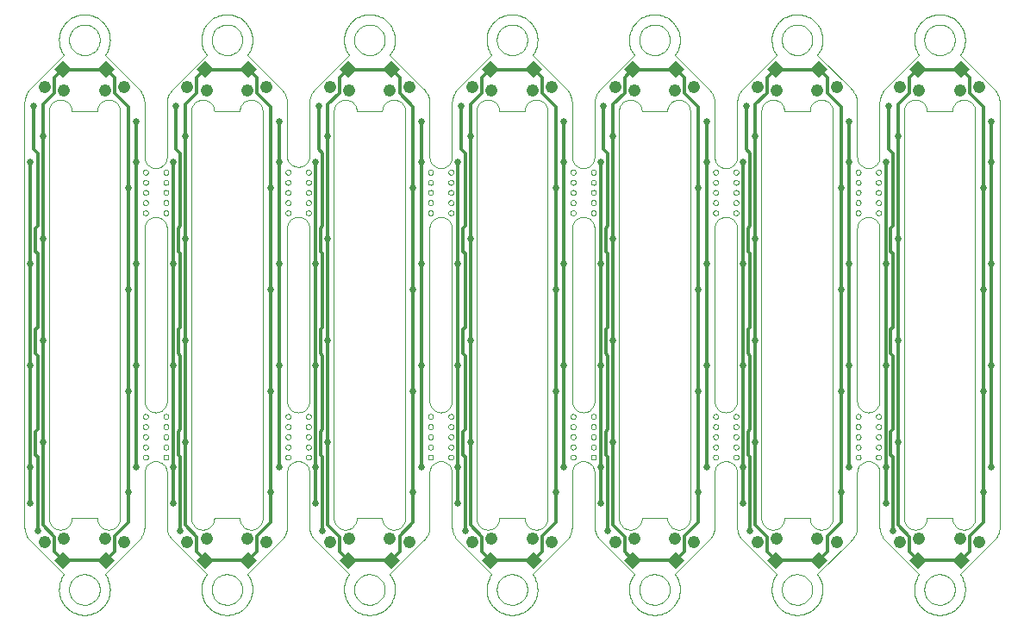
<source format=gbl>
G75*
G70*
%OFA0B0*%
%FSLAX24Y24*%
%IPPOS*%
%LPD*%
%AMOC8*
5,1,8,0,0,1.08239X$1,22.5*
%
%ADD10C,0.0000*%
%ADD11R,0.0476X0.0476*%
%ADD12C,0.0476*%
%ADD13C,0.0258*%
%ADD14C,0.0120*%
D10*
X001805Y001674D02*
X001769Y001623D01*
X001737Y001570D01*
X001708Y001515D01*
X001682Y001459D01*
X001660Y001400D01*
X001642Y001341D01*
X001628Y001280D01*
X001617Y001219D01*
X001611Y001157D01*
X001608Y001095D01*
X001609Y001032D01*
X001615Y000970D01*
X001624Y000909D01*
X001637Y000848D01*
X001654Y000788D01*
X001674Y000729D01*
X001698Y000672D01*
X001726Y000616D01*
X001758Y000563D01*
X001792Y000511D01*
X001830Y000461D01*
X001871Y000414D01*
X001915Y000370D01*
X001961Y000329D01*
X002010Y000290D01*
X002062Y000255D01*
X002115Y000223D01*
X002170Y000195D01*
X002227Y000170D01*
X002286Y000149D01*
X002346Y000131D01*
X002406Y000118D01*
X002468Y000108D01*
X002530Y000102D01*
X002592Y000100D01*
X002654Y000102D01*
X002716Y000108D01*
X002778Y000118D01*
X002838Y000131D01*
X002898Y000149D01*
X002957Y000170D01*
X003014Y000195D01*
X003069Y000223D01*
X003122Y000255D01*
X003174Y000290D01*
X003223Y000329D01*
X003269Y000370D01*
X003313Y000414D01*
X003354Y000461D01*
X003392Y000511D01*
X003426Y000563D01*
X003458Y000616D01*
X003486Y000672D01*
X003510Y000729D01*
X003530Y000788D01*
X003547Y000848D01*
X003560Y000909D01*
X003569Y000970D01*
X003575Y001032D01*
X003576Y001095D01*
X003573Y001157D01*
X003567Y001219D01*
X003556Y001280D01*
X003542Y001341D01*
X003524Y001400D01*
X003502Y001459D01*
X003476Y001515D01*
X003447Y001570D01*
X003415Y001623D01*
X003379Y001674D01*
X003379Y001675D02*
X004684Y002980D01*
X004914Y003536D02*
X004914Y005612D01*
X004915Y005612D02*
X004917Y005652D01*
X004922Y005692D01*
X004932Y005730D01*
X004944Y005768D01*
X004960Y005805D01*
X004980Y005840D01*
X005002Y005873D01*
X005028Y005904D01*
X005056Y005932D01*
X005087Y005958D01*
X005120Y005980D01*
X005155Y006000D01*
X005192Y006016D01*
X005230Y006028D01*
X005268Y006038D01*
X005308Y006043D01*
X005348Y006045D01*
X005388Y006043D01*
X005428Y006038D01*
X005466Y006028D01*
X005504Y006016D01*
X005541Y006000D01*
X005576Y005980D01*
X005609Y005958D01*
X005640Y005932D01*
X005668Y005904D01*
X005694Y005873D01*
X005716Y005840D01*
X005736Y005805D01*
X005752Y005768D01*
X005764Y005730D01*
X005774Y005692D01*
X005779Y005652D01*
X005781Y005612D01*
X005781Y003536D01*
X005783Y003485D01*
X005788Y003433D01*
X005796Y003382D01*
X005808Y003332D01*
X005823Y003283D01*
X005841Y003235D01*
X005862Y003188D01*
X005886Y003142D01*
X005914Y003099D01*
X005944Y003057D01*
X005976Y003017D01*
X006012Y002980D01*
X006011Y002980D02*
X007316Y001675D01*
X007316Y001674D02*
X007280Y001623D01*
X007248Y001570D01*
X007219Y001515D01*
X007193Y001459D01*
X007171Y001400D01*
X007153Y001341D01*
X007139Y001280D01*
X007128Y001219D01*
X007122Y001157D01*
X007119Y001095D01*
X007120Y001032D01*
X007126Y000970D01*
X007135Y000909D01*
X007148Y000848D01*
X007165Y000788D01*
X007185Y000729D01*
X007209Y000672D01*
X007237Y000616D01*
X007269Y000563D01*
X007303Y000511D01*
X007341Y000461D01*
X007382Y000414D01*
X007426Y000370D01*
X007472Y000329D01*
X007521Y000290D01*
X007573Y000255D01*
X007626Y000223D01*
X007681Y000195D01*
X007738Y000170D01*
X007797Y000149D01*
X007857Y000131D01*
X007917Y000118D01*
X007979Y000108D01*
X008041Y000102D01*
X008103Y000100D01*
X008165Y000102D01*
X008227Y000108D01*
X008289Y000118D01*
X008349Y000131D01*
X008409Y000149D01*
X008468Y000170D01*
X008525Y000195D01*
X008580Y000223D01*
X008633Y000255D01*
X008685Y000290D01*
X008734Y000329D01*
X008780Y000370D01*
X008824Y000414D01*
X008865Y000461D01*
X008903Y000511D01*
X008937Y000563D01*
X008969Y000616D01*
X008997Y000672D01*
X009021Y000729D01*
X009041Y000788D01*
X009058Y000848D01*
X009071Y000909D01*
X009080Y000970D01*
X009086Y001032D01*
X009087Y001095D01*
X009084Y001157D01*
X009078Y001219D01*
X009067Y001280D01*
X009053Y001341D01*
X009035Y001400D01*
X009013Y001459D01*
X008987Y001515D01*
X008958Y001570D01*
X008926Y001623D01*
X008890Y001674D01*
X008891Y001675D02*
X010196Y002980D01*
X010426Y003536D02*
X010426Y005612D01*
X010428Y005652D01*
X010433Y005692D01*
X010443Y005730D01*
X010455Y005768D01*
X010471Y005805D01*
X010491Y005840D01*
X010513Y005873D01*
X010539Y005904D01*
X010567Y005932D01*
X010598Y005958D01*
X010631Y005980D01*
X010666Y006000D01*
X010703Y006016D01*
X010741Y006028D01*
X010779Y006038D01*
X010819Y006043D01*
X010859Y006045D01*
X010899Y006043D01*
X010939Y006038D01*
X010977Y006028D01*
X011015Y006016D01*
X011052Y006000D01*
X011087Y005980D01*
X011120Y005958D01*
X011151Y005932D01*
X011179Y005904D01*
X011205Y005873D01*
X011227Y005840D01*
X011247Y005805D01*
X011263Y005768D01*
X011275Y005730D01*
X011285Y005692D01*
X011290Y005652D01*
X011292Y005612D01*
X011292Y003536D01*
X011293Y003536D02*
X011295Y003485D01*
X011300Y003433D01*
X011308Y003382D01*
X011320Y003332D01*
X011335Y003283D01*
X011353Y003235D01*
X011374Y003188D01*
X011398Y003142D01*
X011426Y003099D01*
X011456Y003057D01*
X011488Y003017D01*
X011524Y002980D01*
X011523Y002980D02*
X012828Y001675D01*
X012828Y001674D02*
X012792Y001623D01*
X012760Y001570D01*
X012731Y001515D01*
X012705Y001459D01*
X012683Y001400D01*
X012665Y001341D01*
X012651Y001280D01*
X012640Y001219D01*
X012634Y001157D01*
X012631Y001095D01*
X012632Y001032D01*
X012638Y000970D01*
X012647Y000909D01*
X012660Y000848D01*
X012677Y000788D01*
X012697Y000729D01*
X012721Y000672D01*
X012749Y000616D01*
X012781Y000563D01*
X012815Y000511D01*
X012853Y000461D01*
X012894Y000414D01*
X012938Y000370D01*
X012984Y000329D01*
X013033Y000290D01*
X013085Y000255D01*
X013138Y000223D01*
X013193Y000195D01*
X013250Y000170D01*
X013309Y000149D01*
X013369Y000131D01*
X013429Y000118D01*
X013491Y000108D01*
X013553Y000102D01*
X013615Y000100D01*
X013677Y000102D01*
X013739Y000108D01*
X013801Y000118D01*
X013861Y000131D01*
X013921Y000149D01*
X013980Y000170D01*
X014037Y000195D01*
X014092Y000223D01*
X014145Y000255D01*
X014197Y000290D01*
X014246Y000329D01*
X014292Y000370D01*
X014336Y000414D01*
X014377Y000461D01*
X014415Y000511D01*
X014449Y000563D01*
X014481Y000616D01*
X014509Y000672D01*
X014533Y000729D01*
X014553Y000788D01*
X014570Y000848D01*
X014583Y000909D01*
X014592Y000970D01*
X014598Y001032D01*
X014599Y001095D01*
X014596Y001157D01*
X014590Y001219D01*
X014579Y001280D01*
X014565Y001341D01*
X014547Y001400D01*
X014525Y001459D01*
X014499Y001515D01*
X014470Y001570D01*
X014438Y001623D01*
X014402Y001674D01*
X014403Y001675D02*
X015707Y002980D01*
X015938Y003536D02*
X015938Y005612D01*
X015940Y005652D01*
X015945Y005692D01*
X015955Y005730D01*
X015967Y005768D01*
X015983Y005805D01*
X016003Y005840D01*
X016025Y005873D01*
X016051Y005904D01*
X016079Y005932D01*
X016110Y005958D01*
X016143Y005980D01*
X016178Y006000D01*
X016215Y006016D01*
X016253Y006028D01*
X016291Y006038D01*
X016331Y006043D01*
X016371Y006045D01*
X016411Y006043D01*
X016451Y006038D01*
X016489Y006028D01*
X016527Y006016D01*
X016564Y006000D01*
X016599Y005980D01*
X016632Y005958D01*
X016663Y005932D01*
X016691Y005904D01*
X016717Y005873D01*
X016739Y005840D01*
X016759Y005805D01*
X016775Y005768D01*
X016787Y005730D01*
X016797Y005692D01*
X016802Y005652D01*
X016804Y005612D01*
X016804Y003536D01*
X016805Y003536D02*
X016807Y003485D01*
X016812Y003433D01*
X016820Y003382D01*
X016832Y003332D01*
X016847Y003283D01*
X016865Y003235D01*
X016886Y003188D01*
X016910Y003142D01*
X016938Y003099D01*
X016968Y003057D01*
X017000Y003017D01*
X017036Y002980D01*
X017035Y002980D02*
X018340Y001675D01*
X018340Y001674D02*
X018304Y001623D01*
X018272Y001570D01*
X018243Y001515D01*
X018217Y001459D01*
X018195Y001400D01*
X018177Y001341D01*
X018163Y001280D01*
X018152Y001219D01*
X018146Y001157D01*
X018143Y001095D01*
X018144Y001032D01*
X018150Y000970D01*
X018159Y000909D01*
X018172Y000848D01*
X018189Y000788D01*
X018209Y000729D01*
X018233Y000672D01*
X018261Y000616D01*
X018293Y000563D01*
X018327Y000511D01*
X018365Y000461D01*
X018406Y000414D01*
X018450Y000370D01*
X018496Y000329D01*
X018545Y000290D01*
X018597Y000255D01*
X018650Y000223D01*
X018705Y000195D01*
X018762Y000170D01*
X018821Y000149D01*
X018881Y000131D01*
X018941Y000118D01*
X019003Y000108D01*
X019065Y000102D01*
X019127Y000100D01*
X019189Y000102D01*
X019251Y000108D01*
X019313Y000118D01*
X019373Y000131D01*
X019433Y000149D01*
X019492Y000170D01*
X019549Y000195D01*
X019604Y000223D01*
X019657Y000255D01*
X019709Y000290D01*
X019758Y000329D01*
X019804Y000370D01*
X019848Y000414D01*
X019889Y000461D01*
X019927Y000511D01*
X019961Y000563D01*
X019993Y000616D01*
X020021Y000672D01*
X020045Y000729D01*
X020065Y000788D01*
X020082Y000848D01*
X020095Y000909D01*
X020104Y000970D01*
X020110Y001032D01*
X020111Y001095D01*
X020108Y001157D01*
X020102Y001219D01*
X020091Y001280D01*
X020077Y001341D01*
X020059Y001400D01*
X020037Y001459D01*
X020011Y001515D01*
X019982Y001570D01*
X019950Y001623D01*
X019914Y001674D01*
X019914Y001675D02*
X021219Y002980D01*
X021450Y003536D02*
X021450Y005612D01*
X021452Y005652D01*
X021457Y005692D01*
X021467Y005730D01*
X021479Y005768D01*
X021495Y005805D01*
X021515Y005840D01*
X021537Y005873D01*
X021563Y005904D01*
X021591Y005932D01*
X021622Y005958D01*
X021655Y005980D01*
X021690Y006000D01*
X021727Y006016D01*
X021765Y006028D01*
X021803Y006038D01*
X021843Y006043D01*
X021883Y006045D01*
X021923Y006043D01*
X021963Y006038D01*
X022001Y006028D01*
X022039Y006016D01*
X022076Y006000D01*
X022111Y005980D01*
X022144Y005958D01*
X022175Y005932D01*
X022203Y005904D01*
X022229Y005873D01*
X022251Y005840D01*
X022271Y005805D01*
X022287Y005768D01*
X022299Y005730D01*
X022309Y005692D01*
X022314Y005652D01*
X022316Y005612D01*
X022316Y003536D01*
X022318Y003485D01*
X022323Y003433D01*
X022331Y003382D01*
X022343Y003332D01*
X022358Y003283D01*
X022376Y003235D01*
X022397Y003188D01*
X022421Y003142D01*
X022449Y003099D01*
X022479Y003057D01*
X022511Y003017D01*
X022547Y002980D01*
X023851Y001675D01*
X023852Y001674D02*
X023816Y001623D01*
X023784Y001570D01*
X023755Y001515D01*
X023729Y001459D01*
X023707Y001400D01*
X023689Y001341D01*
X023675Y001280D01*
X023664Y001219D01*
X023658Y001157D01*
X023655Y001095D01*
X023656Y001032D01*
X023662Y000970D01*
X023671Y000909D01*
X023684Y000848D01*
X023701Y000788D01*
X023721Y000729D01*
X023745Y000672D01*
X023773Y000616D01*
X023805Y000563D01*
X023839Y000511D01*
X023877Y000461D01*
X023918Y000414D01*
X023962Y000370D01*
X024008Y000329D01*
X024057Y000290D01*
X024109Y000255D01*
X024162Y000223D01*
X024217Y000195D01*
X024274Y000170D01*
X024333Y000149D01*
X024393Y000131D01*
X024453Y000118D01*
X024515Y000108D01*
X024577Y000102D01*
X024639Y000100D01*
X024701Y000102D01*
X024763Y000108D01*
X024825Y000118D01*
X024885Y000131D01*
X024945Y000149D01*
X025004Y000170D01*
X025061Y000195D01*
X025116Y000223D01*
X025169Y000255D01*
X025221Y000290D01*
X025270Y000329D01*
X025316Y000370D01*
X025360Y000414D01*
X025401Y000461D01*
X025439Y000511D01*
X025473Y000563D01*
X025505Y000616D01*
X025533Y000672D01*
X025557Y000729D01*
X025577Y000788D01*
X025594Y000848D01*
X025607Y000909D01*
X025616Y000970D01*
X025622Y001032D01*
X025623Y001095D01*
X025620Y001157D01*
X025614Y001219D01*
X025603Y001280D01*
X025589Y001341D01*
X025571Y001400D01*
X025549Y001459D01*
X025523Y001515D01*
X025494Y001570D01*
X025462Y001623D01*
X025426Y001674D01*
X025426Y001675D02*
X026731Y002980D01*
X026962Y003536D02*
X026962Y005612D01*
X026964Y005652D01*
X026969Y005692D01*
X026979Y005730D01*
X026991Y005768D01*
X027007Y005805D01*
X027027Y005840D01*
X027049Y005873D01*
X027075Y005904D01*
X027103Y005932D01*
X027134Y005958D01*
X027167Y005980D01*
X027202Y006000D01*
X027239Y006016D01*
X027277Y006028D01*
X027315Y006038D01*
X027355Y006043D01*
X027395Y006045D01*
X027435Y006043D01*
X027475Y006038D01*
X027513Y006028D01*
X027551Y006016D01*
X027588Y006000D01*
X027623Y005980D01*
X027656Y005958D01*
X027687Y005932D01*
X027715Y005904D01*
X027741Y005873D01*
X027763Y005840D01*
X027783Y005805D01*
X027799Y005768D01*
X027811Y005730D01*
X027821Y005692D01*
X027826Y005652D01*
X027828Y005612D01*
X027828Y003536D01*
X027830Y003485D01*
X027835Y003433D01*
X027843Y003382D01*
X027855Y003332D01*
X027870Y003283D01*
X027888Y003235D01*
X027909Y003188D01*
X027933Y003142D01*
X027961Y003099D01*
X027991Y003057D01*
X028023Y003017D01*
X028059Y002980D01*
X028058Y002980D02*
X029363Y001675D01*
X029364Y001674D02*
X029328Y001623D01*
X029296Y001570D01*
X029267Y001515D01*
X029241Y001459D01*
X029219Y001400D01*
X029201Y001341D01*
X029187Y001280D01*
X029176Y001219D01*
X029170Y001157D01*
X029167Y001095D01*
X029168Y001032D01*
X029174Y000970D01*
X029183Y000909D01*
X029196Y000848D01*
X029213Y000788D01*
X029233Y000729D01*
X029257Y000672D01*
X029285Y000616D01*
X029317Y000563D01*
X029351Y000511D01*
X029389Y000461D01*
X029430Y000414D01*
X029474Y000370D01*
X029520Y000329D01*
X029569Y000290D01*
X029621Y000255D01*
X029674Y000223D01*
X029729Y000195D01*
X029786Y000170D01*
X029845Y000149D01*
X029905Y000131D01*
X029965Y000118D01*
X030027Y000108D01*
X030089Y000102D01*
X030151Y000100D01*
X030213Y000102D01*
X030275Y000108D01*
X030337Y000118D01*
X030397Y000131D01*
X030457Y000149D01*
X030516Y000170D01*
X030573Y000195D01*
X030628Y000223D01*
X030681Y000255D01*
X030733Y000290D01*
X030782Y000329D01*
X030828Y000370D01*
X030872Y000414D01*
X030913Y000461D01*
X030951Y000511D01*
X030985Y000563D01*
X031017Y000616D01*
X031045Y000672D01*
X031069Y000729D01*
X031089Y000788D01*
X031106Y000848D01*
X031119Y000909D01*
X031128Y000970D01*
X031134Y001032D01*
X031135Y001095D01*
X031132Y001157D01*
X031126Y001219D01*
X031115Y001280D01*
X031101Y001341D01*
X031083Y001400D01*
X031061Y001459D01*
X031035Y001515D01*
X031006Y001570D01*
X030974Y001623D01*
X030938Y001674D01*
X030938Y001675D02*
X032243Y002980D01*
X032474Y003536D02*
X032474Y005612D01*
X032476Y005652D01*
X032481Y005692D01*
X032491Y005730D01*
X032503Y005768D01*
X032519Y005805D01*
X032539Y005840D01*
X032561Y005873D01*
X032587Y005904D01*
X032615Y005932D01*
X032646Y005958D01*
X032679Y005980D01*
X032714Y006000D01*
X032751Y006016D01*
X032789Y006028D01*
X032827Y006038D01*
X032867Y006043D01*
X032907Y006045D01*
X032947Y006043D01*
X032987Y006038D01*
X033025Y006028D01*
X033063Y006016D01*
X033100Y006000D01*
X033135Y005980D01*
X033168Y005958D01*
X033199Y005932D01*
X033227Y005904D01*
X033253Y005873D01*
X033275Y005840D01*
X033295Y005805D01*
X033311Y005768D01*
X033323Y005730D01*
X033333Y005692D01*
X033338Y005652D01*
X033340Y005612D01*
X033340Y003536D01*
X033342Y003485D01*
X033347Y003433D01*
X033355Y003382D01*
X033367Y003332D01*
X033382Y003283D01*
X033400Y003235D01*
X033421Y003188D01*
X033445Y003142D01*
X033473Y003099D01*
X033503Y003057D01*
X033535Y003017D01*
X033571Y002980D01*
X033570Y002980D02*
X034875Y001675D01*
X034875Y001674D02*
X034839Y001623D01*
X034807Y001570D01*
X034778Y001515D01*
X034752Y001459D01*
X034730Y001400D01*
X034712Y001341D01*
X034698Y001280D01*
X034687Y001219D01*
X034681Y001157D01*
X034678Y001095D01*
X034679Y001032D01*
X034685Y000970D01*
X034694Y000909D01*
X034707Y000848D01*
X034724Y000788D01*
X034744Y000729D01*
X034768Y000672D01*
X034796Y000616D01*
X034828Y000563D01*
X034862Y000511D01*
X034900Y000461D01*
X034941Y000414D01*
X034985Y000370D01*
X035031Y000329D01*
X035080Y000290D01*
X035132Y000255D01*
X035185Y000223D01*
X035240Y000195D01*
X035297Y000170D01*
X035356Y000149D01*
X035416Y000131D01*
X035476Y000118D01*
X035538Y000108D01*
X035600Y000102D01*
X035662Y000100D01*
X035724Y000102D01*
X035786Y000108D01*
X035848Y000118D01*
X035908Y000131D01*
X035968Y000149D01*
X036027Y000170D01*
X036084Y000195D01*
X036139Y000223D01*
X036192Y000255D01*
X036244Y000290D01*
X036293Y000329D01*
X036339Y000370D01*
X036383Y000414D01*
X036424Y000461D01*
X036462Y000511D01*
X036496Y000563D01*
X036528Y000616D01*
X036556Y000672D01*
X036580Y000729D01*
X036600Y000788D01*
X036617Y000848D01*
X036630Y000909D01*
X036639Y000970D01*
X036645Y001032D01*
X036646Y001095D01*
X036643Y001157D01*
X036637Y001219D01*
X036626Y001280D01*
X036612Y001341D01*
X036594Y001400D01*
X036572Y001459D01*
X036546Y001515D01*
X036517Y001570D01*
X036485Y001623D01*
X036449Y001674D01*
X036450Y001675D02*
X037755Y002980D01*
X037985Y003536D02*
X037985Y019892D01*
X037983Y019943D01*
X037978Y019995D01*
X037970Y020046D01*
X037958Y020096D01*
X037943Y020145D01*
X037925Y020193D01*
X037904Y020240D01*
X037880Y020286D01*
X037852Y020329D01*
X037822Y020371D01*
X037790Y020411D01*
X037754Y020448D01*
X037755Y020449D02*
X036450Y021754D01*
X036449Y021754D02*
X036485Y021805D01*
X036517Y021858D01*
X036546Y021913D01*
X036572Y021969D01*
X036594Y022028D01*
X036612Y022087D01*
X036626Y022148D01*
X036637Y022209D01*
X036643Y022271D01*
X036646Y022333D01*
X036645Y022396D01*
X036639Y022458D01*
X036630Y022519D01*
X036617Y022580D01*
X036600Y022640D01*
X036580Y022699D01*
X036556Y022756D01*
X036528Y022812D01*
X036496Y022865D01*
X036462Y022917D01*
X036424Y022967D01*
X036383Y023014D01*
X036339Y023058D01*
X036293Y023099D01*
X036244Y023138D01*
X036192Y023173D01*
X036139Y023205D01*
X036084Y023233D01*
X036027Y023258D01*
X035968Y023279D01*
X035908Y023297D01*
X035848Y023310D01*
X035786Y023320D01*
X035724Y023326D01*
X035662Y023328D01*
X035600Y023326D01*
X035538Y023320D01*
X035476Y023310D01*
X035416Y023297D01*
X035356Y023279D01*
X035297Y023258D01*
X035240Y023233D01*
X035185Y023205D01*
X035132Y023173D01*
X035080Y023138D01*
X035031Y023099D01*
X034985Y023058D01*
X034941Y023014D01*
X034900Y022967D01*
X034862Y022917D01*
X034828Y022865D01*
X034796Y022812D01*
X034768Y022756D01*
X034744Y022699D01*
X034724Y022640D01*
X034707Y022580D01*
X034694Y022519D01*
X034685Y022458D01*
X034679Y022396D01*
X034678Y022333D01*
X034681Y022271D01*
X034687Y022209D01*
X034698Y022148D01*
X034712Y022087D01*
X034730Y022028D01*
X034752Y021969D01*
X034778Y021913D01*
X034807Y021858D01*
X034839Y021805D01*
X034875Y021754D01*
X033570Y020449D01*
X033340Y019892D02*
X033340Y017817D01*
X033338Y017777D01*
X033333Y017737D01*
X033323Y017699D01*
X033311Y017661D01*
X033295Y017624D01*
X033275Y017589D01*
X033253Y017556D01*
X033227Y017525D01*
X033199Y017497D01*
X033168Y017471D01*
X033135Y017449D01*
X033100Y017429D01*
X033063Y017413D01*
X033025Y017401D01*
X032987Y017391D01*
X032947Y017386D01*
X032907Y017384D01*
X032867Y017386D01*
X032827Y017391D01*
X032789Y017401D01*
X032751Y017413D01*
X032714Y017429D01*
X032679Y017449D01*
X032646Y017471D01*
X032615Y017497D01*
X032587Y017525D01*
X032561Y017556D01*
X032539Y017589D01*
X032519Y017624D01*
X032503Y017661D01*
X032491Y017699D01*
X032481Y017737D01*
X032476Y017777D01*
X032474Y017817D01*
X032474Y019892D01*
X032473Y019892D02*
X032471Y019943D01*
X032466Y019995D01*
X032458Y020046D01*
X032446Y020096D01*
X032431Y020145D01*
X032413Y020193D01*
X032392Y020240D01*
X032368Y020286D01*
X032340Y020329D01*
X032310Y020371D01*
X032278Y020411D01*
X032242Y020448D01*
X032243Y020449D02*
X030938Y021754D01*
X030974Y021805D01*
X031006Y021858D01*
X031035Y021913D01*
X031061Y021969D01*
X031083Y022028D01*
X031101Y022087D01*
X031115Y022148D01*
X031126Y022209D01*
X031132Y022271D01*
X031135Y022333D01*
X031134Y022396D01*
X031128Y022458D01*
X031119Y022519D01*
X031106Y022580D01*
X031089Y022640D01*
X031069Y022699D01*
X031045Y022756D01*
X031017Y022812D01*
X030985Y022865D01*
X030951Y022917D01*
X030913Y022967D01*
X030872Y023014D01*
X030828Y023058D01*
X030782Y023099D01*
X030733Y023138D01*
X030681Y023173D01*
X030628Y023205D01*
X030573Y023233D01*
X030516Y023258D01*
X030457Y023279D01*
X030397Y023297D01*
X030337Y023310D01*
X030275Y023320D01*
X030213Y023326D01*
X030151Y023328D01*
X030089Y023326D01*
X030027Y023320D01*
X029965Y023310D01*
X029905Y023297D01*
X029845Y023279D01*
X029786Y023258D01*
X029729Y023233D01*
X029674Y023205D01*
X029621Y023173D01*
X029569Y023138D01*
X029520Y023099D01*
X029474Y023058D01*
X029430Y023014D01*
X029389Y022967D01*
X029351Y022917D01*
X029317Y022865D01*
X029285Y022812D01*
X029257Y022756D01*
X029233Y022699D01*
X029213Y022640D01*
X029196Y022580D01*
X029183Y022519D01*
X029174Y022458D01*
X029168Y022396D01*
X029167Y022333D01*
X029170Y022271D01*
X029176Y022209D01*
X029187Y022148D01*
X029201Y022087D01*
X029219Y022028D01*
X029241Y021969D01*
X029267Y021913D01*
X029296Y021858D01*
X029328Y021805D01*
X029364Y021754D01*
X029363Y021754D02*
X028058Y020449D01*
X027828Y019892D02*
X027828Y017817D01*
X027826Y017777D01*
X027821Y017737D01*
X027811Y017699D01*
X027799Y017661D01*
X027783Y017624D01*
X027763Y017589D01*
X027741Y017556D01*
X027715Y017525D01*
X027687Y017497D01*
X027656Y017471D01*
X027623Y017449D01*
X027588Y017429D01*
X027551Y017413D01*
X027513Y017401D01*
X027475Y017391D01*
X027435Y017386D01*
X027395Y017384D01*
X027355Y017386D01*
X027315Y017391D01*
X027277Y017401D01*
X027239Y017413D01*
X027202Y017429D01*
X027167Y017449D01*
X027134Y017471D01*
X027103Y017497D01*
X027075Y017525D01*
X027049Y017556D01*
X027027Y017589D01*
X027007Y017624D01*
X026991Y017661D01*
X026979Y017699D01*
X026969Y017737D01*
X026964Y017777D01*
X026962Y017817D01*
X026962Y019892D01*
X026961Y019892D02*
X026959Y019943D01*
X026954Y019995D01*
X026946Y020046D01*
X026934Y020096D01*
X026919Y020145D01*
X026901Y020193D01*
X026880Y020240D01*
X026856Y020286D01*
X026828Y020329D01*
X026798Y020371D01*
X026766Y020411D01*
X026730Y020448D01*
X026731Y020449D02*
X025426Y021754D01*
X025462Y021805D01*
X025494Y021858D01*
X025523Y021913D01*
X025549Y021969D01*
X025571Y022028D01*
X025589Y022087D01*
X025603Y022148D01*
X025614Y022209D01*
X025620Y022271D01*
X025623Y022333D01*
X025622Y022396D01*
X025616Y022458D01*
X025607Y022519D01*
X025594Y022580D01*
X025577Y022640D01*
X025557Y022699D01*
X025533Y022756D01*
X025505Y022812D01*
X025473Y022865D01*
X025439Y022917D01*
X025401Y022967D01*
X025360Y023014D01*
X025316Y023058D01*
X025270Y023099D01*
X025221Y023138D01*
X025169Y023173D01*
X025116Y023205D01*
X025061Y023233D01*
X025004Y023258D01*
X024945Y023279D01*
X024885Y023297D01*
X024825Y023310D01*
X024763Y023320D01*
X024701Y023326D01*
X024639Y023328D01*
X024577Y023326D01*
X024515Y023320D01*
X024453Y023310D01*
X024393Y023297D01*
X024333Y023279D01*
X024274Y023258D01*
X024217Y023233D01*
X024162Y023205D01*
X024109Y023173D01*
X024057Y023138D01*
X024008Y023099D01*
X023962Y023058D01*
X023918Y023014D01*
X023877Y022967D01*
X023839Y022917D01*
X023805Y022865D01*
X023773Y022812D01*
X023745Y022756D01*
X023721Y022699D01*
X023701Y022640D01*
X023684Y022580D01*
X023671Y022519D01*
X023662Y022458D01*
X023656Y022396D01*
X023655Y022333D01*
X023658Y022271D01*
X023664Y022209D01*
X023675Y022148D01*
X023689Y022087D01*
X023707Y022028D01*
X023729Y021969D01*
X023755Y021913D01*
X023784Y021858D01*
X023816Y021805D01*
X023852Y021754D01*
X023851Y021754D02*
X022547Y020449D01*
X022316Y019892D02*
X022316Y017817D01*
X022314Y017777D01*
X022309Y017737D01*
X022299Y017699D01*
X022287Y017661D01*
X022271Y017624D01*
X022251Y017589D01*
X022229Y017556D01*
X022203Y017525D01*
X022175Y017497D01*
X022144Y017471D01*
X022111Y017449D01*
X022076Y017429D01*
X022039Y017413D01*
X022001Y017401D01*
X021963Y017391D01*
X021923Y017386D01*
X021883Y017384D01*
X021843Y017386D01*
X021803Y017391D01*
X021765Y017401D01*
X021727Y017413D01*
X021690Y017429D01*
X021655Y017449D01*
X021622Y017471D01*
X021591Y017497D01*
X021563Y017525D01*
X021537Y017556D01*
X021515Y017589D01*
X021495Y017624D01*
X021479Y017661D01*
X021467Y017699D01*
X021457Y017737D01*
X021452Y017777D01*
X021450Y017817D01*
X021450Y019892D01*
X021449Y019892D02*
X021447Y019943D01*
X021442Y019995D01*
X021434Y020046D01*
X021422Y020096D01*
X021407Y020145D01*
X021389Y020193D01*
X021368Y020240D01*
X021344Y020286D01*
X021316Y020329D01*
X021286Y020371D01*
X021254Y020411D01*
X021218Y020448D01*
X021219Y020449D02*
X019914Y021754D01*
X019950Y021805D01*
X019982Y021858D01*
X020011Y021913D01*
X020037Y021969D01*
X020059Y022028D01*
X020077Y022087D01*
X020091Y022148D01*
X020102Y022209D01*
X020108Y022271D01*
X020111Y022333D01*
X020110Y022396D01*
X020104Y022458D01*
X020095Y022519D01*
X020082Y022580D01*
X020065Y022640D01*
X020045Y022699D01*
X020021Y022756D01*
X019993Y022812D01*
X019961Y022865D01*
X019927Y022917D01*
X019889Y022967D01*
X019848Y023014D01*
X019804Y023058D01*
X019758Y023099D01*
X019709Y023138D01*
X019657Y023173D01*
X019604Y023205D01*
X019549Y023233D01*
X019492Y023258D01*
X019433Y023279D01*
X019373Y023297D01*
X019313Y023310D01*
X019251Y023320D01*
X019189Y023326D01*
X019127Y023328D01*
X019065Y023326D01*
X019003Y023320D01*
X018941Y023310D01*
X018881Y023297D01*
X018821Y023279D01*
X018762Y023258D01*
X018705Y023233D01*
X018650Y023205D01*
X018597Y023173D01*
X018545Y023138D01*
X018496Y023099D01*
X018450Y023058D01*
X018406Y023014D01*
X018365Y022967D01*
X018327Y022917D01*
X018293Y022865D01*
X018261Y022812D01*
X018233Y022756D01*
X018209Y022699D01*
X018189Y022640D01*
X018172Y022580D01*
X018159Y022519D01*
X018150Y022458D01*
X018144Y022396D01*
X018143Y022333D01*
X018146Y022271D01*
X018152Y022209D01*
X018163Y022148D01*
X018177Y022087D01*
X018195Y022028D01*
X018217Y021969D01*
X018243Y021913D01*
X018272Y021858D01*
X018304Y021805D01*
X018340Y021754D01*
X017035Y020449D01*
X016804Y019892D02*
X016804Y017817D01*
X016802Y017777D01*
X016797Y017737D01*
X016787Y017699D01*
X016775Y017661D01*
X016759Y017624D01*
X016739Y017589D01*
X016717Y017556D01*
X016691Y017525D01*
X016663Y017497D01*
X016632Y017471D01*
X016599Y017449D01*
X016564Y017429D01*
X016527Y017413D01*
X016489Y017401D01*
X016451Y017391D01*
X016411Y017386D01*
X016371Y017384D01*
X016331Y017386D01*
X016291Y017391D01*
X016253Y017401D01*
X016215Y017413D01*
X016178Y017429D01*
X016143Y017449D01*
X016110Y017471D01*
X016079Y017497D01*
X016051Y017525D01*
X016025Y017556D01*
X016003Y017589D01*
X015983Y017624D01*
X015967Y017661D01*
X015955Y017699D01*
X015945Y017737D01*
X015940Y017777D01*
X015938Y017817D01*
X015938Y019892D01*
X015936Y019943D01*
X015931Y019995D01*
X015923Y020046D01*
X015911Y020096D01*
X015896Y020145D01*
X015878Y020193D01*
X015857Y020240D01*
X015833Y020286D01*
X015805Y020329D01*
X015775Y020371D01*
X015743Y020411D01*
X015707Y020448D01*
X015707Y020449D02*
X014403Y021754D01*
X014402Y021754D02*
X014438Y021805D01*
X014470Y021858D01*
X014499Y021913D01*
X014525Y021969D01*
X014547Y022028D01*
X014565Y022087D01*
X014579Y022148D01*
X014590Y022209D01*
X014596Y022271D01*
X014599Y022333D01*
X014598Y022396D01*
X014592Y022458D01*
X014583Y022519D01*
X014570Y022580D01*
X014553Y022640D01*
X014533Y022699D01*
X014509Y022756D01*
X014481Y022812D01*
X014449Y022865D01*
X014415Y022917D01*
X014377Y022967D01*
X014336Y023014D01*
X014292Y023058D01*
X014246Y023099D01*
X014197Y023138D01*
X014145Y023173D01*
X014092Y023205D01*
X014037Y023233D01*
X013980Y023258D01*
X013921Y023279D01*
X013861Y023297D01*
X013801Y023310D01*
X013739Y023320D01*
X013677Y023326D01*
X013615Y023328D01*
X013553Y023326D01*
X013491Y023320D01*
X013429Y023310D01*
X013369Y023297D01*
X013309Y023279D01*
X013250Y023258D01*
X013193Y023233D01*
X013138Y023205D01*
X013085Y023173D01*
X013033Y023138D01*
X012984Y023099D01*
X012938Y023058D01*
X012894Y023014D01*
X012853Y022967D01*
X012815Y022917D01*
X012781Y022865D01*
X012749Y022812D01*
X012721Y022756D01*
X012697Y022699D01*
X012677Y022640D01*
X012660Y022580D01*
X012647Y022519D01*
X012638Y022458D01*
X012632Y022396D01*
X012631Y022333D01*
X012634Y022271D01*
X012640Y022209D01*
X012651Y022148D01*
X012665Y022087D01*
X012683Y022028D01*
X012705Y021969D01*
X012731Y021913D01*
X012760Y021858D01*
X012792Y021805D01*
X012828Y021754D01*
X011523Y020449D01*
X011292Y019892D02*
X011292Y017915D01*
X011295Y017875D01*
X011294Y017835D01*
X011289Y017795D01*
X011281Y017755D01*
X011269Y017717D01*
X011253Y017680D01*
X011234Y017644D01*
X011212Y017611D01*
X011187Y017579D01*
X011159Y017550D01*
X011129Y017524D01*
X011096Y017500D01*
X011061Y017480D01*
X011025Y017463D01*
X010987Y017449D01*
X010948Y017439D01*
X010908Y017433D01*
X010868Y017430D01*
X010828Y017431D01*
X010788Y017436D01*
X010748Y017444D01*
X010710Y017456D01*
X010673Y017472D01*
X010637Y017491D01*
X010604Y017513D01*
X010572Y017538D01*
X010543Y017566D01*
X010517Y017596D01*
X010493Y017629D01*
X010473Y017664D01*
X010456Y017700D01*
X010442Y017738D01*
X010432Y017777D01*
X010426Y017817D01*
X010426Y019892D01*
X010424Y019943D01*
X010419Y019995D01*
X010411Y020046D01*
X010399Y020096D01*
X010384Y020145D01*
X010366Y020193D01*
X010345Y020240D01*
X010321Y020286D01*
X010293Y020329D01*
X010263Y020371D01*
X010231Y020411D01*
X010195Y020448D01*
X010196Y020449D02*
X008891Y021754D01*
X008890Y021754D02*
X008926Y021805D01*
X008958Y021858D01*
X008987Y021913D01*
X009013Y021969D01*
X009035Y022028D01*
X009053Y022087D01*
X009067Y022148D01*
X009078Y022209D01*
X009084Y022271D01*
X009087Y022333D01*
X009086Y022396D01*
X009080Y022458D01*
X009071Y022519D01*
X009058Y022580D01*
X009041Y022640D01*
X009021Y022699D01*
X008997Y022756D01*
X008969Y022812D01*
X008937Y022865D01*
X008903Y022917D01*
X008865Y022967D01*
X008824Y023014D01*
X008780Y023058D01*
X008734Y023099D01*
X008685Y023138D01*
X008633Y023173D01*
X008580Y023205D01*
X008525Y023233D01*
X008468Y023258D01*
X008409Y023279D01*
X008349Y023297D01*
X008289Y023310D01*
X008227Y023320D01*
X008165Y023326D01*
X008103Y023328D01*
X008041Y023326D01*
X007979Y023320D01*
X007917Y023310D01*
X007857Y023297D01*
X007797Y023279D01*
X007738Y023258D01*
X007681Y023233D01*
X007626Y023205D01*
X007573Y023173D01*
X007521Y023138D01*
X007472Y023099D01*
X007426Y023058D01*
X007382Y023014D01*
X007341Y022967D01*
X007303Y022917D01*
X007269Y022865D01*
X007237Y022812D01*
X007209Y022756D01*
X007185Y022699D01*
X007165Y022640D01*
X007148Y022580D01*
X007135Y022519D01*
X007126Y022458D01*
X007120Y022396D01*
X007119Y022333D01*
X007122Y022271D01*
X007128Y022209D01*
X007139Y022148D01*
X007153Y022087D01*
X007171Y022028D01*
X007193Y021969D01*
X007219Y021913D01*
X007248Y021858D01*
X007280Y021805D01*
X007316Y021754D01*
X006011Y020449D01*
X005781Y019892D02*
X005781Y017817D01*
X005779Y017777D01*
X005774Y017737D01*
X005764Y017699D01*
X005752Y017661D01*
X005736Y017624D01*
X005716Y017589D01*
X005694Y017556D01*
X005668Y017525D01*
X005640Y017497D01*
X005609Y017471D01*
X005576Y017449D01*
X005541Y017429D01*
X005504Y017413D01*
X005466Y017401D01*
X005428Y017391D01*
X005388Y017386D01*
X005348Y017384D01*
X005308Y017386D01*
X005268Y017391D01*
X005230Y017401D01*
X005192Y017413D01*
X005155Y017429D01*
X005120Y017449D01*
X005087Y017471D01*
X005056Y017497D01*
X005028Y017525D01*
X005002Y017556D01*
X004980Y017589D01*
X004960Y017624D01*
X004944Y017661D01*
X004932Y017699D01*
X004922Y017737D01*
X004917Y017777D01*
X004915Y017817D01*
X004914Y017817D02*
X004914Y019892D01*
X004912Y019943D01*
X004907Y019995D01*
X004899Y020046D01*
X004887Y020096D01*
X004872Y020145D01*
X004854Y020193D01*
X004833Y020240D01*
X004809Y020286D01*
X004781Y020329D01*
X004751Y020371D01*
X004719Y020411D01*
X004683Y020448D01*
X004684Y020449D02*
X003379Y021754D01*
X003415Y021805D01*
X003447Y021858D01*
X003476Y021913D01*
X003502Y021969D01*
X003524Y022028D01*
X003542Y022087D01*
X003556Y022148D01*
X003567Y022209D01*
X003573Y022271D01*
X003576Y022333D01*
X003575Y022396D01*
X003569Y022458D01*
X003560Y022519D01*
X003547Y022580D01*
X003530Y022640D01*
X003510Y022699D01*
X003486Y022756D01*
X003458Y022812D01*
X003426Y022865D01*
X003392Y022917D01*
X003354Y022967D01*
X003313Y023014D01*
X003269Y023058D01*
X003223Y023099D01*
X003174Y023138D01*
X003122Y023173D01*
X003069Y023205D01*
X003014Y023233D01*
X002957Y023258D01*
X002898Y023279D01*
X002838Y023297D01*
X002778Y023310D01*
X002716Y023320D01*
X002654Y023326D01*
X002592Y023328D01*
X002530Y023326D01*
X002468Y023320D01*
X002406Y023310D01*
X002346Y023297D01*
X002286Y023279D01*
X002227Y023258D01*
X002170Y023233D01*
X002115Y023205D01*
X002062Y023173D01*
X002010Y023138D01*
X001961Y023099D01*
X001915Y023058D01*
X001871Y023014D01*
X001830Y022967D01*
X001792Y022917D01*
X001758Y022865D01*
X001726Y022812D01*
X001698Y022756D01*
X001674Y022699D01*
X001654Y022640D01*
X001637Y022580D01*
X001624Y022519D01*
X001615Y022458D01*
X001609Y022396D01*
X001608Y022333D01*
X001611Y022271D01*
X001617Y022209D01*
X001628Y022148D01*
X001642Y022087D01*
X001660Y022028D01*
X001682Y021969D01*
X001708Y021913D01*
X001737Y021858D01*
X001769Y021805D01*
X001805Y021754D01*
X001804Y021754D02*
X000499Y020449D01*
X000269Y019892D02*
X000269Y003536D01*
X000271Y003485D01*
X000276Y003433D01*
X000284Y003382D01*
X000296Y003332D01*
X000311Y003283D01*
X000329Y003235D01*
X000350Y003188D01*
X000374Y003142D01*
X000402Y003099D01*
X000432Y003057D01*
X000464Y003017D01*
X000500Y002980D01*
X000499Y002980D02*
X001804Y001675D01*
X002001Y001084D02*
X002003Y001132D01*
X002009Y001180D01*
X002019Y001227D01*
X002032Y001273D01*
X002050Y001318D01*
X002070Y001362D01*
X002095Y001404D01*
X002123Y001443D01*
X002153Y001480D01*
X002187Y001514D01*
X002224Y001546D01*
X002262Y001575D01*
X002303Y001600D01*
X002346Y001622D01*
X002391Y001640D01*
X002437Y001654D01*
X002484Y001665D01*
X002532Y001672D01*
X002580Y001675D01*
X002628Y001674D01*
X002676Y001669D01*
X002724Y001660D01*
X002770Y001648D01*
X002815Y001631D01*
X002859Y001611D01*
X002901Y001588D01*
X002941Y001561D01*
X002979Y001531D01*
X003014Y001498D01*
X003046Y001462D01*
X003076Y001424D01*
X003102Y001383D01*
X003124Y001340D01*
X003144Y001296D01*
X003159Y001251D01*
X003171Y001204D01*
X003179Y001156D01*
X003183Y001108D01*
X003183Y001060D01*
X003179Y001012D01*
X003171Y000964D01*
X003159Y000917D01*
X003144Y000872D01*
X003124Y000828D01*
X003102Y000785D01*
X003076Y000744D01*
X003046Y000706D01*
X003014Y000670D01*
X002979Y000637D01*
X002941Y000607D01*
X002901Y000580D01*
X002859Y000557D01*
X002815Y000537D01*
X002770Y000520D01*
X002724Y000508D01*
X002676Y000499D01*
X002628Y000494D01*
X002580Y000493D01*
X002532Y000496D01*
X002484Y000503D01*
X002437Y000514D01*
X002391Y000528D01*
X002346Y000546D01*
X002303Y000568D01*
X002262Y000593D01*
X002224Y000622D01*
X002187Y000654D01*
X002153Y000688D01*
X002123Y000725D01*
X002095Y000764D01*
X002070Y000806D01*
X002050Y000850D01*
X002032Y000895D01*
X002019Y000941D01*
X002009Y000988D01*
X002003Y001036D01*
X002001Y001084D01*
X004683Y002980D02*
X004719Y003017D01*
X004751Y003057D01*
X004781Y003099D01*
X004809Y003142D01*
X004833Y003188D01*
X004854Y003235D01*
X004872Y003283D01*
X004887Y003332D01*
X004899Y003382D01*
X004907Y003433D01*
X004912Y003485D01*
X004914Y003536D01*
X003970Y003840D02*
X003970Y019588D01*
X003968Y019629D01*
X003962Y019669D01*
X003953Y019709D01*
X003940Y019748D01*
X003924Y019785D01*
X003904Y019821D01*
X003881Y019855D01*
X003854Y019886D01*
X003825Y019915D01*
X003794Y019942D01*
X003760Y019965D01*
X003724Y019985D01*
X003687Y020001D01*
X003648Y020014D01*
X003608Y020023D01*
X003568Y020029D01*
X003527Y020031D01*
X003486Y020029D01*
X003446Y020023D01*
X003406Y020014D01*
X003367Y020001D01*
X003330Y019985D01*
X003294Y019965D01*
X003260Y019942D01*
X003229Y019915D01*
X003200Y019886D01*
X003173Y019855D01*
X003150Y019821D01*
X003130Y019785D01*
X003114Y019748D01*
X003101Y019709D01*
X003092Y019669D01*
X003086Y019629D01*
X003084Y019588D01*
X002099Y019588D01*
X002100Y019588D02*
X002098Y019629D01*
X002092Y019669D01*
X002083Y019709D01*
X002070Y019748D01*
X002054Y019785D01*
X002034Y019821D01*
X002011Y019855D01*
X001984Y019886D01*
X001955Y019915D01*
X001924Y019942D01*
X001890Y019965D01*
X001854Y019985D01*
X001817Y020001D01*
X001778Y020014D01*
X001738Y020023D01*
X001698Y020029D01*
X001657Y020031D01*
X001616Y020029D01*
X001576Y020023D01*
X001536Y020014D01*
X001497Y020001D01*
X001460Y019985D01*
X001424Y019965D01*
X001390Y019942D01*
X001359Y019915D01*
X001330Y019886D01*
X001303Y019855D01*
X001280Y019821D01*
X001260Y019785D01*
X001244Y019748D01*
X001231Y019709D01*
X001222Y019669D01*
X001216Y019629D01*
X001214Y019588D01*
X001214Y003840D01*
X001216Y003799D01*
X001222Y003759D01*
X001231Y003719D01*
X001244Y003680D01*
X001260Y003643D01*
X001280Y003607D01*
X001303Y003573D01*
X001330Y003542D01*
X001359Y003513D01*
X001390Y003486D01*
X001424Y003463D01*
X001460Y003443D01*
X001497Y003427D01*
X001536Y003414D01*
X001576Y003405D01*
X001616Y003399D01*
X001657Y003397D01*
X001698Y003399D01*
X001738Y003405D01*
X001778Y003414D01*
X001817Y003427D01*
X001854Y003443D01*
X001890Y003463D01*
X001924Y003486D01*
X001955Y003513D01*
X001984Y003542D01*
X002011Y003573D01*
X002034Y003607D01*
X002054Y003643D01*
X002070Y003680D01*
X002083Y003719D01*
X002092Y003759D01*
X002098Y003799D01*
X002100Y003840D01*
X002099Y003840D02*
X003084Y003840D01*
X003086Y003799D01*
X003092Y003759D01*
X003101Y003719D01*
X003114Y003680D01*
X003130Y003643D01*
X003150Y003607D01*
X003173Y003573D01*
X003200Y003542D01*
X003229Y003513D01*
X003260Y003486D01*
X003294Y003463D01*
X003330Y003443D01*
X003367Y003427D01*
X003406Y003414D01*
X003446Y003405D01*
X003486Y003399D01*
X003527Y003397D01*
X003568Y003399D01*
X003608Y003405D01*
X003648Y003414D01*
X003687Y003427D01*
X003724Y003443D01*
X003760Y003463D01*
X003794Y003486D01*
X003825Y003513D01*
X003854Y003542D01*
X003881Y003573D01*
X003904Y003607D01*
X003924Y003643D01*
X003940Y003680D01*
X003953Y003719D01*
X003962Y003759D01*
X003968Y003799D01*
X003970Y003840D01*
X006725Y003840D02*
X006725Y019588D01*
X005781Y019892D02*
X005783Y019943D01*
X005788Y019995D01*
X005796Y020046D01*
X005808Y020096D01*
X005823Y020145D01*
X005841Y020193D01*
X005862Y020240D01*
X005886Y020286D01*
X005914Y020329D01*
X005944Y020371D01*
X005976Y020411D01*
X006012Y020448D01*
X006725Y019588D02*
X006727Y019629D01*
X006733Y019669D01*
X006742Y019709D01*
X006755Y019748D01*
X006771Y019785D01*
X006791Y019821D01*
X006814Y019855D01*
X006841Y019886D01*
X006870Y019915D01*
X006901Y019942D01*
X006935Y019965D01*
X006971Y019985D01*
X007008Y020001D01*
X007047Y020014D01*
X007087Y020023D01*
X007127Y020029D01*
X007168Y020031D01*
X007209Y020029D01*
X007249Y020023D01*
X007289Y020014D01*
X007328Y020001D01*
X007365Y019985D01*
X007401Y019965D01*
X007435Y019942D01*
X007466Y019915D01*
X007495Y019886D01*
X007522Y019855D01*
X007545Y019821D01*
X007565Y019785D01*
X007581Y019748D01*
X007594Y019709D01*
X007603Y019669D01*
X007609Y019629D01*
X007611Y019588D01*
X008596Y019588D01*
X008595Y019588D02*
X008597Y019629D01*
X008603Y019669D01*
X008612Y019709D01*
X008625Y019748D01*
X008641Y019785D01*
X008661Y019821D01*
X008684Y019855D01*
X008711Y019886D01*
X008740Y019915D01*
X008771Y019942D01*
X008805Y019965D01*
X008841Y019985D01*
X008878Y020001D01*
X008917Y020014D01*
X008957Y020023D01*
X008997Y020029D01*
X009038Y020031D01*
X009079Y020029D01*
X009119Y020023D01*
X009159Y020014D01*
X009198Y020001D01*
X009235Y019985D01*
X009271Y019965D01*
X009305Y019942D01*
X009336Y019915D01*
X009365Y019886D01*
X009392Y019855D01*
X009415Y019821D01*
X009435Y019785D01*
X009451Y019748D01*
X009464Y019709D01*
X009473Y019669D01*
X009479Y019629D01*
X009481Y019588D01*
X009481Y003840D01*
X010426Y003536D02*
X010424Y003485D01*
X010419Y003433D01*
X010411Y003382D01*
X010399Y003332D01*
X010384Y003283D01*
X010366Y003235D01*
X010345Y003188D01*
X010321Y003142D01*
X010293Y003099D01*
X010263Y003057D01*
X010231Y003017D01*
X010195Y002980D01*
X009481Y003840D02*
X009479Y003799D01*
X009473Y003759D01*
X009464Y003719D01*
X009451Y003680D01*
X009435Y003643D01*
X009415Y003607D01*
X009392Y003573D01*
X009365Y003542D01*
X009336Y003513D01*
X009305Y003486D01*
X009271Y003463D01*
X009235Y003443D01*
X009198Y003427D01*
X009159Y003414D01*
X009119Y003405D01*
X009079Y003399D01*
X009038Y003397D01*
X008997Y003399D01*
X008957Y003405D01*
X008917Y003414D01*
X008878Y003427D01*
X008841Y003443D01*
X008805Y003463D01*
X008771Y003486D01*
X008740Y003513D01*
X008711Y003542D01*
X008684Y003573D01*
X008661Y003607D01*
X008641Y003643D01*
X008625Y003680D01*
X008612Y003719D01*
X008603Y003759D01*
X008597Y003799D01*
X008595Y003840D01*
X008596Y003840D02*
X007611Y003840D01*
X007609Y003799D01*
X007603Y003759D01*
X007594Y003719D01*
X007581Y003680D01*
X007565Y003643D01*
X007545Y003607D01*
X007522Y003573D01*
X007495Y003542D01*
X007466Y003513D01*
X007435Y003486D01*
X007401Y003463D01*
X007365Y003443D01*
X007328Y003427D01*
X007289Y003414D01*
X007249Y003405D01*
X007209Y003399D01*
X007168Y003397D01*
X007127Y003399D01*
X007087Y003405D01*
X007047Y003414D01*
X007008Y003427D01*
X006971Y003443D01*
X006935Y003463D01*
X006901Y003486D01*
X006870Y003513D01*
X006841Y003542D01*
X006814Y003573D01*
X006791Y003607D01*
X006771Y003643D01*
X006755Y003680D01*
X006742Y003719D01*
X006733Y003759D01*
X006727Y003799D01*
X006725Y003840D01*
X005643Y006202D02*
X005645Y006221D01*
X005650Y006240D01*
X005660Y006256D01*
X005672Y006271D01*
X005687Y006283D01*
X005703Y006293D01*
X005722Y006298D01*
X005741Y006300D01*
X005760Y006298D01*
X005779Y006293D01*
X005795Y006283D01*
X005810Y006271D01*
X005822Y006256D01*
X005832Y006240D01*
X005837Y006221D01*
X005839Y006202D01*
X005837Y006183D01*
X005832Y006164D01*
X005822Y006148D01*
X005810Y006133D01*
X005795Y006121D01*
X005779Y006111D01*
X005760Y006106D01*
X005741Y006104D01*
X005722Y006106D01*
X005703Y006111D01*
X005687Y006121D01*
X005672Y006133D01*
X005660Y006148D01*
X005650Y006164D01*
X005645Y006183D01*
X005643Y006202D01*
X005643Y006596D02*
X005645Y006615D01*
X005650Y006634D01*
X005660Y006650D01*
X005672Y006665D01*
X005687Y006677D01*
X005703Y006687D01*
X005722Y006692D01*
X005741Y006694D01*
X005760Y006692D01*
X005779Y006687D01*
X005795Y006677D01*
X005810Y006665D01*
X005822Y006650D01*
X005832Y006634D01*
X005837Y006615D01*
X005839Y006596D01*
X005837Y006577D01*
X005832Y006558D01*
X005822Y006542D01*
X005810Y006527D01*
X005795Y006515D01*
X005779Y006505D01*
X005760Y006500D01*
X005741Y006498D01*
X005722Y006500D01*
X005703Y006505D01*
X005687Y006515D01*
X005672Y006527D01*
X005660Y006542D01*
X005650Y006558D01*
X005645Y006577D01*
X005643Y006596D01*
X005643Y006990D02*
X005645Y007009D01*
X005650Y007028D01*
X005660Y007044D01*
X005672Y007059D01*
X005687Y007071D01*
X005703Y007081D01*
X005722Y007086D01*
X005741Y007088D01*
X005760Y007086D01*
X005779Y007081D01*
X005795Y007071D01*
X005810Y007059D01*
X005822Y007044D01*
X005832Y007028D01*
X005837Y007009D01*
X005839Y006990D01*
X005837Y006971D01*
X005832Y006952D01*
X005822Y006936D01*
X005810Y006921D01*
X005795Y006909D01*
X005779Y006899D01*
X005760Y006894D01*
X005741Y006892D01*
X005722Y006894D01*
X005703Y006899D01*
X005687Y006909D01*
X005672Y006921D01*
X005660Y006936D01*
X005650Y006952D01*
X005645Y006971D01*
X005643Y006990D01*
X005643Y007383D02*
X005645Y007402D01*
X005650Y007421D01*
X005660Y007437D01*
X005672Y007452D01*
X005687Y007464D01*
X005703Y007474D01*
X005722Y007479D01*
X005741Y007481D01*
X005760Y007479D01*
X005779Y007474D01*
X005795Y007464D01*
X005810Y007452D01*
X005822Y007437D01*
X005832Y007421D01*
X005837Y007402D01*
X005839Y007383D01*
X005837Y007364D01*
X005832Y007345D01*
X005822Y007329D01*
X005810Y007314D01*
X005795Y007302D01*
X005779Y007292D01*
X005760Y007287D01*
X005741Y007285D01*
X005722Y007287D01*
X005703Y007292D01*
X005687Y007302D01*
X005672Y007314D01*
X005660Y007329D01*
X005650Y007345D01*
X005645Y007364D01*
X005643Y007383D01*
X005643Y007777D02*
X005645Y007796D01*
X005650Y007815D01*
X005660Y007831D01*
X005672Y007846D01*
X005687Y007858D01*
X005703Y007868D01*
X005722Y007873D01*
X005741Y007875D01*
X005760Y007873D01*
X005779Y007868D01*
X005795Y007858D01*
X005810Y007846D01*
X005822Y007831D01*
X005832Y007815D01*
X005837Y007796D01*
X005839Y007777D01*
X005837Y007758D01*
X005832Y007739D01*
X005822Y007723D01*
X005810Y007708D01*
X005795Y007696D01*
X005779Y007686D01*
X005760Y007681D01*
X005741Y007679D01*
X005722Y007681D01*
X005703Y007686D01*
X005687Y007696D01*
X005672Y007708D01*
X005660Y007723D01*
X005650Y007739D01*
X005645Y007758D01*
X005643Y007777D01*
X005781Y008368D02*
X005781Y015061D01*
X005779Y015101D01*
X005774Y015141D01*
X005764Y015179D01*
X005752Y015217D01*
X005736Y015254D01*
X005716Y015289D01*
X005694Y015322D01*
X005668Y015353D01*
X005640Y015381D01*
X005609Y015407D01*
X005576Y015429D01*
X005541Y015449D01*
X005504Y015465D01*
X005466Y015477D01*
X005428Y015487D01*
X005388Y015492D01*
X005348Y015494D01*
X005308Y015492D01*
X005268Y015487D01*
X005230Y015477D01*
X005192Y015465D01*
X005155Y015449D01*
X005120Y015429D01*
X005087Y015407D01*
X005056Y015381D01*
X005028Y015353D01*
X005002Y015322D01*
X004980Y015289D01*
X004960Y015254D01*
X004944Y015217D01*
X004932Y015179D01*
X004922Y015141D01*
X004917Y015101D01*
X004915Y015061D01*
X004914Y015061D02*
X004914Y008368D01*
X004915Y008368D02*
X004917Y008328D01*
X004922Y008288D01*
X004932Y008250D01*
X004944Y008212D01*
X004960Y008175D01*
X004980Y008140D01*
X005002Y008107D01*
X005028Y008076D01*
X005056Y008048D01*
X005087Y008022D01*
X005120Y008000D01*
X005155Y007980D01*
X005192Y007964D01*
X005230Y007952D01*
X005268Y007942D01*
X005308Y007937D01*
X005348Y007935D01*
X005388Y007937D01*
X005428Y007942D01*
X005466Y007952D01*
X005504Y007964D01*
X005541Y007980D01*
X005576Y008000D01*
X005609Y008022D01*
X005640Y008048D01*
X005668Y008076D01*
X005694Y008107D01*
X005716Y008140D01*
X005736Y008175D01*
X005752Y008212D01*
X005764Y008250D01*
X005774Y008288D01*
X005779Y008328D01*
X005781Y008368D01*
X004856Y007777D02*
X004858Y007796D01*
X004863Y007815D01*
X004873Y007831D01*
X004885Y007846D01*
X004900Y007858D01*
X004916Y007868D01*
X004935Y007873D01*
X004954Y007875D01*
X004973Y007873D01*
X004992Y007868D01*
X005008Y007858D01*
X005023Y007846D01*
X005035Y007831D01*
X005045Y007815D01*
X005050Y007796D01*
X005052Y007777D01*
X005050Y007758D01*
X005045Y007739D01*
X005035Y007723D01*
X005023Y007708D01*
X005008Y007696D01*
X004992Y007686D01*
X004973Y007681D01*
X004954Y007679D01*
X004935Y007681D01*
X004916Y007686D01*
X004900Y007696D01*
X004885Y007708D01*
X004873Y007723D01*
X004863Y007739D01*
X004858Y007758D01*
X004856Y007777D01*
X004856Y007383D02*
X004858Y007402D01*
X004863Y007421D01*
X004873Y007437D01*
X004885Y007452D01*
X004900Y007464D01*
X004916Y007474D01*
X004935Y007479D01*
X004954Y007481D01*
X004973Y007479D01*
X004992Y007474D01*
X005008Y007464D01*
X005023Y007452D01*
X005035Y007437D01*
X005045Y007421D01*
X005050Y007402D01*
X005052Y007383D01*
X005050Y007364D01*
X005045Y007345D01*
X005035Y007329D01*
X005023Y007314D01*
X005008Y007302D01*
X004992Y007292D01*
X004973Y007287D01*
X004954Y007285D01*
X004935Y007287D01*
X004916Y007292D01*
X004900Y007302D01*
X004885Y007314D01*
X004873Y007329D01*
X004863Y007345D01*
X004858Y007364D01*
X004856Y007383D01*
X004856Y006990D02*
X004858Y007009D01*
X004863Y007028D01*
X004873Y007044D01*
X004885Y007059D01*
X004900Y007071D01*
X004916Y007081D01*
X004935Y007086D01*
X004954Y007088D01*
X004973Y007086D01*
X004992Y007081D01*
X005008Y007071D01*
X005023Y007059D01*
X005035Y007044D01*
X005045Y007028D01*
X005050Y007009D01*
X005052Y006990D01*
X005050Y006971D01*
X005045Y006952D01*
X005035Y006936D01*
X005023Y006921D01*
X005008Y006909D01*
X004992Y006899D01*
X004973Y006894D01*
X004954Y006892D01*
X004935Y006894D01*
X004916Y006899D01*
X004900Y006909D01*
X004885Y006921D01*
X004873Y006936D01*
X004863Y006952D01*
X004858Y006971D01*
X004856Y006990D01*
X004856Y006596D02*
X004858Y006615D01*
X004863Y006634D01*
X004873Y006650D01*
X004885Y006665D01*
X004900Y006677D01*
X004916Y006687D01*
X004935Y006692D01*
X004954Y006694D01*
X004973Y006692D01*
X004992Y006687D01*
X005008Y006677D01*
X005023Y006665D01*
X005035Y006650D01*
X005045Y006634D01*
X005050Y006615D01*
X005052Y006596D01*
X005050Y006577D01*
X005045Y006558D01*
X005035Y006542D01*
X005023Y006527D01*
X005008Y006515D01*
X004992Y006505D01*
X004973Y006500D01*
X004954Y006498D01*
X004935Y006500D01*
X004916Y006505D01*
X004900Y006515D01*
X004885Y006527D01*
X004873Y006542D01*
X004863Y006558D01*
X004858Y006577D01*
X004856Y006596D01*
X004856Y006202D02*
X004858Y006221D01*
X004863Y006240D01*
X004873Y006256D01*
X004885Y006271D01*
X004900Y006283D01*
X004916Y006293D01*
X004935Y006298D01*
X004954Y006300D01*
X004973Y006298D01*
X004992Y006293D01*
X005008Y006283D01*
X005023Y006271D01*
X005035Y006256D01*
X005045Y006240D01*
X005050Y006221D01*
X005052Y006202D01*
X005050Y006183D01*
X005045Y006164D01*
X005035Y006148D01*
X005023Y006133D01*
X005008Y006121D01*
X004992Y006111D01*
X004973Y006106D01*
X004954Y006104D01*
X004935Y006106D01*
X004916Y006111D01*
X004900Y006121D01*
X004885Y006133D01*
X004873Y006148D01*
X004863Y006164D01*
X004858Y006183D01*
X004856Y006202D01*
X010368Y006202D02*
X010370Y006221D01*
X010375Y006240D01*
X010385Y006256D01*
X010397Y006271D01*
X010412Y006283D01*
X010428Y006293D01*
X010447Y006298D01*
X010466Y006300D01*
X010485Y006298D01*
X010504Y006293D01*
X010520Y006283D01*
X010535Y006271D01*
X010547Y006256D01*
X010557Y006240D01*
X010562Y006221D01*
X010564Y006202D01*
X010562Y006183D01*
X010557Y006164D01*
X010547Y006148D01*
X010535Y006133D01*
X010520Y006121D01*
X010504Y006111D01*
X010485Y006106D01*
X010466Y006104D01*
X010447Y006106D01*
X010428Y006111D01*
X010412Y006121D01*
X010397Y006133D01*
X010385Y006148D01*
X010375Y006164D01*
X010370Y006183D01*
X010368Y006202D01*
X010368Y006596D02*
X010370Y006615D01*
X010375Y006634D01*
X010385Y006650D01*
X010397Y006665D01*
X010412Y006677D01*
X010428Y006687D01*
X010447Y006692D01*
X010466Y006694D01*
X010485Y006692D01*
X010504Y006687D01*
X010520Y006677D01*
X010535Y006665D01*
X010547Y006650D01*
X010557Y006634D01*
X010562Y006615D01*
X010564Y006596D01*
X010562Y006577D01*
X010557Y006558D01*
X010547Y006542D01*
X010535Y006527D01*
X010520Y006515D01*
X010504Y006505D01*
X010485Y006500D01*
X010466Y006498D01*
X010447Y006500D01*
X010428Y006505D01*
X010412Y006515D01*
X010397Y006527D01*
X010385Y006542D01*
X010375Y006558D01*
X010370Y006577D01*
X010368Y006596D01*
X010368Y006990D02*
X010370Y007009D01*
X010375Y007028D01*
X010385Y007044D01*
X010397Y007059D01*
X010412Y007071D01*
X010428Y007081D01*
X010447Y007086D01*
X010466Y007088D01*
X010485Y007086D01*
X010504Y007081D01*
X010520Y007071D01*
X010535Y007059D01*
X010547Y007044D01*
X010557Y007028D01*
X010562Y007009D01*
X010564Y006990D01*
X010562Y006971D01*
X010557Y006952D01*
X010547Y006936D01*
X010535Y006921D01*
X010520Y006909D01*
X010504Y006899D01*
X010485Y006894D01*
X010466Y006892D01*
X010447Y006894D01*
X010428Y006899D01*
X010412Y006909D01*
X010397Y006921D01*
X010385Y006936D01*
X010375Y006952D01*
X010370Y006971D01*
X010368Y006990D01*
X010368Y007383D02*
X010370Y007402D01*
X010375Y007421D01*
X010385Y007437D01*
X010397Y007452D01*
X010412Y007464D01*
X010428Y007474D01*
X010447Y007479D01*
X010466Y007481D01*
X010485Y007479D01*
X010504Y007474D01*
X010520Y007464D01*
X010535Y007452D01*
X010547Y007437D01*
X010557Y007421D01*
X010562Y007402D01*
X010564Y007383D01*
X010562Y007364D01*
X010557Y007345D01*
X010547Y007329D01*
X010535Y007314D01*
X010520Y007302D01*
X010504Y007292D01*
X010485Y007287D01*
X010466Y007285D01*
X010447Y007287D01*
X010428Y007292D01*
X010412Y007302D01*
X010397Y007314D01*
X010385Y007329D01*
X010375Y007345D01*
X010370Y007364D01*
X010368Y007383D01*
X010368Y007777D02*
X010370Y007796D01*
X010375Y007815D01*
X010385Y007831D01*
X010397Y007846D01*
X010412Y007858D01*
X010428Y007868D01*
X010447Y007873D01*
X010466Y007875D01*
X010485Y007873D01*
X010504Y007868D01*
X010520Y007858D01*
X010535Y007846D01*
X010547Y007831D01*
X010557Y007815D01*
X010562Y007796D01*
X010564Y007777D01*
X010562Y007758D01*
X010557Y007739D01*
X010547Y007723D01*
X010535Y007708D01*
X010520Y007696D01*
X010504Y007686D01*
X010485Y007681D01*
X010466Y007679D01*
X010447Y007681D01*
X010428Y007686D01*
X010412Y007696D01*
X010397Y007708D01*
X010385Y007723D01*
X010375Y007739D01*
X010370Y007758D01*
X010368Y007777D01*
X010426Y008368D02*
X010426Y015061D01*
X010428Y015101D01*
X010433Y015141D01*
X010443Y015179D01*
X010455Y015217D01*
X010471Y015254D01*
X010491Y015289D01*
X010513Y015322D01*
X010539Y015353D01*
X010567Y015381D01*
X010598Y015407D01*
X010631Y015429D01*
X010666Y015449D01*
X010703Y015465D01*
X010741Y015477D01*
X010779Y015487D01*
X010819Y015492D01*
X010859Y015494D01*
X010899Y015492D01*
X010939Y015487D01*
X010977Y015477D01*
X011015Y015465D01*
X011052Y015449D01*
X011087Y015429D01*
X011120Y015407D01*
X011151Y015381D01*
X011179Y015353D01*
X011205Y015322D01*
X011227Y015289D01*
X011247Y015254D01*
X011263Y015217D01*
X011275Y015179D01*
X011285Y015141D01*
X011290Y015101D01*
X011292Y015061D01*
X011292Y008368D01*
X011290Y008328D01*
X011285Y008288D01*
X011275Y008250D01*
X011263Y008212D01*
X011247Y008175D01*
X011227Y008140D01*
X011205Y008107D01*
X011179Y008076D01*
X011151Y008048D01*
X011120Y008022D01*
X011087Y008000D01*
X011052Y007980D01*
X011015Y007964D01*
X010977Y007952D01*
X010939Y007942D01*
X010899Y007937D01*
X010859Y007935D01*
X010819Y007937D01*
X010779Y007942D01*
X010741Y007952D01*
X010703Y007964D01*
X010666Y007980D01*
X010631Y008000D01*
X010598Y008022D01*
X010567Y008048D01*
X010539Y008076D01*
X010513Y008107D01*
X010491Y008140D01*
X010471Y008175D01*
X010455Y008212D01*
X010443Y008250D01*
X010433Y008288D01*
X010428Y008328D01*
X010426Y008368D01*
X011155Y007777D02*
X011157Y007796D01*
X011162Y007815D01*
X011172Y007831D01*
X011184Y007846D01*
X011199Y007858D01*
X011215Y007868D01*
X011234Y007873D01*
X011253Y007875D01*
X011272Y007873D01*
X011291Y007868D01*
X011307Y007858D01*
X011322Y007846D01*
X011334Y007831D01*
X011344Y007815D01*
X011349Y007796D01*
X011351Y007777D01*
X011349Y007758D01*
X011344Y007739D01*
X011334Y007723D01*
X011322Y007708D01*
X011307Y007696D01*
X011291Y007686D01*
X011272Y007681D01*
X011253Y007679D01*
X011234Y007681D01*
X011215Y007686D01*
X011199Y007696D01*
X011184Y007708D01*
X011172Y007723D01*
X011162Y007739D01*
X011157Y007758D01*
X011155Y007777D01*
X011155Y007383D02*
X011157Y007402D01*
X011162Y007421D01*
X011172Y007437D01*
X011184Y007452D01*
X011199Y007464D01*
X011215Y007474D01*
X011234Y007479D01*
X011253Y007481D01*
X011272Y007479D01*
X011291Y007474D01*
X011307Y007464D01*
X011322Y007452D01*
X011334Y007437D01*
X011344Y007421D01*
X011349Y007402D01*
X011351Y007383D01*
X011349Y007364D01*
X011344Y007345D01*
X011334Y007329D01*
X011322Y007314D01*
X011307Y007302D01*
X011291Y007292D01*
X011272Y007287D01*
X011253Y007285D01*
X011234Y007287D01*
X011215Y007292D01*
X011199Y007302D01*
X011184Y007314D01*
X011172Y007329D01*
X011162Y007345D01*
X011157Y007364D01*
X011155Y007383D01*
X011155Y006990D02*
X011157Y007009D01*
X011162Y007028D01*
X011172Y007044D01*
X011184Y007059D01*
X011199Y007071D01*
X011215Y007081D01*
X011234Y007086D01*
X011253Y007088D01*
X011272Y007086D01*
X011291Y007081D01*
X011307Y007071D01*
X011322Y007059D01*
X011334Y007044D01*
X011344Y007028D01*
X011349Y007009D01*
X011351Y006990D01*
X011349Y006971D01*
X011344Y006952D01*
X011334Y006936D01*
X011322Y006921D01*
X011307Y006909D01*
X011291Y006899D01*
X011272Y006894D01*
X011253Y006892D01*
X011234Y006894D01*
X011215Y006899D01*
X011199Y006909D01*
X011184Y006921D01*
X011172Y006936D01*
X011162Y006952D01*
X011157Y006971D01*
X011155Y006990D01*
X011155Y006596D02*
X011157Y006615D01*
X011162Y006634D01*
X011172Y006650D01*
X011184Y006665D01*
X011199Y006677D01*
X011215Y006687D01*
X011234Y006692D01*
X011253Y006694D01*
X011272Y006692D01*
X011291Y006687D01*
X011307Y006677D01*
X011322Y006665D01*
X011334Y006650D01*
X011344Y006634D01*
X011349Y006615D01*
X011351Y006596D01*
X011349Y006577D01*
X011344Y006558D01*
X011334Y006542D01*
X011322Y006527D01*
X011307Y006515D01*
X011291Y006505D01*
X011272Y006500D01*
X011253Y006498D01*
X011234Y006500D01*
X011215Y006505D01*
X011199Y006515D01*
X011184Y006527D01*
X011172Y006542D01*
X011162Y006558D01*
X011157Y006577D01*
X011155Y006596D01*
X011155Y006202D02*
X011157Y006221D01*
X011162Y006240D01*
X011172Y006256D01*
X011184Y006271D01*
X011199Y006283D01*
X011215Y006293D01*
X011234Y006298D01*
X011253Y006300D01*
X011272Y006298D01*
X011291Y006293D01*
X011307Y006283D01*
X011322Y006271D01*
X011334Y006256D01*
X011344Y006240D01*
X011349Y006221D01*
X011351Y006202D01*
X011349Y006183D01*
X011344Y006164D01*
X011334Y006148D01*
X011322Y006133D01*
X011307Y006121D01*
X011291Y006111D01*
X011272Y006106D01*
X011253Y006104D01*
X011234Y006106D01*
X011215Y006111D01*
X011199Y006121D01*
X011184Y006133D01*
X011172Y006148D01*
X011162Y006164D01*
X011157Y006183D01*
X011155Y006202D01*
X012237Y003840D02*
X012237Y019588D01*
X011293Y019892D02*
X011295Y019943D01*
X011300Y019995D01*
X011308Y020046D01*
X011320Y020096D01*
X011335Y020145D01*
X011353Y020193D01*
X011374Y020240D01*
X011398Y020286D01*
X011426Y020329D01*
X011456Y020371D01*
X011488Y020411D01*
X011524Y020448D01*
X012237Y019588D02*
X012239Y019629D01*
X012245Y019669D01*
X012254Y019709D01*
X012267Y019748D01*
X012283Y019785D01*
X012303Y019821D01*
X012326Y019855D01*
X012353Y019886D01*
X012382Y019915D01*
X012413Y019942D01*
X012447Y019965D01*
X012483Y019985D01*
X012520Y020001D01*
X012559Y020014D01*
X012599Y020023D01*
X012639Y020029D01*
X012680Y020031D01*
X012721Y020029D01*
X012761Y020023D01*
X012801Y020014D01*
X012840Y020001D01*
X012877Y019985D01*
X012913Y019965D01*
X012947Y019942D01*
X012978Y019915D01*
X013007Y019886D01*
X013034Y019855D01*
X013057Y019821D01*
X013077Y019785D01*
X013093Y019748D01*
X013106Y019709D01*
X013115Y019669D01*
X013121Y019629D01*
X013123Y019588D01*
X014107Y019588D01*
X014109Y019629D01*
X014115Y019669D01*
X014124Y019709D01*
X014137Y019748D01*
X014153Y019785D01*
X014173Y019821D01*
X014196Y019855D01*
X014223Y019886D01*
X014252Y019915D01*
X014283Y019942D01*
X014317Y019965D01*
X014353Y019985D01*
X014390Y020001D01*
X014429Y020014D01*
X014469Y020023D01*
X014509Y020029D01*
X014550Y020031D01*
X014591Y020029D01*
X014631Y020023D01*
X014671Y020014D01*
X014710Y020001D01*
X014747Y019985D01*
X014783Y019965D01*
X014817Y019942D01*
X014848Y019915D01*
X014877Y019886D01*
X014904Y019855D01*
X014927Y019821D01*
X014947Y019785D01*
X014963Y019748D01*
X014976Y019709D01*
X014985Y019669D01*
X014991Y019629D01*
X014993Y019588D01*
X014993Y003840D01*
X015938Y003536D02*
X015936Y003485D01*
X015931Y003433D01*
X015923Y003382D01*
X015911Y003332D01*
X015896Y003283D01*
X015878Y003235D01*
X015857Y003188D01*
X015833Y003142D01*
X015805Y003099D01*
X015775Y003057D01*
X015743Y003017D01*
X015707Y002980D01*
X014993Y003840D02*
X014991Y003799D01*
X014985Y003759D01*
X014976Y003719D01*
X014963Y003680D01*
X014947Y003643D01*
X014927Y003607D01*
X014904Y003573D01*
X014877Y003542D01*
X014848Y003513D01*
X014817Y003486D01*
X014783Y003463D01*
X014747Y003443D01*
X014710Y003427D01*
X014671Y003414D01*
X014631Y003405D01*
X014591Y003399D01*
X014550Y003397D01*
X014509Y003399D01*
X014469Y003405D01*
X014429Y003414D01*
X014390Y003427D01*
X014353Y003443D01*
X014317Y003463D01*
X014283Y003486D01*
X014252Y003513D01*
X014223Y003542D01*
X014196Y003573D01*
X014173Y003607D01*
X014153Y003643D01*
X014137Y003680D01*
X014124Y003719D01*
X014115Y003759D01*
X014109Y003799D01*
X014107Y003840D01*
X013123Y003840D01*
X013121Y003799D01*
X013115Y003759D01*
X013106Y003719D01*
X013093Y003680D01*
X013077Y003643D01*
X013057Y003607D01*
X013034Y003573D01*
X013007Y003542D01*
X012978Y003513D01*
X012947Y003486D01*
X012913Y003463D01*
X012877Y003443D01*
X012840Y003427D01*
X012801Y003414D01*
X012761Y003405D01*
X012721Y003399D01*
X012680Y003397D01*
X012639Y003399D01*
X012599Y003405D01*
X012559Y003414D01*
X012520Y003427D01*
X012483Y003443D01*
X012447Y003463D01*
X012413Y003486D01*
X012382Y003513D01*
X012353Y003542D01*
X012326Y003573D01*
X012303Y003607D01*
X012283Y003643D01*
X012267Y003680D01*
X012254Y003719D01*
X012245Y003759D01*
X012239Y003799D01*
X012237Y003840D01*
X015879Y006202D02*
X015881Y006221D01*
X015886Y006240D01*
X015896Y006256D01*
X015908Y006271D01*
X015923Y006283D01*
X015939Y006293D01*
X015958Y006298D01*
X015977Y006300D01*
X015996Y006298D01*
X016015Y006293D01*
X016031Y006283D01*
X016046Y006271D01*
X016058Y006256D01*
X016068Y006240D01*
X016073Y006221D01*
X016075Y006202D01*
X016073Y006183D01*
X016068Y006164D01*
X016058Y006148D01*
X016046Y006133D01*
X016031Y006121D01*
X016015Y006111D01*
X015996Y006106D01*
X015977Y006104D01*
X015958Y006106D01*
X015939Y006111D01*
X015923Y006121D01*
X015908Y006133D01*
X015896Y006148D01*
X015886Y006164D01*
X015881Y006183D01*
X015879Y006202D01*
X015879Y006596D02*
X015881Y006615D01*
X015886Y006634D01*
X015896Y006650D01*
X015908Y006665D01*
X015923Y006677D01*
X015939Y006687D01*
X015958Y006692D01*
X015977Y006694D01*
X015996Y006692D01*
X016015Y006687D01*
X016031Y006677D01*
X016046Y006665D01*
X016058Y006650D01*
X016068Y006634D01*
X016073Y006615D01*
X016075Y006596D01*
X016073Y006577D01*
X016068Y006558D01*
X016058Y006542D01*
X016046Y006527D01*
X016031Y006515D01*
X016015Y006505D01*
X015996Y006500D01*
X015977Y006498D01*
X015958Y006500D01*
X015939Y006505D01*
X015923Y006515D01*
X015908Y006527D01*
X015896Y006542D01*
X015886Y006558D01*
X015881Y006577D01*
X015879Y006596D01*
X015879Y006990D02*
X015881Y007009D01*
X015886Y007028D01*
X015896Y007044D01*
X015908Y007059D01*
X015923Y007071D01*
X015939Y007081D01*
X015958Y007086D01*
X015977Y007088D01*
X015996Y007086D01*
X016015Y007081D01*
X016031Y007071D01*
X016046Y007059D01*
X016058Y007044D01*
X016068Y007028D01*
X016073Y007009D01*
X016075Y006990D01*
X016073Y006971D01*
X016068Y006952D01*
X016058Y006936D01*
X016046Y006921D01*
X016031Y006909D01*
X016015Y006899D01*
X015996Y006894D01*
X015977Y006892D01*
X015958Y006894D01*
X015939Y006899D01*
X015923Y006909D01*
X015908Y006921D01*
X015896Y006936D01*
X015886Y006952D01*
X015881Y006971D01*
X015879Y006990D01*
X015879Y007383D02*
X015881Y007402D01*
X015886Y007421D01*
X015896Y007437D01*
X015908Y007452D01*
X015923Y007464D01*
X015939Y007474D01*
X015958Y007479D01*
X015977Y007481D01*
X015996Y007479D01*
X016015Y007474D01*
X016031Y007464D01*
X016046Y007452D01*
X016058Y007437D01*
X016068Y007421D01*
X016073Y007402D01*
X016075Y007383D01*
X016073Y007364D01*
X016068Y007345D01*
X016058Y007329D01*
X016046Y007314D01*
X016031Y007302D01*
X016015Y007292D01*
X015996Y007287D01*
X015977Y007285D01*
X015958Y007287D01*
X015939Y007292D01*
X015923Y007302D01*
X015908Y007314D01*
X015896Y007329D01*
X015886Y007345D01*
X015881Y007364D01*
X015879Y007383D01*
X015879Y007777D02*
X015881Y007796D01*
X015886Y007815D01*
X015896Y007831D01*
X015908Y007846D01*
X015923Y007858D01*
X015939Y007868D01*
X015958Y007873D01*
X015977Y007875D01*
X015996Y007873D01*
X016015Y007868D01*
X016031Y007858D01*
X016046Y007846D01*
X016058Y007831D01*
X016068Y007815D01*
X016073Y007796D01*
X016075Y007777D01*
X016073Y007758D01*
X016068Y007739D01*
X016058Y007723D01*
X016046Y007708D01*
X016031Y007696D01*
X016015Y007686D01*
X015996Y007681D01*
X015977Y007679D01*
X015958Y007681D01*
X015939Y007686D01*
X015923Y007696D01*
X015908Y007708D01*
X015896Y007723D01*
X015886Y007739D01*
X015881Y007758D01*
X015879Y007777D01*
X015938Y008368D02*
X015938Y015061D01*
X015940Y015101D01*
X015945Y015141D01*
X015955Y015179D01*
X015967Y015217D01*
X015983Y015254D01*
X016003Y015289D01*
X016025Y015322D01*
X016051Y015353D01*
X016079Y015381D01*
X016110Y015407D01*
X016143Y015429D01*
X016178Y015449D01*
X016215Y015465D01*
X016253Y015477D01*
X016291Y015487D01*
X016331Y015492D01*
X016371Y015494D01*
X016411Y015492D01*
X016451Y015487D01*
X016489Y015477D01*
X016527Y015465D01*
X016564Y015449D01*
X016599Y015429D01*
X016632Y015407D01*
X016663Y015381D01*
X016691Y015353D01*
X016717Y015322D01*
X016739Y015289D01*
X016759Y015254D01*
X016775Y015217D01*
X016787Y015179D01*
X016797Y015141D01*
X016802Y015101D01*
X016804Y015061D01*
X016804Y008368D01*
X016802Y008328D01*
X016797Y008288D01*
X016787Y008250D01*
X016775Y008212D01*
X016759Y008175D01*
X016739Y008140D01*
X016717Y008107D01*
X016691Y008076D01*
X016663Y008048D01*
X016632Y008022D01*
X016599Y008000D01*
X016564Y007980D01*
X016527Y007964D01*
X016489Y007952D01*
X016451Y007942D01*
X016411Y007937D01*
X016371Y007935D01*
X016331Y007937D01*
X016291Y007942D01*
X016253Y007952D01*
X016215Y007964D01*
X016178Y007980D01*
X016143Y008000D01*
X016110Y008022D01*
X016079Y008048D01*
X016051Y008076D01*
X016025Y008107D01*
X016003Y008140D01*
X015983Y008175D01*
X015967Y008212D01*
X015955Y008250D01*
X015945Y008288D01*
X015940Y008328D01*
X015938Y008368D01*
X016667Y007777D02*
X016669Y007796D01*
X016674Y007815D01*
X016684Y007831D01*
X016696Y007846D01*
X016711Y007858D01*
X016727Y007868D01*
X016746Y007873D01*
X016765Y007875D01*
X016784Y007873D01*
X016803Y007868D01*
X016819Y007858D01*
X016834Y007846D01*
X016846Y007831D01*
X016856Y007815D01*
X016861Y007796D01*
X016863Y007777D01*
X016861Y007758D01*
X016856Y007739D01*
X016846Y007723D01*
X016834Y007708D01*
X016819Y007696D01*
X016803Y007686D01*
X016784Y007681D01*
X016765Y007679D01*
X016746Y007681D01*
X016727Y007686D01*
X016711Y007696D01*
X016696Y007708D01*
X016684Y007723D01*
X016674Y007739D01*
X016669Y007758D01*
X016667Y007777D01*
X016667Y007383D02*
X016669Y007402D01*
X016674Y007421D01*
X016684Y007437D01*
X016696Y007452D01*
X016711Y007464D01*
X016727Y007474D01*
X016746Y007479D01*
X016765Y007481D01*
X016784Y007479D01*
X016803Y007474D01*
X016819Y007464D01*
X016834Y007452D01*
X016846Y007437D01*
X016856Y007421D01*
X016861Y007402D01*
X016863Y007383D01*
X016861Y007364D01*
X016856Y007345D01*
X016846Y007329D01*
X016834Y007314D01*
X016819Y007302D01*
X016803Y007292D01*
X016784Y007287D01*
X016765Y007285D01*
X016746Y007287D01*
X016727Y007292D01*
X016711Y007302D01*
X016696Y007314D01*
X016684Y007329D01*
X016674Y007345D01*
X016669Y007364D01*
X016667Y007383D01*
X016667Y006990D02*
X016669Y007009D01*
X016674Y007028D01*
X016684Y007044D01*
X016696Y007059D01*
X016711Y007071D01*
X016727Y007081D01*
X016746Y007086D01*
X016765Y007088D01*
X016784Y007086D01*
X016803Y007081D01*
X016819Y007071D01*
X016834Y007059D01*
X016846Y007044D01*
X016856Y007028D01*
X016861Y007009D01*
X016863Y006990D01*
X016861Y006971D01*
X016856Y006952D01*
X016846Y006936D01*
X016834Y006921D01*
X016819Y006909D01*
X016803Y006899D01*
X016784Y006894D01*
X016765Y006892D01*
X016746Y006894D01*
X016727Y006899D01*
X016711Y006909D01*
X016696Y006921D01*
X016684Y006936D01*
X016674Y006952D01*
X016669Y006971D01*
X016667Y006990D01*
X016667Y006596D02*
X016669Y006615D01*
X016674Y006634D01*
X016684Y006650D01*
X016696Y006665D01*
X016711Y006677D01*
X016727Y006687D01*
X016746Y006692D01*
X016765Y006694D01*
X016784Y006692D01*
X016803Y006687D01*
X016819Y006677D01*
X016834Y006665D01*
X016846Y006650D01*
X016856Y006634D01*
X016861Y006615D01*
X016863Y006596D01*
X016861Y006577D01*
X016856Y006558D01*
X016846Y006542D01*
X016834Y006527D01*
X016819Y006515D01*
X016803Y006505D01*
X016784Y006500D01*
X016765Y006498D01*
X016746Y006500D01*
X016727Y006505D01*
X016711Y006515D01*
X016696Y006527D01*
X016684Y006542D01*
X016674Y006558D01*
X016669Y006577D01*
X016667Y006596D01*
X016667Y006202D02*
X016669Y006221D01*
X016674Y006240D01*
X016684Y006256D01*
X016696Y006271D01*
X016711Y006283D01*
X016727Y006293D01*
X016746Y006298D01*
X016765Y006300D01*
X016784Y006298D01*
X016803Y006293D01*
X016819Y006283D01*
X016834Y006271D01*
X016846Y006256D01*
X016856Y006240D01*
X016861Y006221D01*
X016863Y006202D01*
X016861Y006183D01*
X016856Y006164D01*
X016846Y006148D01*
X016834Y006133D01*
X016819Y006121D01*
X016803Y006111D01*
X016784Y006106D01*
X016765Y006104D01*
X016746Y006106D01*
X016727Y006111D01*
X016711Y006121D01*
X016696Y006133D01*
X016684Y006148D01*
X016674Y006164D01*
X016669Y006183D01*
X016667Y006202D01*
X017749Y003840D02*
X017749Y019588D01*
X016805Y019892D02*
X016807Y019943D01*
X016812Y019995D01*
X016820Y020046D01*
X016832Y020096D01*
X016847Y020145D01*
X016865Y020193D01*
X016886Y020240D01*
X016910Y020286D01*
X016938Y020329D01*
X016968Y020371D01*
X017000Y020411D01*
X017036Y020448D01*
X017749Y019588D02*
X017751Y019629D01*
X017757Y019669D01*
X017766Y019709D01*
X017779Y019748D01*
X017795Y019785D01*
X017815Y019821D01*
X017838Y019855D01*
X017865Y019886D01*
X017894Y019915D01*
X017925Y019942D01*
X017959Y019965D01*
X017995Y019985D01*
X018032Y020001D01*
X018071Y020014D01*
X018111Y020023D01*
X018151Y020029D01*
X018192Y020031D01*
X018233Y020029D01*
X018273Y020023D01*
X018313Y020014D01*
X018352Y020001D01*
X018389Y019985D01*
X018425Y019965D01*
X018459Y019942D01*
X018490Y019915D01*
X018519Y019886D01*
X018546Y019855D01*
X018569Y019821D01*
X018589Y019785D01*
X018605Y019748D01*
X018618Y019709D01*
X018627Y019669D01*
X018633Y019629D01*
X018635Y019588D01*
X019619Y019588D01*
X019621Y019629D01*
X019627Y019669D01*
X019636Y019709D01*
X019649Y019748D01*
X019665Y019785D01*
X019685Y019821D01*
X019708Y019855D01*
X019735Y019886D01*
X019764Y019915D01*
X019795Y019942D01*
X019829Y019965D01*
X019865Y019985D01*
X019902Y020001D01*
X019941Y020014D01*
X019981Y020023D01*
X020021Y020029D01*
X020062Y020031D01*
X020103Y020029D01*
X020143Y020023D01*
X020183Y020014D01*
X020222Y020001D01*
X020259Y019985D01*
X020295Y019965D01*
X020329Y019942D01*
X020360Y019915D01*
X020389Y019886D01*
X020416Y019855D01*
X020439Y019821D01*
X020459Y019785D01*
X020475Y019748D01*
X020488Y019709D01*
X020497Y019669D01*
X020503Y019629D01*
X020505Y019588D01*
X020505Y003840D01*
X021449Y003536D02*
X021447Y003485D01*
X021442Y003433D01*
X021434Y003382D01*
X021422Y003332D01*
X021407Y003283D01*
X021389Y003235D01*
X021368Y003188D01*
X021344Y003142D01*
X021316Y003099D01*
X021286Y003057D01*
X021254Y003017D01*
X021218Y002980D01*
X020505Y003840D02*
X020503Y003799D01*
X020497Y003759D01*
X020488Y003719D01*
X020475Y003680D01*
X020459Y003643D01*
X020439Y003607D01*
X020416Y003573D01*
X020389Y003542D01*
X020360Y003513D01*
X020329Y003486D01*
X020295Y003463D01*
X020259Y003443D01*
X020222Y003427D01*
X020183Y003414D01*
X020143Y003405D01*
X020103Y003399D01*
X020062Y003397D01*
X020021Y003399D01*
X019981Y003405D01*
X019941Y003414D01*
X019902Y003427D01*
X019865Y003443D01*
X019829Y003463D01*
X019795Y003486D01*
X019764Y003513D01*
X019735Y003542D01*
X019708Y003573D01*
X019685Y003607D01*
X019665Y003643D01*
X019649Y003680D01*
X019636Y003719D01*
X019627Y003759D01*
X019621Y003799D01*
X019619Y003840D01*
X018635Y003840D01*
X018633Y003799D01*
X018627Y003759D01*
X018618Y003719D01*
X018605Y003680D01*
X018589Y003643D01*
X018569Y003607D01*
X018546Y003573D01*
X018519Y003542D01*
X018490Y003513D01*
X018459Y003486D01*
X018425Y003463D01*
X018389Y003443D01*
X018352Y003427D01*
X018313Y003414D01*
X018273Y003405D01*
X018233Y003399D01*
X018192Y003397D01*
X018151Y003399D01*
X018111Y003405D01*
X018071Y003414D01*
X018032Y003427D01*
X017995Y003443D01*
X017959Y003463D01*
X017925Y003486D01*
X017894Y003513D01*
X017865Y003542D01*
X017838Y003573D01*
X017815Y003607D01*
X017795Y003643D01*
X017779Y003680D01*
X017766Y003719D01*
X017757Y003759D01*
X017751Y003799D01*
X017749Y003840D01*
X021391Y006202D02*
X021393Y006221D01*
X021398Y006240D01*
X021408Y006256D01*
X021420Y006271D01*
X021435Y006283D01*
X021451Y006293D01*
X021470Y006298D01*
X021489Y006300D01*
X021508Y006298D01*
X021527Y006293D01*
X021543Y006283D01*
X021558Y006271D01*
X021570Y006256D01*
X021580Y006240D01*
X021585Y006221D01*
X021587Y006202D01*
X021585Y006183D01*
X021580Y006164D01*
X021570Y006148D01*
X021558Y006133D01*
X021543Y006121D01*
X021527Y006111D01*
X021508Y006106D01*
X021489Y006104D01*
X021470Y006106D01*
X021451Y006111D01*
X021435Y006121D01*
X021420Y006133D01*
X021408Y006148D01*
X021398Y006164D01*
X021393Y006183D01*
X021391Y006202D01*
X021391Y006596D02*
X021393Y006615D01*
X021398Y006634D01*
X021408Y006650D01*
X021420Y006665D01*
X021435Y006677D01*
X021451Y006687D01*
X021470Y006692D01*
X021489Y006694D01*
X021508Y006692D01*
X021527Y006687D01*
X021543Y006677D01*
X021558Y006665D01*
X021570Y006650D01*
X021580Y006634D01*
X021585Y006615D01*
X021587Y006596D01*
X021585Y006577D01*
X021580Y006558D01*
X021570Y006542D01*
X021558Y006527D01*
X021543Y006515D01*
X021527Y006505D01*
X021508Y006500D01*
X021489Y006498D01*
X021470Y006500D01*
X021451Y006505D01*
X021435Y006515D01*
X021420Y006527D01*
X021408Y006542D01*
X021398Y006558D01*
X021393Y006577D01*
X021391Y006596D01*
X021391Y006990D02*
X021393Y007009D01*
X021398Y007028D01*
X021408Y007044D01*
X021420Y007059D01*
X021435Y007071D01*
X021451Y007081D01*
X021470Y007086D01*
X021489Y007088D01*
X021508Y007086D01*
X021527Y007081D01*
X021543Y007071D01*
X021558Y007059D01*
X021570Y007044D01*
X021580Y007028D01*
X021585Y007009D01*
X021587Y006990D01*
X021585Y006971D01*
X021580Y006952D01*
X021570Y006936D01*
X021558Y006921D01*
X021543Y006909D01*
X021527Y006899D01*
X021508Y006894D01*
X021489Y006892D01*
X021470Y006894D01*
X021451Y006899D01*
X021435Y006909D01*
X021420Y006921D01*
X021408Y006936D01*
X021398Y006952D01*
X021393Y006971D01*
X021391Y006990D01*
X021391Y007383D02*
X021393Y007402D01*
X021398Y007421D01*
X021408Y007437D01*
X021420Y007452D01*
X021435Y007464D01*
X021451Y007474D01*
X021470Y007479D01*
X021489Y007481D01*
X021508Y007479D01*
X021527Y007474D01*
X021543Y007464D01*
X021558Y007452D01*
X021570Y007437D01*
X021580Y007421D01*
X021585Y007402D01*
X021587Y007383D01*
X021585Y007364D01*
X021580Y007345D01*
X021570Y007329D01*
X021558Y007314D01*
X021543Y007302D01*
X021527Y007292D01*
X021508Y007287D01*
X021489Y007285D01*
X021470Y007287D01*
X021451Y007292D01*
X021435Y007302D01*
X021420Y007314D01*
X021408Y007329D01*
X021398Y007345D01*
X021393Y007364D01*
X021391Y007383D01*
X021391Y007777D02*
X021393Y007796D01*
X021398Y007815D01*
X021408Y007831D01*
X021420Y007846D01*
X021435Y007858D01*
X021451Y007868D01*
X021470Y007873D01*
X021489Y007875D01*
X021508Y007873D01*
X021527Y007868D01*
X021543Y007858D01*
X021558Y007846D01*
X021570Y007831D01*
X021580Y007815D01*
X021585Y007796D01*
X021587Y007777D01*
X021585Y007758D01*
X021580Y007739D01*
X021570Y007723D01*
X021558Y007708D01*
X021543Y007696D01*
X021527Y007686D01*
X021508Y007681D01*
X021489Y007679D01*
X021470Y007681D01*
X021451Y007686D01*
X021435Y007696D01*
X021420Y007708D01*
X021408Y007723D01*
X021398Y007739D01*
X021393Y007758D01*
X021391Y007777D01*
X021450Y008368D02*
X021450Y015061D01*
X021452Y015101D01*
X021457Y015141D01*
X021467Y015179D01*
X021479Y015217D01*
X021495Y015254D01*
X021515Y015289D01*
X021537Y015322D01*
X021563Y015353D01*
X021591Y015381D01*
X021622Y015407D01*
X021655Y015429D01*
X021690Y015449D01*
X021727Y015465D01*
X021765Y015477D01*
X021803Y015487D01*
X021843Y015492D01*
X021883Y015494D01*
X021923Y015492D01*
X021963Y015487D01*
X022001Y015477D01*
X022039Y015465D01*
X022076Y015449D01*
X022111Y015429D01*
X022144Y015407D01*
X022175Y015381D01*
X022203Y015353D01*
X022229Y015322D01*
X022251Y015289D01*
X022271Y015254D01*
X022287Y015217D01*
X022299Y015179D01*
X022309Y015141D01*
X022314Y015101D01*
X022316Y015061D01*
X022316Y008368D01*
X022314Y008328D01*
X022309Y008288D01*
X022299Y008250D01*
X022287Y008212D01*
X022271Y008175D01*
X022251Y008140D01*
X022229Y008107D01*
X022203Y008076D01*
X022175Y008048D01*
X022144Y008022D01*
X022111Y008000D01*
X022076Y007980D01*
X022039Y007964D01*
X022001Y007952D01*
X021963Y007942D01*
X021923Y007937D01*
X021883Y007935D01*
X021843Y007937D01*
X021803Y007942D01*
X021765Y007952D01*
X021727Y007964D01*
X021690Y007980D01*
X021655Y008000D01*
X021622Y008022D01*
X021591Y008048D01*
X021563Y008076D01*
X021537Y008107D01*
X021515Y008140D01*
X021495Y008175D01*
X021479Y008212D01*
X021467Y008250D01*
X021457Y008288D01*
X021452Y008328D01*
X021450Y008368D01*
X022179Y007777D02*
X022181Y007796D01*
X022186Y007815D01*
X022196Y007831D01*
X022208Y007846D01*
X022223Y007858D01*
X022239Y007868D01*
X022258Y007873D01*
X022277Y007875D01*
X022296Y007873D01*
X022315Y007868D01*
X022331Y007858D01*
X022346Y007846D01*
X022358Y007831D01*
X022368Y007815D01*
X022373Y007796D01*
X022375Y007777D01*
X022373Y007758D01*
X022368Y007739D01*
X022358Y007723D01*
X022346Y007708D01*
X022331Y007696D01*
X022315Y007686D01*
X022296Y007681D01*
X022277Y007679D01*
X022258Y007681D01*
X022239Y007686D01*
X022223Y007696D01*
X022208Y007708D01*
X022196Y007723D01*
X022186Y007739D01*
X022181Y007758D01*
X022179Y007777D01*
X022179Y007383D02*
X022181Y007402D01*
X022186Y007421D01*
X022196Y007437D01*
X022208Y007452D01*
X022223Y007464D01*
X022239Y007474D01*
X022258Y007479D01*
X022277Y007481D01*
X022296Y007479D01*
X022315Y007474D01*
X022331Y007464D01*
X022346Y007452D01*
X022358Y007437D01*
X022368Y007421D01*
X022373Y007402D01*
X022375Y007383D01*
X022373Y007364D01*
X022368Y007345D01*
X022358Y007329D01*
X022346Y007314D01*
X022331Y007302D01*
X022315Y007292D01*
X022296Y007287D01*
X022277Y007285D01*
X022258Y007287D01*
X022239Y007292D01*
X022223Y007302D01*
X022208Y007314D01*
X022196Y007329D01*
X022186Y007345D01*
X022181Y007364D01*
X022179Y007383D01*
X022179Y006990D02*
X022181Y007009D01*
X022186Y007028D01*
X022196Y007044D01*
X022208Y007059D01*
X022223Y007071D01*
X022239Y007081D01*
X022258Y007086D01*
X022277Y007088D01*
X022296Y007086D01*
X022315Y007081D01*
X022331Y007071D01*
X022346Y007059D01*
X022358Y007044D01*
X022368Y007028D01*
X022373Y007009D01*
X022375Y006990D01*
X022373Y006971D01*
X022368Y006952D01*
X022358Y006936D01*
X022346Y006921D01*
X022331Y006909D01*
X022315Y006899D01*
X022296Y006894D01*
X022277Y006892D01*
X022258Y006894D01*
X022239Y006899D01*
X022223Y006909D01*
X022208Y006921D01*
X022196Y006936D01*
X022186Y006952D01*
X022181Y006971D01*
X022179Y006990D01*
X022179Y006596D02*
X022181Y006615D01*
X022186Y006634D01*
X022196Y006650D01*
X022208Y006665D01*
X022223Y006677D01*
X022239Y006687D01*
X022258Y006692D01*
X022277Y006694D01*
X022296Y006692D01*
X022315Y006687D01*
X022331Y006677D01*
X022346Y006665D01*
X022358Y006650D01*
X022368Y006634D01*
X022373Y006615D01*
X022375Y006596D01*
X022373Y006577D01*
X022368Y006558D01*
X022358Y006542D01*
X022346Y006527D01*
X022331Y006515D01*
X022315Y006505D01*
X022296Y006500D01*
X022277Y006498D01*
X022258Y006500D01*
X022239Y006505D01*
X022223Y006515D01*
X022208Y006527D01*
X022196Y006542D01*
X022186Y006558D01*
X022181Y006577D01*
X022179Y006596D01*
X022179Y006202D02*
X022181Y006221D01*
X022186Y006240D01*
X022196Y006256D01*
X022208Y006271D01*
X022223Y006283D01*
X022239Y006293D01*
X022258Y006298D01*
X022277Y006300D01*
X022296Y006298D01*
X022315Y006293D01*
X022331Y006283D01*
X022346Y006271D01*
X022358Y006256D01*
X022368Y006240D01*
X022373Y006221D01*
X022375Y006202D01*
X022373Y006183D01*
X022368Y006164D01*
X022358Y006148D01*
X022346Y006133D01*
X022331Y006121D01*
X022315Y006111D01*
X022296Y006106D01*
X022277Y006104D01*
X022258Y006106D01*
X022239Y006111D01*
X022223Y006121D01*
X022208Y006133D01*
X022196Y006148D01*
X022186Y006164D01*
X022181Y006183D01*
X022179Y006202D01*
X023261Y003840D02*
X023261Y019588D01*
X022316Y019892D02*
X022318Y019943D01*
X022323Y019995D01*
X022331Y020046D01*
X022343Y020096D01*
X022358Y020145D01*
X022376Y020193D01*
X022397Y020240D01*
X022421Y020286D01*
X022449Y020329D01*
X022479Y020371D01*
X022511Y020411D01*
X022547Y020448D01*
X023261Y019588D02*
X023263Y019629D01*
X023269Y019669D01*
X023278Y019709D01*
X023291Y019748D01*
X023307Y019785D01*
X023327Y019821D01*
X023350Y019855D01*
X023377Y019886D01*
X023406Y019915D01*
X023437Y019942D01*
X023471Y019965D01*
X023507Y019985D01*
X023544Y020001D01*
X023583Y020014D01*
X023623Y020023D01*
X023663Y020029D01*
X023704Y020031D01*
X023745Y020029D01*
X023785Y020023D01*
X023825Y020014D01*
X023864Y020001D01*
X023901Y019985D01*
X023937Y019965D01*
X023971Y019942D01*
X024002Y019915D01*
X024031Y019886D01*
X024058Y019855D01*
X024081Y019821D01*
X024101Y019785D01*
X024117Y019748D01*
X024130Y019709D01*
X024139Y019669D01*
X024145Y019629D01*
X024147Y019588D01*
X025131Y019588D01*
X025133Y019629D01*
X025139Y019669D01*
X025148Y019709D01*
X025161Y019748D01*
X025177Y019785D01*
X025197Y019821D01*
X025220Y019855D01*
X025247Y019886D01*
X025276Y019915D01*
X025307Y019942D01*
X025341Y019965D01*
X025377Y019985D01*
X025414Y020001D01*
X025453Y020014D01*
X025493Y020023D01*
X025533Y020029D01*
X025574Y020031D01*
X025615Y020029D01*
X025655Y020023D01*
X025695Y020014D01*
X025734Y020001D01*
X025771Y019985D01*
X025807Y019965D01*
X025841Y019942D01*
X025872Y019915D01*
X025901Y019886D01*
X025928Y019855D01*
X025951Y019821D01*
X025971Y019785D01*
X025987Y019748D01*
X026000Y019709D01*
X026009Y019669D01*
X026015Y019629D01*
X026017Y019588D01*
X026017Y003840D01*
X026961Y003536D02*
X026959Y003485D01*
X026954Y003433D01*
X026946Y003382D01*
X026934Y003332D01*
X026919Y003283D01*
X026901Y003235D01*
X026880Y003188D01*
X026856Y003142D01*
X026828Y003099D01*
X026798Y003057D01*
X026766Y003017D01*
X026730Y002980D01*
X026017Y003840D02*
X026015Y003799D01*
X026009Y003759D01*
X026000Y003719D01*
X025987Y003680D01*
X025971Y003643D01*
X025951Y003607D01*
X025928Y003573D01*
X025901Y003542D01*
X025872Y003513D01*
X025841Y003486D01*
X025807Y003463D01*
X025771Y003443D01*
X025734Y003427D01*
X025695Y003414D01*
X025655Y003405D01*
X025615Y003399D01*
X025574Y003397D01*
X025533Y003399D01*
X025493Y003405D01*
X025453Y003414D01*
X025414Y003427D01*
X025377Y003443D01*
X025341Y003463D01*
X025307Y003486D01*
X025276Y003513D01*
X025247Y003542D01*
X025220Y003573D01*
X025197Y003607D01*
X025177Y003643D01*
X025161Y003680D01*
X025148Y003719D01*
X025139Y003759D01*
X025133Y003799D01*
X025131Y003840D01*
X024147Y003840D01*
X024145Y003799D01*
X024139Y003759D01*
X024130Y003719D01*
X024117Y003680D01*
X024101Y003643D01*
X024081Y003607D01*
X024058Y003573D01*
X024031Y003542D01*
X024002Y003513D01*
X023971Y003486D01*
X023937Y003463D01*
X023901Y003443D01*
X023864Y003427D01*
X023825Y003414D01*
X023785Y003405D01*
X023745Y003399D01*
X023704Y003397D01*
X023663Y003399D01*
X023623Y003405D01*
X023583Y003414D01*
X023544Y003427D01*
X023507Y003443D01*
X023471Y003463D01*
X023437Y003486D01*
X023406Y003513D01*
X023377Y003542D01*
X023350Y003573D01*
X023327Y003607D01*
X023307Y003643D01*
X023291Y003680D01*
X023278Y003719D01*
X023269Y003759D01*
X023263Y003799D01*
X023261Y003840D01*
X026903Y006202D02*
X026905Y006221D01*
X026910Y006240D01*
X026920Y006256D01*
X026932Y006271D01*
X026947Y006283D01*
X026963Y006293D01*
X026982Y006298D01*
X027001Y006300D01*
X027020Y006298D01*
X027039Y006293D01*
X027055Y006283D01*
X027070Y006271D01*
X027082Y006256D01*
X027092Y006240D01*
X027097Y006221D01*
X027099Y006202D01*
X027097Y006183D01*
X027092Y006164D01*
X027082Y006148D01*
X027070Y006133D01*
X027055Y006121D01*
X027039Y006111D01*
X027020Y006106D01*
X027001Y006104D01*
X026982Y006106D01*
X026963Y006111D01*
X026947Y006121D01*
X026932Y006133D01*
X026920Y006148D01*
X026910Y006164D01*
X026905Y006183D01*
X026903Y006202D01*
X026903Y006596D02*
X026905Y006615D01*
X026910Y006634D01*
X026920Y006650D01*
X026932Y006665D01*
X026947Y006677D01*
X026963Y006687D01*
X026982Y006692D01*
X027001Y006694D01*
X027020Y006692D01*
X027039Y006687D01*
X027055Y006677D01*
X027070Y006665D01*
X027082Y006650D01*
X027092Y006634D01*
X027097Y006615D01*
X027099Y006596D01*
X027097Y006577D01*
X027092Y006558D01*
X027082Y006542D01*
X027070Y006527D01*
X027055Y006515D01*
X027039Y006505D01*
X027020Y006500D01*
X027001Y006498D01*
X026982Y006500D01*
X026963Y006505D01*
X026947Y006515D01*
X026932Y006527D01*
X026920Y006542D01*
X026910Y006558D01*
X026905Y006577D01*
X026903Y006596D01*
X026903Y006990D02*
X026905Y007009D01*
X026910Y007028D01*
X026920Y007044D01*
X026932Y007059D01*
X026947Y007071D01*
X026963Y007081D01*
X026982Y007086D01*
X027001Y007088D01*
X027020Y007086D01*
X027039Y007081D01*
X027055Y007071D01*
X027070Y007059D01*
X027082Y007044D01*
X027092Y007028D01*
X027097Y007009D01*
X027099Y006990D01*
X027097Y006971D01*
X027092Y006952D01*
X027082Y006936D01*
X027070Y006921D01*
X027055Y006909D01*
X027039Y006899D01*
X027020Y006894D01*
X027001Y006892D01*
X026982Y006894D01*
X026963Y006899D01*
X026947Y006909D01*
X026932Y006921D01*
X026920Y006936D01*
X026910Y006952D01*
X026905Y006971D01*
X026903Y006990D01*
X026903Y007383D02*
X026905Y007402D01*
X026910Y007421D01*
X026920Y007437D01*
X026932Y007452D01*
X026947Y007464D01*
X026963Y007474D01*
X026982Y007479D01*
X027001Y007481D01*
X027020Y007479D01*
X027039Y007474D01*
X027055Y007464D01*
X027070Y007452D01*
X027082Y007437D01*
X027092Y007421D01*
X027097Y007402D01*
X027099Y007383D01*
X027097Y007364D01*
X027092Y007345D01*
X027082Y007329D01*
X027070Y007314D01*
X027055Y007302D01*
X027039Y007292D01*
X027020Y007287D01*
X027001Y007285D01*
X026982Y007287D01*
X026963Y007292D01*
X026947Y007302D01*
X026932Y007314D01*
X026920Y007329D01*
X026910Y007345D01*
X026905Y007364D01*
X026903Y007383D01*
X026903Y007777D02*
X026905Y007796D01*
X026910Y007815D01*
X026920Y007831D01*
X026932Y007846D01*
X026947Y007858D01*
X026963Y007868D01*
X026982Y007873D01*
X027001Y007875D01*
X027020Y007873D01*
X027039Y007868D01*
X027055Y007858D01*
X027070Y007846D01*
X027082Y007831D01*
X027092Y007815D01*
X027097Y007796D01*
X027099Y007777D01*
X027097Y007758D01*
X027092Y007739D01*
X027082Y007723D01*
X027070Y007708D01*
X027055Y007696D01*
X027039Y007686D01*
X027020Y007681D01*
X027001Y007679D01*
X026982Y007681D01*
X026963Y007686D01*
X026947Y007696D01*
X026932Y007708D01*
X026920Y007723D01*
X026910Y007739D01*
X026905Y007758D01*
X026903Y007777D01*
X026962Y008368D02*
X026962Y015061D01*
X026964Y015101D01*
X026969Y015141D01*
X026979Y015179D01*
X026991Y015217D01*
X027007Y015254D01*
X027027Y015289D01*
X027049Y015322D01*
X027075Y015353D01*
X027103Y015381D01*
X027134Y015407D01*
X027167Y015429D01*
X027202Y015449D01*
X027239Y015465D01*
X027277Y015477D01*
X027315Y015487D01*
X027355Y015492D01*
X027395Y015494D01*
X027435Y015492D01*
X027475Y015487D01*
X027513Y015477D01*
X027551Y015465D01*
X027588Y015449D01*
X027623Y015429D01*
X027656Y015407D01*
X027687Y015381D01*
X027715Y015353D01*
X027741Y015322D01*
X027763Y015289D01*
X027783Y015254D01*
X027799Y015217D01*
X027811Y015179D01*
X027821Y015141D01*
X027826Y015101D01*
X027828Y015061D01*
X027828Y008368D01*
X027826Y008328D01*
X027821Y008288D01*
X027811Y008250D01*
X027799Y008212D01*
X027783Y008175D01*
X027763Y008140D01*
X027741Y008107D01*
X027715Y008076D01*
X027687Y008048D01*
X027656Y008022D01*
X027623Y008000D01*
X027588Y007980D01*
X027551Y007964D01*
X027513Y007952D01*
X027475Y007942D01*
X027435Y007937D01*
X027395Y007935D01*
X027355Y007937D01*
X027315Y007942D01*
X027277Y007952D01*
X027239Y007964D01*
X027202Y007980D01*
X027167Y008000D01*
X027134Y008022D01*
X027103Y008048D01*
X027075Y008076D01*
X027049Y008107D01*
X027027Y008140D01*
X027007Y008175D01*
X026991Y008212D01*
X026979Y008250D01*
X026969Y008288D01*
X026964Y008328D01*
X026962Y008368D01*
X027690Y007777D02*
X027692Y007796D01*
X027697Y007815D01*
X027707Y007831D01*
X027719Y007846D01*
X027734Y007858D01*
X027750Y007868D01*
X027769Y007873D01*
X027788Y007875D01*
X027807Y007873D01*
X027826Y007868D01*
X027842Y007858D01*
X027857Y007846D01*
X027869Y007831D01*
X027879Y007815D01*
X027884Y007796D01*
X027886Y007777D01*
X027884Y007758D01*
X027879Y007739D01*
X027869Y007723D01*
X027857Y007708D01*
X027842Y007696D01*
X027826Y007686D01*
X027807Y007681D01*
X027788Y007679D01*
X027769Y007681D01*
X027750Y007686D01*
X027734Y007696D01*
X027719Y007708D01*
X027707Y007723D01*
X027697Y007739D01*
X027692Y007758D01*
X027690Y007777D01*
X027690Y007383D02*
X027692Y007402D01*
X027697Y007421D01*
X027707Y007437D01*
X027719Y007452D01*
X027734Y007464D01*
X027750Y007474D01*
X027769Y007479D01*
X027788Y007481D01*
X027807Y007479D01*
X027826Y007474D01*
X027842Y007464D01*
X027857Y007452D01*
X027869Y007437D01*
X027879Y007421D01*
X027884Y007402D01*
X027886Y007383D01*
X027884Y007364D01*
X027879Y007345D01*
X027869Y007329D01*
X027857Y007314D01*
X027842Y007302D01*
X027826Y007292D01*
X027807Y007287D01*
X027788Y007285D01*
X027769Y007287D01*
X027750Y007292D01*
X027734Y007302D01*
X027719Y007314D01*
X027707Y007329D01*
X027697Y007345D01*
X027692Y007364D01*
X027690Y007383D01*
X027690Y006990D02*
X027692Y007009D01*
X027697Y007028D01*
X027707Y007044D01*
X027719Y007059D01*
X027734Y007071D01*
X027750Y007081D01*
X027769Y007086D01*
X027788Y007088D01*
X027807Y007086D01*
X027826Y007081D01*
X027842Y007071D01*
X027857Y007059D01*
X027869Y007044D01*
X027879Y007028D01*
X027884Y007009D01*
X027886Y006990D01*
X027884Y006971D01*
X027879Y006952D01*
X027869Y006936D01*
X027857Y006921D01*
X027842Y006909D01*
X027826Y006899D01*
X027807Y006894D01*
X027788Y006892D01*
X027769Y006894D01*
X027750Y006899D01*
X027734Y006909D01*
X027719Y006921D01*
X027707Y006936D01*
X027697Y006952D01*
X027692Y006971D01*
X027690Y006990D01*
X027690Y006596D02*
X027692Y006615D01*
X027697Y006634D01*
X027707Y006650D01*
X027719Y006665D01*
X027734Y006677D01*
X027750Y006687D01*
X027769Y006692D01*
X027788Y006694D01*
X027807Y006692D01*
X027826Y006687D01*
X027842Y006677D01*
X027857Y006665D01*
X027869Y006650D01*
X027879Y006634D01*
X027884Y006615D01*
X027886Y006596D01*
X027884Y006577D01*
X027879Y006558D01*
X027869Y006542D01*
X027857Y006527D01*
X027842Y006515D01*
X027826Y006505D01*
X027807Y006500D01*
X027788Y006498D01*
X027769Y006500D01*
X027750Y006505D01*
X027734Y006515D01*
X027719Y006527D01*
X027707Y006542D01*
X027697Y006558D01*
X027692Y006577D01*
X027690Y006596D01*
X027690Y006202D02*
X027692Y006221D01*
X027697Y006240D01*
X027707Y006256D01*
X027719Y006271D01*
X027734Y006283D01*
X027750Y006293D01*
X027769Y006298D01*
X027788Y006300D01*
X027807Y006298D01*
X027826Y006293D01*
X027842Y006283D01*
X027857Y006271D01*
X027869Y006256D01*
X027879Y006240D01*
X027884Y006221D01*
X027886Y006202D01*
X027884Y006183D01*
X027879Y006164D01*
X027869Y006148D01*
X027857Y006133D01*
X027842Y006121D01*
X027826Y006111D01*
X027807Y006106D01*
X027788Y006104D01*
X027769Y006106D01*
X027750Y006111D01*
X027734Y006121D01*
X027719Y006133D01*
X027707Y006148D01*
X027697Y006164D01*
X027692Y006183D01*
X027690Y006202D01*
X028773Y003840D02*
X028773Y019588D01*
X027828Y019892D02*
X027830Y019943D01*
X027835Y019995D01*
X027843Y020046D01*
X027855Y020096D01*
X027870Y020145D01*
X027888Y020193D01*
X027909Y020240D01*
X027933Y020286D01*
X027961Y020329D01*
X027991Y020371D01*
X028023Y020411D01*
X028059Y020448D01*
X028773Y019588D02*
X028775Y019629D01*
X028781Y019669D01*
X028790Y019709D01*
X028803Y019748D01*
X028819Y019785D01*
X028839Y019821D01*
X028862Y019855D01*
X028889Y019886D01*
X028918Y019915D01*
X028949Y019942D01*
X028983Y019965D01*
X029019Y019985D01*
X029056Y020001D01*
X029095Y020014D01*
X029135Y020023D01*
X029175Y020029D01*
X029216Y020031D01*
X029257Y020029D01*
X029297Y020023D01*
X029337Y020014D01*
X029376Y020001D01*
X029413Y019985D01*
X029449Y019965D01*
X029483Y019942D01*
X029514Y019915D01*
X029543Y019886D01*
X029570Y019855D01*
X029593Y019821D01*
X029613Y019785D01*
X029629Y019748D01*
X029642Y019709D01*
X029651Y019669D01*
X029657Y019629D01*
X029659Y019588D01*
X030643Y019588D01*
X030645Y019629D01*
X030651Y019669D01*
X030660Y019709D01*
X030673Y019748D01*
X030689Y019785D01*
X030709Y019821D01*
X030732Y019855D01*
X030759Y019886D01*
X030788Y019915D01*
X030819Y019942D01*
X030853Y019965D01*
X030889Y019985D01*
X030926Y020001D01*
X030965Y020014D01*
X031005Y020023D01*
X031045Y020029D01*
X031086Y020031D01*
X031127Y020029D01*
X031167Y020023D01*
X031207Y020014D01*
X031246Y020001D01*
X031283Y019985D01*
X031319Y019965D01*
X031353Y019942D01*
X031384Y019915D01*
X031413Y019886D01*
X031440Y019855D01*
X031463Y019821D01*
X031483Y019785D01*
X031499Y019748D01*
X031512Y019709D01*
X031521Y019669D01*
X031527Y019629D01*
X031529Y019588D01*
X031529Y003840D01*
X032473Y003536D02*
X032471Y003485D01*
X032466Y003433D01*
X032458Y003382D01*
X032446Y003332D01*
X032431Y003283D01*
X032413Y003235D01*
X032392Y003188D01*
X032368Y003142D01*
X032340Y003099D01*
X032310Y003057D01*
X032278Y003017D01*
X032242Y002980D01*
X031529Y003840D02*
X031527Y003799D01*
X031521Y003759D01*
X031512Y003719D01*
X031499Y003680D01*
X031483Y003643D01*
X031463Y003607D01*
X031440Y003573D01*
X031413Y003542D01*
X031384Y003513D01*
X031353Y003486D01*
X031319Y003463D01*
X031283Y003443D01*
X031246Y003427D01*
X031207Y003414D01*
X031167Y003405D01*
X031127Y003399D01*
X031086Y003397D01*
X031045Y003399D01*
X031005Y003405D01*
X030965Y003414D01*
X030926Y003427D01*
X030889Y003443D01*
X030853Y003463D01*
X030819Y003486D01*
X030788Y003513D01*
X030759Y003542D01*
X030732Y003573D01*
X030709Y003607D01*
X030689Y003643D01*
X030673Y003680D01*
X030660Y003719D01*
X030651Y003759D01*
X030645Y003799D01*
X030643Y003840D01*
X029659Y003840D01*
X029657Y003799D01*
X029651Y003759D01*
X029642Y003719D01*
X029629Y003680D01*
X029613Y003643D01*
X029593Y003607D01*
X029570Y003573D01*
X029543Y003542D01*
X029514Y003513D01*
X029483Y003486D01*
X029449Y003463D01*
X029413Y003443D01*
X029376Y003427D01*
X029337Y003414D01*
X029297Y003405D01*
X029257Y003399D01*
X029216Y003397D01*
X029175Y003399D01*
X029135Y003405D01*
X029095Y003414D01*
X029056Y003427D01*
X029019Y003443D01*
X028983Y003463D01*
X028949Y003486D01*
X028918Y003513D01*
X028889Y003542D01*
X028862Y003573D01*
X028839Y003607D01*
X028819Y003643D01*
X028803Y003680D01*
X028790Y003719D01*
X028781Y003759D01*
X028775Y003799D01*
X028773Y003840D01*
X032415Y006202D02*
X032417Y006221D01*
X032422Y006240D01*
X032432Y006256D01*
X032444Y006271D01*
X032459Y006283D01*
X032475Y006293D01*
X032494Y006298D01*
X032513Y006300D01*
X032532Y006298D01*
X032551Y006293D01*
X032567Y006283D01*
X032582Y006271D01*
X032594Y006256D01*
X032604Y006240D01*
X032609Y006221D01*
X032611Y006202D01*
X032609Y006183D01*
X032604Y006164D01*
X032594Y006148D01*
X032582Y006133D01*
X032567Y006121D01*
X032551Y006111D01*
X032532Y006106D01*
X032513Y006104D01*
X032494Y006106D01*
X032475Y006111D01*
X032459Y006121D01*
X032444Y006133D01*
X032432Y006148D01*
X032422Y006164D01*
X032417Y006183D01*
X032415Y006202D01*
X032415Y006596D02*
X032417Y006615D01*
X032422Y006634D01*
X032432Y006650D01*
X032444Y006665D01*
X032459Y006677D01*
X032475Y006687D01*
X032494Y006692D01*
X032513Y006694D01*
X032532Y006692D01*
X032551Y006687D01*
X032567Y006677D01*
X032582Y006665D01*
X032594Y006650D01*
X032604Y006634D01*
X032609Y006615D01*
X032611Y006596D01*
X032609Y006577D01*
X032604Y006558D01*
X032594Y006542D01*
X032582Y006527D01*
X032567Y006515D01*
X032551Y006505D01*
X032532Y006500D01*
X032513Y006498D01*
X032494Y006500D01*
X032475Y006505D01*
X032459Y006515D01*
X032444Y006527D01*
X032432Y006542D01*
X032422Y006558D01*
X032417Y006577D01*
X032415Y006596D01*
X032415Y006990D02*
X032417Y007009D01*
X032422Y007028D01*
X032432Y007044D01*
X032444Y007059D01*
X032459Y007071D01*
X032475Y007081D01*
X032494Y007086D01*
X032513Y007088D01*
X032532Y007086D01*
X032551Y007081D01*
X032567Y007071D01*
X032582Y007059D01*
X032594Y007044D01*
X032604Y007028D01*
X032609Y007009D01*
X032611Y006990D01*
X032609Y006971D01*
X032604Y006952D01*
X032594Y006936D01*
X032582Y006921D01*
X032567Y006909D01*
X032551Y006899D01*
X032532Y006894D01*
X032513Y006892D01*
X032494Y006894D01*
X032475Y006899D01*
X032459Y006909D01*
X032444Y006921D01*
X032432Y006936D01*
X032422Y006952D01*
X032417Y006971D01*
X032415Y006990D01*
X032415Y007383D02*
X032417Y007402D01*
X032422Y007421D01*
X032432Y007437D01*
X032444Y007452D01*
X032459Y007464D01*
X032475Y007474D01*
X032494Y007479D01*
X032513Y007481D01*
X032532Y007479D01*
X032551Y007474D01*
X032567Y007464D01*
X032582Y007452D01*
X032594Y007437D01*
X032604Y007421D01*
X032609Y007402D01*
X032611Y007383D01*
X032609Y007364D01*
X032604Y007345D01*
X032594Y007329D01*
X032582Y007314D01*
X032567Y007302D01*
X032551Y007292D01*
X032532Y007287D01*
X032513Y007285D01*
X032494Y007287D01*
X032475Y007292D01*
X032459Y007302D01*
X032444Y007314D01*
X032432Y007329D01*
X032422Y007345D01*
X032417Y007364D01*
X032415Y007383D01*
X032415Y007777D02*
X032417Y007796D01*
X032422Y007815D01*
X032432Y007831D01*
X032444Y007846D01*
X032459Y007858D01*
X032475Y007868D01*
X032494Y007873D01*
X032513Y007875D01*
X032532Y007873D01*
X032551Y007868D01*
X032567Y007858D01*
X032582Y007846D01*
X032594Y007831D01*
X032604Y007815D01*
X032609Y007796D01*
X032611Y007777D01*
X032609Y007758D01*
X032604Y007739D01*
X032594Y007723D01*
X032582Y007708D01*
X032567Y007696D01*
X032551Y007686D01*
X032532Y007681D01*
X032513Y007679D01*
X032494Y007681D01*
X032475Y007686D01*
X032459Y007696D01*
X032444Y007708D01*
X032432Y007723D01*
X032422Y007739D01*
X032417Y007758D01*
X032415Y007777D01*
X032474Y008368D02*
X032474Y015061D01*
X032476Y015101D01*
X032481Y015141D01*
X032491Y015179D01*
X032503Y015217D01*
X032519Y015254D01*
X032539Y015289D01*
X032561Y015322D01*
X032587Y015353D01*
X032615Y015381D01*
X032646Y015407D01*
X032679Y015429D01*
X032714Y015449D01*
X032751Y015465D01*
X032789Y015477D01*
X032827Y015487D01*
X032867Y015492D01*
X032907Y015494D01*
X032947Y015492D01*
X032987Y015487D01*
X033025Y015477D01*
X033063Y015465D01*
X033100Y015449D01*
X033135Y015429D01*
X033168Y015407D01*
X033199Y015381D01*
X033227Y015353D01*
X033253Y015322D01*
X033275Y015289D01*
X033295Y015254D01*
X033311Y015217D01*
X033323Y015179D01*
X033333Y015141D01*
X033338Y015101D01*
X033340Y015061D01*
X033340Y008368D01*
X033338Y008328D01*
X033333Y008288D01*
X033323Y008250D01*
X033311Y008212D01*
X033295Y008175D01*
X033275Y008140D01*
X033253Y008107D01*
X033227Y008076D01*
X033199Y008048D01*
X033168Y008022D01*
X033135Y008000D01*
X033100Y007980D01*
X033063Y007964D01*
X033025Y007952D01*
X032987Y007942D01*
X032947Y007937D01*
X032907Y007935D01*
X032867Y007937D01*
X032827Y007942D01*
X032789Y007952D01*
X032751Y007964D01*
X032714Y007980D01*
X032679Y008000D01*
X032646Y008022D01*
X032615Y008048D01*
X032587Y008076D01*
X032561Y008107D01*
X032539Y008140D01*
X032519Y008175D01*
X032503Y008212D01*
X032491Y008250D01*
X032481Y008288D01*
X032476Y008328D01*
X032474Y008368D01*
X033202Y007777D02*
X033204Y007796D01*
X033209Y007815D01*
X033219Y007831D01*
X033231Y007846D01*
X033246Y007858D01*
X033262Y007868D01*
X033281Y007873D01*
X033300Y007875D01*
X033319Y007873D01*
X033338Y007868D01*
X033354Y007858D01*
X033369Y007846D01*
X033381Y007831D01*
X033391Y007815D01*
X033396Y007796D01*
X033398Y007777D01*
X033396Y007758D01*
X033391Y007739D01*
X033381Y007723D01*
X033369Y007708D01*
X033354Y007696D01*
X033338Y007686D01*
X033319Y007681D01*
X033300Y007679D01*
X033281Y007681D01*
X033262Y007686D01*
X033246Y007696D01*
X033231Y007708D01*
X033219Y007723D01*
X033209Y007739D01*
X033204Y007758D01*
X033202Y007777D01*
X033202Y007383D02*
X033204Y007402D01*
X033209Y007421D01*
X033219Y007437D01*
X033231Y007452D01*
X033246Y007464D01*
X033262Y007474D01*
X033281Y007479D01*
X033300Y007481D01*
X033319Y007479D01*
X033338Y007474D01*
X033354Y007464D01*
X033369Y007452D01*
X033381Y007437D01*
X033391Y007421D01*
X033396Y007402D01*
X033398Y007383D01*
X033396Y007364D01*
X033391Y007345D01*
X033381Y007329D01*
X033369Y007314D01*
X033354Y007302D01*
X033338Y007292D01*
X033319Y007287D01*
X033300Y007285D01*
X033281Y007287D01*
X033262Y007292D01*
X033246Y007302D01*
X033231Y007314D01*
X033219Y007329D01*
X033209Y007345D01*
X033204Y007364D01*
X033202Y007383D01*
X033202Y006990D02*
X033204Y007009D01*
X033209Y007028D01*
X033219Y007044D01*
X033231Y007059D01*
X033246Y007071D01*
X033262Y007081D01*
X033281Y007086D01*
X033300Y007088D01*
X033319Y007086D01*
X033338Y007081D01*
X033354Y007071D01*
X033369Y007059D01*
X033381Y007044D01*
X033391Y007028D01*
X033396Y007009D01*
X033398Y006990D01*
X033396Y006971D01*
X033391Y006952D01*
X033381Y006936D01*
X033369Y006921D01*
X033354Y006909D01*
X033338Y006899D01*
X033319Y006894D01*
X033300Y006892D01*
X033281Y006894D01*
X033262Y006899D01*
X033246Y006909D01*
X033231Y006921D01*
X033219Y006936D01*
X033209Y006952D01*
X033204Y006971D01*
X033202Y006990D01*
X033202Y006596D02*
X033204Y006615D01*
X033209Y006634D01*
X033219Y006650D01*
X033231Y006665D01*
X033246Y006677D01*
X033262Y006687D01*
X033281Y006692D01*
X033300Y006694D01*
X033319Y006692D01*
X033338Y006687D01*
X033354Y006677D01*
X033369Y006665D01*
X033381Y006650D01*
X033391Y006634D01*
X033396Y006615D01*
X033398Y006596D01*
X033396Y006577D01*
X033391Y006558D01*
X033381Y006542D01*
X033369Y006527D01*
X033354Y006515D01*
X033338Y006505D01*
X033319Y006500D01*
X033300Y006498D01*
X033281Y006500D01*
X033262Y006505D01*
X033246Y006515D01*
X033231Y006527D01*
X033219Y006542D01*
X033209Y006558D01*
X033204Y006577D01*
X033202Y006596D01*
X033202Y006202D02*
X033204Y006221D01*
X033209Y006240D01*
X033219Y006256D01*
X033231Y006271D01*
X033246Y006283D01*
X033262Y006293D01*
X033281Y006298D01*
X033300Y006300D01*
X033319Y006298D01*
X033338Y006293D01*
X033354Y006283D01*
X033369Y006271D01*
X033381Y006256D01*
X033391Y006240D01*
X033396Y006221D01*
X033398Y006202D01*
X033396Y006183D01*
X033391Y006164D01*
X033381Y006148D01*
X033369Y006133D01*
X033354Y006121D01*
X033338Y006111D01*
X033319Y006106D01*
X033300Y006104D01*
X033281Y006106D01*
X033262Y006111D01*
X033246Y006121D01*
X033231Y006133D01*
X033219Y006148D01*
X033209Y006164D01*
X033204Y006183D01*
X033202Y006202D01*
X034285Y003840D02*
X034285Y019588D01*
X033340Y019892D02*
X033342Y019943D01*
X033347Y019995D01*
X033355Y020046D01*
X033367Y020096D01*
X033382Y020145D01*
X033400Y020193D01*
X033421Y020240D01*
X033445Y020286D01*
X033473Y020329D01*
X033503Y020371D01*
X033535Y020411D01*
X033571Y020448D01*
X034284Y019588D02*
X034286Y019629D01*
X034292Y019669D01*
X034301Y019709D01*
X034314Y019748D01*
X034330Y019785D01*
X034350Y019821D01*
X034373Y019855D01*
X034400Y019886D01*
X034429Y019915D01*
X034460Y019942D01*
X034494Y019965D01*
X034530Y019985D01*
X034567Y020001D01*
X034606Y020014D01*
X034646Y020023D01*
X034686Y020029D01*
X034727Y020031D01*
X034768Y020029D01*
X034808Y020023D01*
X034848Y020014D01*
X034887Y020001D01*
X034924Y019985D01*
X034960Y019965D01*
X034994Y019942D01*
X035025Y019915D01*
X035054Y019886D01*
X035081Y019855D01*
X035104Y019821D01*
X035124Y019785D01*
X035140Y019748D01*
X035153Y019709D01*
X035162Y019669D01*
X035168Y019629D01*
X035170Y019588D01*
X036155Y019588D01*
X036157Y019629D01*
X036163Y019669D01*
X036172Y019709D01*
X036185Y019748D01*
X036201Y019785D01*
X036221Y019821D01*
X036244Y019855D01*
X036271Y019886D01*
X036300Y019915D01*
X036331Y019942D01*
X036365Y019965D01*
X036401Y019985D01*
X036438Y020001D01*
X036477Y020014D01*
X036517Y020023D01*
X036557Y020029D01*
X036598Y020031D01*
X036639Y020029D01*
X036679Y020023D01*
X036719Y020014D01*
X036758Y020001D01*
X036795Y019985D01*
X036831Y019965D01*
X036865Y019942D01*
X036896Y019915D01*
X036925Y019886D01*
X036952Y019855D01*
X036975Y019821D01*
X036995Y019785D01*
X037011Y019748D01*
X037024Y019709D01*
X037033Y019669D01*
X037039Y019629D01*
X037041Y019588D01*
X037040Y019588D02*
X037040Y003840D01*
X037985Y003536D02*
X037983Y003485D01*
X037978Y003433D01*
X037970Y003382D01*
X037958Y003332D01*
X037943Y003283D01*
X037925Y003235D01*
X037904Y003188D01*
X037880Y003142D01*
X037852Y003099D01*
X037822Y003057D01*
X037790Y003017D01*
X037754Y002980D01*
X037041Y003840D02*
X037039Y003799D01*
X037033Y003759D01*
X037024Y003719D01*
X037011Y003680D01*
X036995Y003643D01*
X036975Y003607D01*
X036952Y003573D01*
X036925Y003542D01*
X036896Y003513D01*
X036865Y003486D01*
X036831Y003463D01*
X036795Y003443D01*
X036758Y003427D01*
X036719Y003414D01*
X036679Y003405D01*
X036639Y003399D01*
X036598Y003397D01*
X036557Y003399D01*
X036517Y003405D01*
X036477Y003414D01*
X036438Y003427D01*
X036401Y003443D01*
X036365Y003463D01*
X036331Y003486D01*
X036300Y003513D01*
X036271Y003542D01*
X036244Y003573D01*
X036221Y003607D01*
X036201Y003643D01*
X036185Y003680D01*
X036172Y003719D01*
X036163Y003759D01*
X036157Y003799D01*
X036155Y003840D01*
X035170Y003840D01*
X035168Y003799D01*
X035162Y003759D01*
X035153Y003719D01*
X035140Y003680D01*
X035124Y003643D01*
X035104Y003607D01*
X035081Y003573D01*
X035054Y003542D01*
X035025Y003513D01*
X034994Y003486D01*
X034960Y003463D01*
X034924Y003443D01*
X034887Y003427D01*
X034848Y003414D01*
X034808Y003405D01*
X034768Y003399D01*
X034727Y003397D01*
X034686Y003399D01*
X034646Y003405D01*
X034606Y003414D01*
X034567Y003427D01*
X034530Y003443D01*
X034494Y003463D01*
X034460Y003486D01*
X034429Y003513D01*
X034400Y003542D01*
X034373Y003573D01*
X034350Y003607D01*
X034330Y003643D01*
X034314Y003680D01*
X034301Y003719D01*
X034292Y003759D01*
X034286Y003799D01*
X034284Y003840D01*
X035071Y001084D02*
X035073Y001132D01*
X035079Y001180D01*
X035089Y001227D01*
X035102Y001273D01*
X035120Y001318D01*
X035140Y001362D01*
X035165Y001404D01*
X035193Y001443D01*
X035223Y001480D01*
X035257Y001514D01*
X035294Y001546D01*
X035332Y001575D01*
X035373Y001600D01*
X035416Y001622D01*
X035461Y001640D01*
X035507Y001654D01*
X035554Y001665D01*
X035602Y001672D01*
X035650Y001675D01*
X035698Y001674D01*
X035746Y001669D01*
X035794Y001660D01*
X035840Y001648D01*
X035885Y001631D01*
X035929Y001611D01*
X035971Y001588D01*
X036011Y001561D01*
X036049Y001531D01*
X036084Y001498D01*
X036116Y001462D01*
X036146Y001424D01*
X036172Y001383D01*
X036194Y001340D01*
X036214Y001296D01*
X036229Y001251D01*
X036241Y001204D01*
X036249Y001156D01*
X036253Y001108D01*
X036253Y001060D01*
X036249Y001012D01*
X036241Y000964D01*
X036229Y000917D01*
X036214Y000872D01*
X036194Y000828D01*
X036172Y000785D01*
X036146Y000744D01*
X036116Y000706D01*
X036084Y000670D01*
X036049Y000637D01*
X036011Y000607D01*
X035971Y000580D01*
X035929Y000557D01*
X035885Y000537D01*
X035840Y000520D01*
X035794Y000508D01*
X035746Y000499D01*
X035698Y000494D01*
X035650Y000493D01*
X035602Y000496D01*
X035554Y000503D01*
X035507Y000514D01*
X035461Y000528D01*
X035416Y000546D01*
X035373Y000568D01*
X035332Y000593D01*
X035294Y000622D01*
X035257Y000654D01*
X035223Y000688D01*
X035193Y000725D01*
X035165Y000764D01*
X035140Y000806D01*
X035120Y000850D01*
X035102Y000895D01*
X035089Y000941D01*
X035079Y000988D01*
X035073Y001036D01*
X035071Y001084D01*
X029560Y001084D02*
X029562Y001132D01*
X029568Y001180D01*
X029578Y001227D01*
X029591Y001273D01*
X029609Y001318D01*
X029629Y001362D01*
X029654Y001404D01*
X029682Y001443D01*
X029712Y001480D01*
X029746Y001514D01*
X029783Y001546D01*
X029821Y001575D01*
X029862Y001600D01*
X029905Y001622D01*
X029950Y001640D01*
X029996Y001654D01*
X030043Y001665D01*
X030091Y001672D01*
X030139Y001675D01*
X030187Y001674D01*
X030235Y001669D01*
X030283Y001660D01*
X030329Y001648D01*
X030374Y001631D01*
X030418Y001611D01*
X030460Y001588D01*
X030500Y001561D01*
X030538Y001531D01*
X030573Y001498D01*
X030605Y001462D01*
X030635Y001424D01*
X030661Y001383D01*
X030683Y001340D01*
X030703Y001296D01*
X030718Y001251D01*
X030730Y001204D01*
X030738Y001156D01*
X030742Y001108D01*
X030742Y001060D01*
X030738Y001012D01*
X030730Y000964D01*
X030718Y000917D01*
X030703Y000872D01*
X030683Y000828D01*
X030661Y000785D01*
X030635Y000744D01*
X030605Y000706D01*
X030573Y000670D01*
X030538Y000637D01*
X030500Y000607D01*
X030460Y000580D01*
X030418Y000557D01*
X030374Y000537D01*
X030329Y000520D01*
X030283Y000508D01*
X030235Y000499D01*
X030187Y000494D01*
X030139Y000493D01*
X030091Y000496D01*
X030043Y000503D01*
X029996Y000514D01*
X029950Y000528D01*
X029905Y000546D01*
X029862Y000568D01*
X029821Y000593D01*
X029783Y000622D01*
X029746Y000654D01*
X029712Y000688D01*
X029682Y000725D01*
X029654Y000764D01*
X029629Y000806D01*
X029609Y000850D01*
X029591Y000895D01*
X029578Y000941D01*
X029568Y000988D01*
X029562Y001036D01*
X029560Y001084D01*
X024048Y001084D02*
X024050Y001132D01*
X024056Y001180D01*
X024066Y001227D01*
X024079Y001273D01*
X024097Y001318D01*
X024117Y001362D01*
X024142Y001404D01*
X024170Y001443D01*
X024200Y001480D01*
X024234Y001514D01*
X024271Y001546D01*
X024309Y001575D01*
X024350Y001600D01*
X024393Y001622D01*
X024438Y001640D01*
X024484Y001654D01*
X024531Y001665D01*
X024579Y001672D01*
X024627Y001675D01*
X024675Y001674D01*
X024723Y001669D01*
X024771Y001660D01*
X024817Y001648D01*
X024862Y001631D01*
X024906Y001611D01*
X024948Y001588D01*
X024988Y001561D01*
X025026Y001531D01*
X025061Y001498D01*
X025093Y001462D01*
X025123Y001424D01*
X025149Y001383D01*
X025171Y001340D01*
X025191Y001296D01*
X025206Y001251D01*
X025218Y001204D01*
X025226Y001156D01*
X025230Y001108D01*
X025230Y001060D01*
X025226Y001012D01*
X025218Y000964D01*
X025206Y000917D01*
X025191Y000872D01*
X025171Y000828D01*
X025149Y000785D01*
X025123Y000744D01*
X025093Y000706D01*
X025061Y000670D01*
X025026Y000637D01*
X024988Y000607D01*
X024948Y000580D01*
X024906Y000557D01*
X024862Y000537D01*
X024817Y000520D01*
X024771Y000508D01*
X024723Y000499D01*
X024675Y000494D01*
X024627Y000493D01*
X024579Y000496D01*
X024531Y000503D01*
X024484Y000514D01*
X024438Y000528D01*
X024393Y000546D01*
X024350Y000568D01*
X024309Y000593D01*
X024271Y000622D01*
X024234Y000654D01*
X024200Y000688D01*
X024170Y000725D01*
X024142Y000764D01*
X024117Y000806D01*
X024097Y000850D01*
X024079Y000895D01*
X024066Y000941D01*
X024056Y000988D01*
X024050Y001036D01*
X024048Y001084D01*
X018536Y001084D02*
X018538Y001132D01*
X018544Y001180D01*
X018554Y001227D01*
X018567Y001273D01*
X018585Y001318D01*
X018605Y001362D01*
X018630Y001404D01*
X018658Y001443D01*
X018688Y001480D01*
X018722Y001514D01*
X018759Y001546D01*
X018797Y001575D01*
X018838Y001600D01*
X018881Y001622D01*
X018926Y001640D01*
X018972Y001654D01*
X019019Y001665D01*
X019067Y001672D01*
X019115Y001675D01*
X019163Y001674D01*
X019211Y001669D01*
X019259Y001660D01*
X019305Y001648D01*
X019350Y001631D01*
X019394Y001611D01*
X019436Y001588D01*
X019476Y001561D01*
X019514Y001531D01*
X019549Y001498D01*
X019581Y001462D01*
X019611Y001424D01*
X019637Y001383D01*
X019659Y001340D01*
X019679Y001296D01*
X019694Y001251D01*
X019706Y001204D01*
X019714Y001156D01*
X019718Y001108D01*
X019718Y001060D01*
X019714Y001012D01*
X019706Y000964D01*
X019694Y000917D01*
X019679Y000872D01*
X019659Y000828D01*
X019637Y000785D01*
X019611Y000744D01*
X019581Y000706D01*
X019549Y000670D01*
X019514Y000637D01*
X019476Y000607D01*
X019436Y000580D01*
X019394Y000557D01*
X019350Y000537D01*
X019305Y000520D01*
X019259Y000508D01*
X019211Y000499D01*
X019163Y000494D01*
X019115Y000493D01*
X019067Y000496D01*
X019019Y000503D01*
X018972Y000514D01*
X018926Y000528D01*
X018881Y000546D01*
X018838Y000568D01*
X018797Y000593D01*
X018759Y000622D01*
X018722Y000654D01*
X018688Y000688D01*
X018658Y000725D01*
X018630Y000764D01*
X018605Y000806D01*
X018585Y000850D01*
X018567Y000895D01*
X018554Y000941D01*
X018544Y000988D01*
X018538Y001036D01*
X018536Y001084D01*
X013024Y001084D02*
X013026Y001132D01*
X013032Y001180D01*
X013042Y001227D01*
X013055Y001273D01*
X013073Y001318D01*
X013093Y001362D01*
X013118Y001404D01*
X013146Y001443D01*
X013176Y001480D01*
X013210Y001514D01*
X013247Y001546D01*
X013285Y001575D01*
X013326Y001600D01*
X013369Y001622D01*
X013414Y001640D01*
X013460Y001654D01*
X013507Y001665D01*
X013555Y001672D01*
X013603Y001675D01*
X013651Y001674D01*
X013699Y001669D01*
X013747Y001660D01*
X013793Y001648D01*
X013838Y001631D01*
X013882Y001611D01*
X013924Y001588D01*
X013964Y001561D01*
X014002Y001531D01*
X014037Y001498D01*
X014069Y001462D01*
X014099Y001424D01*
X014125Y001383D01*
X014147Y001340D01*
X014167Y001296D01*
X014182Y001251D01*
X014194Y001204D01*
X014202Y001156D01*
X014206Y001108D01*
X014206Y001060D01*
X014202Y001012D01*
X014194Y000964D01*
X014182Y000917D01*
X014167Y000872D01*
X014147Y000828D01*
X014125Y000785D01*
X014099Y000744D01*
X014069Y000706D01*
X014037Y000670D01*
X014002Y000637D01*
X013964Y000607D01*
X013924Y000580D01*
X013882Y000557D01*
X013838Y000537D01*
X013793Y000520D01*
X013747Y000508D01*
X013699Y000499D01*
X013651Y000494D01*
X013603Y000493D01*
X013555Y000496D01*
X013507Y000503D01*
X013460Y000514D01*
X013414Y000528D01*
X013369Y000546D01*
X013326Y000568D01*
X013285Y000593D01*
X013247Y000622D01*
X013210Y000654D01*
X013176Y000688D01*
X013146Y000725D01*
X013118Y000764D01*
X013093Y000806D01*
X013073Y000850D01*
X013055Y000895D01*
X013042Y000941D01*
X013032Y000988D01*
X013026Y001036D01*
X013024Y001084D01*
X007512Y001084D02*
X007514Y001132D01*
X007520Y001180D01*
X007530Y001227D01*
X007543Y001273D01*
X007561Y001318D01*
X007581Y001362D01*
X007606Y001404D01*
X007634Y001443D01*
X007664Y001480D01*
X007698Y001514D01*
X007735Y001546D01*
X007773Y001575D01*
X007814Y001600D01*
X007857Y001622D01*
X007902Y001640D01*
X007948Y001654D01*
X007995Y001665D01*
X008043Y001672D01*
X008091Y001675D01*
X008139Y001674D01*
X008187Y001669D01*
X008235Y001660D01*
X008281Y001648D01*
X008326Y001631D01*
X008370Y001611D01*
X008412Y001588D01*
X008452Y001561D01*
X008490Y001531D01*
X008525Y001498D01*
X008557Y001462D01*
X008587Y001424D01*
X008613Y001383D01*
X008635Y001340D01*
X008655Y001296D01*
X008670Y001251D01*
X008682Y001204D01*
X008690Y001156D01*
X008694Y001108D01*
X008694Y001060D01*
X008690Y001012D01*
X008682Y000964D01*
X008670Y000917D01*
X008655Y000872D01*
X008635Y000828D01*
X008613Y000785D01*
X008587Y000744D01*
X008557Y000706D01*
X008525Y000670D01*
X008490Y000637D01*
X008452Y000607D01*
X008412Y000580D01*
X008370Y000557D01*
X008326Y000537D01*
X008281Y000520D01*
X008235Y000508D01*
X008187Y000499D01*
X008139Y000494D01*
X008091Y000493D01*
X008043Y000496D01*
X007995Y000503D01*
X007948Y000514D01*
X007902Y000528D01*
X007857Y000546D01*
X007814Y000568D01*
X007773Y000593D01*
X007735Y000622D01*
X007698Y000654D01*
X007664Y000688D01*
X007634Y000725D01*
X007606Y000764D01*
X007581Y000806D01*
X007561Y000850D01*
X007543Y000895D01*
X007530Y000941D01*
X007520Y000988D01*
X007514Y001036D01*
X007512Y001084D01*
X005643Y015651D02*
X005645Y015670D01*
X005650Y015689D01*
X005660Y015705D01*
X005672Y015720D01*
X005687Y015732D01*
X005703Y015742D01*
X005722Y015747D01*
X005741Y015749D01*
X005760Y015747D01*
X005779Y015742D01*
X005795Y015732D01*
X005810Y015720D01*
X005822Y015705D01*
X005832Y015689D01*
X005837Y015670D01*
X005839Y015651D01*
X005837Y015632D01*
X005832Y015613D01*
X005822Y015597D01*
X005810Y015582D01*
X005795Y015570D01*
X005779Y015560D01*
X005760Y015555D01*
X005741Y015553D01*
X005722Y015555D01*
X005703Y015560D01*
X005687Y015570D01*
X005672Y015582D01*
X005660Y015597D01*
X005650Y015613D01*
X005645Y015632D01*
X005643Y015651D01*
X005643Y016045D02*
X005645Y016064D01*
X005650Y016083D01*
X005660Y016099D01*
X005672Y016114D01*
X005687Y016126D01*
X005703Y016136D01*
X005722Y016141D01*
X005741Y016143D01*
X005760Y016141D01*
X005779Y016136D01*
X005795Y016126D01*
X005810Y016114D01*
X005822Y016099D01*
X005832Y016083D01*
X005837Y016064D01*
X005839Y016045D01*
X005837Y016026D01*
X005832Y016007D01*
X005822Y015991D01*
X005810Y015976D01*
X005795Y015964D01*
X005779Y015954D01*
X005760Y015949D01*
X005741Y015947D01*
X005722Y015949D01*
X005703Y015954D01*
X005687Y015964D01*
X005672Y015976D01*
X005660Y015991D01*
X005650Y016007D01*
X005645Y016026D01*
X005643Y016045D01*
X005643Y016439D02*
X005645Y016458D01*
X005650Y016477D01*
X005660Y016493D01*
X005672Y016508D01*
X005687Y016520D01*
X005703Y016530D01*
X005722Y016535D01*
X005741Y016537D01*
X005760Y016535D01*
X005779Y016530D01*
X005795Y016520D01*
X005810Y016508D01*
X005822Y016493D01*
X005832Y016477D01*
X005837Y016458D01*
X005839Y016439D01*
X005837Y016420D01*
X005832Y016401D01*
X005822Y016385D01*
X005810Y016370D01*
X005795Y016358D01*
X005779Y016348D01*
X005760Y016343D01*
X005741Y016341D01*
X005722Y016343D01*
X005703Y016348D01*
X005687Y016358D01*
X005672Y016370D01*
X005660Y016385D01*
X005650Y016401D01*
X005645Y016420D01*
X005643Y016439D01*
X005643Y016832D02*
X005645Y016851D01*
X005650Y016870D01*
X005660Y016886D01*
X005672Y016901D01*
X005687Y016913D01*
X005703Y016923D01*
X005722Y016928D01*
X005741Y016930D01*
X005760Y016928D01*
X005779Y016923D01*
X005795Y016913D01*
X005810Y016901D01*
X005822Y016886D01*
X005832Y016870D01*
X005837Y016851D01*
X005839Y016832D01*
X005837Y016813D01*
X005832Y016794D01*
X005822Y016778D01*
X005810Y016763D01*
X005795Y016751D01*
X005779Y016741D01*
X005760Y016736D01*
X005741Y016734D01*
X005722Y016736D01*
X005703Y016741D01*
X005687Y016751D01*
X005672Y016763D01*
X005660Y016778D01*
X005650Y016794D01*
X005645Y016813D01*
X005643Y016832D01*
X005643Y017226D02*
X005645Y017245D01*
X005650Y017264D01*
X005660Y017280D01*
X005672Y017295D01*
X005687Y017307D01*
X005703Y017317D01*
X005722Y017322D01*
X005741Y017324D01*
X005760Y017322D01*
X005779Y017317D01*
X005795Y017307D01*
X005810Y017295D01*
X005822Y017280D01*
X005832Y017264D01*
X005837Y017245D01*
X005839Y017226D01*
X005837Y017207D01*
X005832Y017188D01*
X005822Y017172D01*
X005810Y017157D01*
X005795Y017145D01*
X005779Y017135D01*
X005760Y017130D01*
X005741Y017128D01*
X005722Y017130D01*
X005703Y017135D01*
X005687Y017145D01*
X005672Y017157D01*
X005660Y017172D01*
X005650Y017188D01*
X005645Y017207D01*
X005643Y017226D01*
X004856Y017226D02*
X004858Y017245D01*
X004863Y017264D01*
X004873Y017280D01*
X004885Y017295D01*
X004900Y017307D01*
X004916Y017317D01*
X004935Y017322D01*
X004954Y017324D01*
X004973Y017322D01*
X004992Y017317D01*
X005008Y017307D01*
X005023Y017295D01*
X005035Y017280D01*
X005045Y017264D01*
X005050Y017245D01*
X005052Y017226D01*
X005050Y017207D01*
X005045Y017188D01*
X005035Y017172D01*
X005023Y017157D01*
X005008Y017145D01*
X004992Y017135D01*
X004973Y017130D01*
X004954Y017128D01*
X004935Y017130D01*
X004916Y017135D01*
X004900Y017145D01*
X004885Y017157D01*
X004873Y017172D01*
X004863Y017188D01*
X004858Y017207D01*
X004856Y017226D01*
X004856Y016832D02*
X004858Y016851D01*
X004863Y016870D01*
X004873Y016886D01*
X004885Y016901D01*
X004900Y016913D01*
X004916Y016923D01*
X004935Y016928D01*
X004954Y016930D01*
X004973Y016928D01*
X004992Y016923D01*
X005008Y016913D01*
X005023Y016901D01*
X005035Y016886D01*
X005045Y016870D01*
X005050Y016851D01*
X005052Y016832D01*
X005050Y016813D01*
X005045Y016794D01*
X005035Y016778D01*
X005023Y016763D01*
X005008Y016751D01*
X004992Y016741D01*
X004973Y016736D01*
X004954Y016734D01*
X004935Y016736D01*
X004916Y016741D01*
X004900Y016751D01*
X004885Y016763D01*
X004873Y016778D01*
X004863Y016794D01*
X004858Y016813D01*
X004856Y016832D01*
X004856Y016439D02*
X004858Y016458D01*
X004863Y016477D01*
X004873Y016493D01*
X004885Y016508D01*
X004900Y016520D01*
X004916Y016530D01*
X004935Y016535D01*
X004954Y016537D01*
X004973Y016535D01*
X004992Y016530D01*
X005008Y016520D01*
X005023Y016508D01*
X005035Y016493D01*
X005045Y016477D01*
X005050Y016458D01*
X005052Y016439D01*
X005050Y016420D01*
X005045Y016401D01*
X005035Y016385D01*
X005023Y016370D01*
X005008Y016358D01*
X004992Y016348D01*
X004973Y016343D01*
X004954Y016341D01*
X004935Y016343D01*
X004916Y016348D01*
X004900Y016358D01*
X004885Y016370D01*
X004873Y016385D01*
X004863Y016401D01*
X004858Y016420D01*
X004856Y016439D01*
X004856Y016045D02*
X004858Y016064D01*
X004863Y016083D01*
X004873Y016099D01*
X004885Y016114D01*
X004900Y016126D01*
X004916Y016136D01*
X004935Y016141D01*
X004954Y016143D01*
X004973Y016141D01*
X004992Y016136D01*
X005008Y016126D01*
X005023Y016114D01*
X005035Y016099D01*
X005045Y016083D01*
X005050Y016064D01*
X005052Y016045D01*
X005050Y016026D01*
X005045Y016007D01*
X005035Y015991D01*
X005023Y015976D01*
X005008Y015964D01*
X004992Y015954D01*
X004973Y015949D01*
X004954Y015947D01*
X004935Y015949D01*
X004916Y015954D01*
X004900Y015964D01*
X004885Y015976D01*
X004873Y015991D01*
X004863Y016007D01*
X004858Y016026D01*
X004856Y016045D01*
X004856Y015651D02*
X004858Y015670D01*
X004863Y015689D01*
X004873Y015705D01*
X004885Y015720D01*
X004900Y015732D01*
X004916Y015742D01*
X004935Y015747D01*
X004954Y015749D01*
X004973Y015747D01*
X004992Y015742D01*
X005008Y015732D01*
X005023Y015720D01*
X005035Y015705D01*
X005045Y015689D01*
X005050Y015670D01*
X005052Y015651D01*
X005050Y015632D01*
X005045Y015613D01*
X005035Y015597D01*
X005023Y015582D01*
X005008Y015570D01*
X004992Y015560D01*
X004973Y015555D01*
X004954Y015553D01*
X004935Y015555D01*
X004916Y015560D01*
X004900Y015570D01*
X004885Y015582D01*
X004873Y015597D01*
X004863Y015613D01*
X004858Y015632D01*
X004856Y015651D01*
X010368Y015651D02*
X010370Y015670D01*
X010375Y015689D01*
X010385Y015705D01*
X010397Y015720D01*
X010412Y015732D01*
X010428Y015742D01*
X010447Y015747D01*
X010466Y015749D01*
X010485Y015747D01*
X010504Y015742D01*
X010520Y015732D01*
X010535Y015720D01*
X010547Y015705D01*
X010557Y015689D01*
X010562Y015670D01*
X010564Y015651D01*
X010562Y015632D01*
X010557Y015613D01*
X010547Y015597D01*
X010535Y015582D01*
X010520Y015570D01*
X010504Y015560D01*
X010485Y015555D01*
X010466Y015553D01*
X010447Y015555D01*
X010428Y015560D01*
X010412Y015570D01*
X010397Y015582D01*
X010385Y015597D01*
X010375Y015613D01*
X010370Y015632D01*
X010368Y015651D01*
X010368Y016045D02*
X010370Y016064D01*
X010375Y016083D01*
X010385Y016099D01*
X010397Y016114D01*
X010412Y016126D01*
X010428Y016136D01*
X010447Y016141D01*
X010466Y016143D01*
X010485Y016141D01*
X010504Y016136D01*
X010520Y016126D01*
X010535Y016114D01*
X010547Y016099D01*
X010557Y016083D01*
X010562Y016064D01*
X010564Y016045D01*
X010562Y016026D01*
X010557Y016007D01*
X010547Y015991D01*
X010535Y015976D01*
X010520Y015964D01*
X010504Y015954D01*
X010485Y015949D01*
X010466Y015947D01*
X010447Y015949D01*
X010428Y015954D01*
X010412Y015964D01*
X010397Y015976D01*
X010385Y015991D01*
X010375Y016007D01*
X010370Y016026D01*
X010368Y016045D01*
X010368Y016439D02*
X010370Y016458D01*
X010375Y016477D01*
X010385Y016493D01*
X010397Y016508D01*
X010412Y016520D01*
X010428Y016530D01*
X010447Y016535D01*
X010466Y016537D01*
X010485Y016535D01*
X010504Y016530D01*
X010520Y016520D01*
X010535Y016508D01*
X010547Y016493D01*
X010557Y016477D01*
X010562Y016458D01*
X010564Y016439D01*
X010562Y016420D01*
X010557Y016401D01*
X010547Y016385D01*
X010535Y016370D01*
X010520Y016358D01*
X010504Y016348D01*
X010485Y016343D01*
X010466Y016341D01*
X010447Y016343D01*
X010428Y016348D01*
X010412Y016358D01*
X010397Y016370D01*
X010385Y016385D01*
X010375Y016401D01*
X010370Y016420D01*
X010368Y016439D01*
X010368Y016832D02*
X010370Y016851D01*
X010375Y016870D01*
X010385Y016886D01*
X010397Y016901D01*
X010412Y016913D01*
X010428Y016923D01*
X010447Y016928D01*
X010466Y016930D01*
X010485Y016928D01*
X010504Y016923D01*
X010520Y016913D01*
X010535Y016901D01*
X010547Y016886D01*
X010557Y016870D01*
X010562Y016851D01*
X010564Y016832D01*
X010562Y016813D01*
X010557Y016794D01*
X010547Y016778D01*
X010535Y016763D01*
X010520Y016751D01*
X010504Y016741D01*
X010485Y016736D01*
X010466Y016734D01*
X010447Y016736D01*
X010428Y016741D01*
X010412Y016751D01*
X010397Y016763D01*
X010385Y016778D01*
X010375Y016794D01*
X010370Y016813D01*
X010368Y016832D01*
X010368Y017226D02*
X010370Y017245D01*
X010375Y017264D01*
X010385Y017280D01*
X010397Y017295D01*
X010412Y017307D01*
X010428Y017317D01*
X010447Y017322D01*
X010466Y017324D01*
X010485Y017322D01*
X010504Y017317D01*
X010520Y017307D01*
X010535Y017295D01*
X010547Y017280D01*
X010557Y017264D01*
X010562Y017245D01*
X010564Y017226D01*
X010562Y017207D01*
X010557Y017188D01*
X010547Y017172D01*
X010535Y017157D01*
X010520Y017145D01*
X010504Y017135D01*
X010485Y017130D01*
X010466Y017128D01*
X010447Y017130D01*
X010428Y017135D01*
X010412Y017145D01*
X010397Y017157D01*
X010385Y017172D01*
X010375Y017188D01*
X010370Y017207D01*
X010368Y017226D01*
X011155Y017226D02*
X011157Y017245D01*
X011162Y017264D01*
X011172Y017280D01*
X011184Y017295D01*
X011199Y017307D01*
X011215Y017317D01*
X011234Y017322D01*
X011253Y017324D01*
X011272Y017322D01*
X011291Y017317D01*
X011307Y017307D01*
X011322Y017295D01*
X011334Y017280D01*
X011344Y017264D01*
X011349Y017245D01*
X011351Y017226D01*
X011349Y017207D01*
X011344Y017188D01*
X011334Y017172D01*
X011322Y017157D01*
X011307Y017145D01*
X011291Y017135D01*
X011272Y017130D01*
X011253Y017128D01*
X011234Y017130D01*
X011215Y017135D01*
X011199Y017145D01*
X011184Y017157D01*
X011172Y017172D01*
X011162Y017188D01*
X011157Y017207D01*
X011155Y017226D01*
X011155Y016832D02*
X011157Y016851D01*
X011162Y016870D01*
X011172Y016886D01*
X011184Y016901D01*
X011199Y016913D01*
X011215Y016923D01*
X011234Y016928D01*
X011253Y016930D01*
X011272Y016928D01*
X011291Y016923D01*
X011307Y016913D01*
X011322Y016901D01*
X011334Y016886D01*
X011344Y016870D01*
X011349Y016851D01*
X011351Y016832D01*
X011349Y016813D01*
X011344Y016794D01*
X011334Y016778D01*
X011322Y016763D01*
X011307Y016751D01*
X011291Y016741D01*
X011272Y016736D01*
X011253Y016734D01*
X011234Y016736D01*
X011215Y016741D01*
X011199Y016751D01*
X011184Y016763D01*
X011172Y016778D01*
X011162Y016794D01*
X011157Y016813D01*
X011155Y016832D01*
X011155Y016439D02*
X011157Y016458D01*
X011162Y016477D01*
X011172Y016493D01*
X011184Y016508D01*
X011199Y016520D01*
X011215Y016530D01*
X011234Y016535D01*
X011253Y016537D01*
X011272Y016535D01*
X011291Y016530D01*
X011307Y016520D01*
X011322Y016508D01*
X011334Y016493D01*
X011344Y016477D01*
X011349Y016458D01*
X011351Y016439D01*
X011349Y016420D01*
X011344Y016401D01*
X011334Y016385D01*
X011322Y016370D01*
X011307Y016358D01*
X011291Y016348D01*
X011272Y016343D01*
X011253Y016341D01*
X011234Y016343D01*
X011215Y016348D01*
X011199Y016358D01*
X011184Y016370D01*
X011172Y016385D01*
X011162Y016401D01*
X011157Y016420D01*
X011155Y016439D01*
X011155Y016045D02*
X011157Y016064D01*
X011162Y016083D01*
X011172Y016099D01*
X011184Y016114D01*
X011199Y016126D01*
X011215Y016136D01*
X011234Y016141D01*
X011253Y016143D01*
X011272Y016141D01*
X011291Y016136D01*
X011307Y016126D01*
X011322Y016114D01*
X011334Y016099D01*
X011344Y016083D01*
X011349Y016064D01*
X011351Y016045D01*
X011349Y016026D01*
X011344Y016007D01*
X011334Y015991D01*
X011322Y015976D01*
X011307Y015964D01*
X011291Y015954D01*
X011272Y015949D01*
X011253Y015947D01*
X011234Y015949D01*
X011215Y015954D01*
X011199Y015964D01*
X011184Y015976D01*
X011172Y015991D01*
X011162Y016007D01*
X011157Y016026D01*
X011155Y016045D01*
X011155Y015651D02*
X011157Y015670D01*
X011162Y015689D01*
X011172Y015705D01*
X011184Y015720D01*
X011199Y015732D01*
X011215Y015742D01*
X011234Y015747D01*
X011253Y015749D01*
X011272Y015747D01*
X011291Y015742D01*
X011307Y015732D01*
X011322Y015720D01*
X011334Y015705D01*
X011344Y015689D01*
X011349Y015670D01*
X011351Y015651D01*
X011349Y015632D01*
X011344Y015613D01*
X011334Y015597D01*
X011322Y015582D01*
X011307Y015570D01*
X011291Y015560D01*
X011272Y015555D01*
X011253Y015553D01*
X011234Y015555D01*
X011215Y015560D01*
X011199Y015570D01*
X011184Y015582D01*
X011172Y015597D01*
X011162Y015613D01*
X011157Y015632D01*
X011155Y015651D01*
X015879Y015651D02*
X015881Y015670D01*
X015886Y015689D01*
X015896Y015705D01*
X015908Y015720D01*
X015923Y015732D01*
X015939Y015742D01*
X015958Y015747D01*
X015977Y015749D01*
X015996Y015747D01*
X016015Y015742D01*
X016031Y015732D01*
X016046Y015720D01*
X016058Y015705D01*
X016068Y015689D01*
X016073Y015670D01*
X016075Y015651D01*
X016073Y015632D01*
X016068Y015613D01*
X016058Y015597D01*
X016046Y015582D01*
X016031Y015570D01*
X016015Y015560D01*
X015996Y015555D01*
X015977Y015553D01*
X015958Y015555D01*
X015939Y015560D01*
X015923Y015570D01*
X015908Y015582D01*
X015896Y015597D01*
X015886Y015613D01*
X015881Y015632D01*
X015879Y015651D01*
X015879Y016045D02*
X015881Y016064D01*
X015886Y016083D01*
X015896Y016099D01*
X015908Y016114D01*
X015923Y016126D01*
X015939Y016136D01*
X015958Y016141D01*
X015977Y016143D01*
X015996Y016141D01*
X016015Y016136D01*
X016031Y016126D01*
X016046Y016114D01*
X016058Y016099D01*
X016068Y016083D01*
X016073Y016064D01*
X016075Y016045D01*
X016073Y016026D01*
X016068Y016007D01*
X016058Y015991D01*
X016046Y015976D01*
X016031Y015964D01*
X016015Y015954D01*
X015996Y015949D01*
X015977Y015947D01*
X015958Y015949D01*
X015939Y015954D01*
X015923Y015964D01*
X015908Y015976D01*
X015896Y015991D01*
X015886Y016007D01*
X015881Y016026D01*
X015879Y016045D01*
X015879Y016439D02*
X015881Y016458D01*
X015886Y016477D01*
X015896Y016493D01*
X015908Y016508D01*
X015923Y016520D01*
X015939Y016530D01*
X015958Y016535D01*
X015977Y016537D01*
X015996Y016535D01*
X016015Y016530D01*
X016031Y016520D01*
X016046Y016508D01*
X016058Y016493D01*
X016068Y016477D01*
X016073Y016458D01*
X016075Y016439D01*
X016073Y016420D01*
X016068Y016401D01*
X016058Y016385D01*
X016046Y016370D01*
X016031Y016358D01*
X016015Y016348D01*
X015996Y016343D01*
X015977Y016341D01*
X015958Y016343D01*
X015939Y016348D01*
X015923Y016358D01*
X015908Y016370D01*
X015896Y016385D01*
X015886Y016401D01*
X015881Y016420D01*
X015879Y016439D01*
X015879Y016832D02*
X015881Y016851D01*
X015886Y016870D01*
X015896Y016886D01*
X015908Y016901D01*
X015923Y016913D01*
X015939Y016923D01*
X015958Y016928D01*
X015977Y016930D01*
X015996Y016928D01*
X016015Y016923D01*
X016031Y016913D01*
X016046Y016901D01*
X016058Y016886D01*
X016068Y016870D01*
X016073Y016851D01*
X016075Y016832D01*
X016073Y016813D01*
X016068Y016794D01*
X016058Y016778D01*
X016046Y016763D01*
X016031Y016751D01*
X016015Y016741D01*
X015996Y016736D01*
X015977Y016734D01*
X015958Y016736D01*
X015939Y016741D01*
X015923Y016751D01*
X015908Y016763D01*
X015896Y016778D01*
X015886Y016794D01*
X015881Y016813D01*
X015879Y016832D01*
X015879Y017226D02*
X015881Y017245D01*
X015886Y017264D01*
X015896Y017280D01*
X015908Y017295D01*
X015923Y017307D01*
X015939Y017317D01*
X015958Y017322D01*
X015977Y017324D01*
X015996Y017322D01*
X016015Y017317D01*
X016031Y017307D01*
X016046Y017295D01*
X016058Y017280D01*
X016068Y017264D01*
X016073Y017245D01*
X016075Y017226D01*
X016073Y017207D01*
X016068Y017188D01*
X016058Y017172D01*
X016046Y017157D01*
X016031Y017145D01*
X016015Y017135D01*
X015996Y017130D01*
X015977Y017128D01*
X015958Y017130D01*
X015939Y017135D01*
X015923Y017145D01*
X015908Y017157D01*
X015896Y017172D01*
X015886Y017188D01*
X015881Y017207D01*
X015879Y017226D01*
X016667Y017226D02*
X016669Y017245D01*
X016674Y017264D01*
X016684Y017280D01*
X016696Y017295D01*
X016711Y017307D01*
X016727Y017317D01*
X016746Y017322D01*
X016765Y017324D01*
X016784Y017322D01*
X016803Y017317D01*
X016819Y017307D01*
X016834Y017295D01*
X016846Y017280D01*
X016856Y017264D01*
X016861Y017245D01*
X016863Y017226D01*
X016861Y017207D01*
X016856Y017188D01*
X016846Y017172D01*
X016834Y017157D01*
X016819Y017145D01*
X016803Y017135D01*
X016784Y017130D01*
X016765Y017128D01*
X016746Y017130D01*
X016727Y017135D01*
X016711Y017145D01*
X016696Y017157D01*
X016684Y017172D01*
X016674Y017188D01*
X016669Y017207D01*
X016667Y017226D01*
X016667Y016832D02*
X016669Y016851D01*
X016674Y016870D01*
X016684Y016886D01*
X016696Y016901D01*
X016711Y016913D01*
X016727Y016923D01*
X016746Y016928D01*
X016765Y016930D01*
X016784Y016928D01*
X016803Y016923D01*
X016819Y016913D01*
X016834Y016901D01*
X016846Y016886D01*
X016856Y016870D01*
X016861Y016851D01*
X016863Y016832D01*
X016861Y016813D01*
X016856Y016794D01*
X016846Y016778D01*
X016834Y016763D01*
X016819Y016751D01*
X016803Y016741D01*
X016784Y016736D01*
X016765Y016734D01*
X016746Y016736D01*
X016727Y016741D01*
X016711Y016751D01*
X016696Y016763D01*
X016684Y016778D01*
X016674Y016794D01*
X016669Y016813D01*
X016667Y016832D01*
X016667Y016439D02*
X016669Y016458D01*
X016674Y016477D01*
X016684Y016493D01*
X016696Y016508D01*
X016711Y016520D01*
X016727Y016530D01*
X016746Y016535D01*
X016765Y016537D01*
X016784Y016535D01*
X016803Y016530D01*
X016819Y016520D01*
X016834Y016508D01*
X016846Y016493D01*
X016856Y016477D01*
X016861Y016458D01*
X016863Y016439D01*
X016861Y016420D01*
X016856Y016401D01*
X016846Y016385D01*
X016834Y016370D01*
X016819Y016358D01*
X016803Y016348D01*
X016784Y016343D01*
X016765Y016341D01*
X016746Y016343D01*
X016727Y016348D01*
X016711Y016358D01*
X016696Y016370D01*
X016684Y016385D01*
X016674Y016401D01*
X016669Y016420D01*
X016667Y016439D01*
X016667Y016045D02*
X016669Y016064D01*
X016674Y016083D01*
X016684Y016099D01*
X016696Y016114D01*
X016711Y016126D01*
X016727Y016136D01*
X016746Y016141D01*
X016765Y016143D01*
X016784Y016141D01*
X016803Y016136D01*
X016819Y016126D01*
X016834Y016114D01*
X016846Y016099D01*
X016856Y016083D01*
X016861Y016064D01*
X016863Y016045D01*
X016861Y016026D01*
X016856Y016007D01*
X016846Y015991D01*
X016834Y015976D01*
X016819Y015964D01*
X016803Y015954D01*
X016784Y015949D01*
X016765Y015947D01*
X016746Y015949D01*
X016727Y015954D01*
X016711Y015964D01*
X016696Y015976D01*
X016684Y015991D01*
X016674Y016007D01*
X016669Y016026D01*
X016667Y016045D01*
X016667Y015651D02*
X016669Y015670D01*
X016674Y015689D01*
X016684Y015705D01*
X016696Y015720D01*
X016711Y015732D01*
X016727Y015742D01*
X016746Y015747D01*
X016765Y015749D01*
X016784Y015747D01*
X016803Y015742D01*
X016819Y015732D01*
X016834Y015720D01*
X016846Y015705D01*
X016856Y015689D01*
X016861Y015670D01*
X016863Y015651D01*
X016861Y015632D01*
X016856Y015613D01*
X016846Y015597D01*
X016834Y015582D01*
X016819Y015570D01*
X016803Y015560D01*
X016784Y015555D01*
X016765Y015553D01*
X016746Y015555D01*
X016727Y015560D01*
X016711Y015570D01*
X016696Y015582D01*
X016684Y015597D01*
X016674Y015613D01*
X016669Y015632D01*
X016667Y015651D01*
X021391Y015651D02*
X021393Y015670D01*
X021398Y015689D01*
X021408Y015705D01*
X021420Y015720D01*
X021435Y015732D01*
X021451Y015742D01*
X021470Y015747D01*
X021489Y015749D01*
X021508Y015747D01*
X021527Y015742D01*
X021543Y015732D01*
X021558Y015720D01*
X021570Y015705D01*
X021580Y015689D01*
X021585Y015670D01*
X021587Y015651D01*
X021585Y015632D01*
X021580Y015613D01*
X021570Y015597D01*
X021558Y015582D01*
X021543Y015570D01*
X021527Y015560D01*
X021508Y015555D01*
X021489Y015553D01*
X021470Y015555D01*
X021451Y015560D01*
X021435Y015570D01*
X021420Y015582D01*
X021408Y015597D01*
X021398Y015613D01*
X021393Y015632D01*
X021391Y015651D01*
X021391Y016045D02*
X021393Y016064D01*
X021398Y016083D01*
X021408Y016099D01*
X021420Y016114D01*
X021435Y016126D01*
X021451Y016136D01*
X021470Y016141D01*
X021489Y016143D01*
X021508Y016141D01*
X021527Y016136D01*
X021543Y016126D01*
X021558Y016114D01*
X021570Y016099D01*
X021580Y016083D01*
X021585Y016064D01*
X021587Y016045D01*
X021585Y016026D01*
X021580Y016007D01*
X021570Y015991D01*
X021558Y015976D01*
X021543Y015964D01*
X021527Y015954D01*
X021508Y015949D01*
X021489Y015947D01*
X021470Y015949D01*
X021451Y015954D01*
X021435Y015964D01*
X021420Y015976D01*
X021408Y015991D01*
X021398Y016007D01*
X021393Y016026D01*
X021391Y016045D01*
X021391Y016439D02*
X021393Y016458D01*
X021398Y016477D01*
X021408Y016493D01*
X021420Y016508D01*
X021435Y016520D01*
X021451Y016530D01*
X021470Y016535D01*
X021489Y016537D01*
X021508Y016535D01*
X021527Y016530D01*
X021543Y016520D01*
X021558Y016508D01*
X021570Y016493D01*
X021580Y016477D01*
X021585Y016458D01*
X021587Y016439D01*
X021585Y016420D01*
X021580Y016401D01*
X021570Y016385D01*
X021558Y016370D01*
X021543Y016358D01*
X021527Y016348D01*
X021508Y016343D01*
X021489Y016341D01*
X021470Y016343D01*
X021451Y016348D01*
X021435Y016358D01*
X021420Y016370D01*
X021408Y016385D01*
X021398Y016401D01*
X021393Y016420D01*
X021391Y016439D01*
X021391Y016832D02*
X021393Y016851D01*
X021398Y016870D01*
X021408Y016886D01*
X021420Y016901D01*
X021435Y016913D01*
X021451Y016923D01*
X021470Y016928D01*
X021489Y016930D01*
X021508Y016928D01*
X021527Y016923D01*
X021543Y016913D01*
X021558Y016901D01*
X021570Y016886D01*
X021580Y016870D01*
X021585Y016851D01*
X021587Y016832D01*
X021585Y016813D01*
X021580Y016794D01*
X021570Y016778D01*
X021558Y016763D01*
X021543Y016751D01*
X021527Y016741D01*
X021508Y016736D01*
X021489Y016734D01*
X021470Y016736D01*
X021451Y016741D01*
X021435Y016751D01*
X021420Y016763D01*
X021408Y016778D01*
X021398Y016794D01*
X021393Y016813D01*
X021391Y016832D01*
X021391Y017226D02*
X021393Y017245D01*
X021398Y017264D01*
X021408Y017280D01*
X021420Y017295D01*
X021435Y017307D01*
X021451Y017317D01*
X021470Y017322D01*
X021489Y017324D01*
X021508Y017322D01*
X021527Y017317D01*
X021543Y017307D01*
X021558Y017295D01*
X021570Y017280D01*
X021580Y017264D01*
X021585Y017245D01*
X021587Y017226D01*
X021585Y017207D01*
X021580Y017188D01*
X021570Y017172D01*
X021558Y017157D01*
X021543Y017145D01*
X021527Y017135D01*
X021508Y017130D01*
X021489Y017128D01*
X021470Y017130D01*
X021451Y017135D01*
X021435Y017145D01*
X021420Y017157D01*
X021408Y017172D01*
X021398Y017188D01*
X021393Y017207D01*
X021391Y017226D01*
X022179Y017226D02*
X022181Y017245D01*
X022186Y017264D01*
X022196Y017280D01*
X022208Y017295D01*
X022223Y017307D01*
X022239Y017317D01*
X022258Y017322D01*
X022277Y017324D01*
X022296Y017322D01*
X022315Y017317D01*
X022331Y017307D01*
X022346Y017295D01*
X022358Y017280D01*
X022368Y017264D01*
X022373Y017245D01*
X022375Y017226D01*
X022373Y017207D01*
X022368Y017188D01*
X022358Y017172D01*
X022346Y017157D01*
X022331Y017145D01*
X022315Y017135D01*
X022296Y017130D01*
X022277Y017128D01*
X022258Y017130D01*
X022239Y017135D01*
X022223Y017145D01*
X022208Y017157D01*
X022196Y017172D01*
X022186Y017188D01*
X022181Y017207D01*
X022179Y017226D01*
X022179Y016832D02*
X022181Y016851D01*
X022186Y016870D01*
X022196Y016886D01*
X022208Y016901D01*
X022223Y016913D01*
X022239Y016923D01*
X022258Y016928D01*
X022277Y016930D01*
X022296Y016928D01*
X022315Y016923D01*
X022331Y016913D01*
X022346Y016901D01*
X022358Y016886D01*
X022368Y016870D01*
X022373Y016851D01*
X022375Y016832D01*
X022373Y016813D01*
X022368Y016794D01*
X022358Y016778D01*
X022346Y016763D01*
X022331Y016751D01*
X022315Y016741D01*
X022296Y016736D01*
X022277Y016734D01*
X022258Y016736D01*
X022239Y016741D01*
X022223Y016751D01*
X022208Y016763D01*
X022196Y016778D01*
X022186Y016794D01*
X022181Y016813D01*
X022179Y016832D01*
X022179Y016439D02*
X022181Y016458D01*
X022186Y016477D01*
X022196Y016493D01*
X022208Y016508D01*
X022223Y016520D01*
X022239Y016530D01*
X022258Y016535D01*
X022277Y016537D01*
X022296Y016535D01*
X022315Y016530D01*
X022331Y016520D01*
X022346Y016508D01*
X022358Y016493D01*
X022368Y016477D01*
X022373Y016458D01*
X022375Y016439D01*
X022373Y016420D01*
X022368Y016401D01*
X022358Y016385D01*
X022346Y016370D01*
X022331Y016358D01*
X022315Y016348D01*
X022296Y016343D01*
X022277Y016341D01*
X022258Y016343D01*
X022239Y016348D01*
X022223Y016358D01*
X022208Y016370D01*
X022196Y016385D01*
X022186Y016401D01*
X022181Y016420D01*
X022179Y016439D01*
X022179Y016045D02*
X022181Y016064D01*
X022186Y016083D01*
X022196Y016099D01*
X022208Y016114D01*
X022223Y016126D01*
X022239Y016136D01*
X022258Y016141D01*
X022277Y016143D01*
X022296Y016141D01*
X022315Y016136D01*
X022331Y016126D01*
X022346Y016114D01*
X022358Y016099D01*
X022368Y016083D01*
X022373Y016064D01*
X022375Y016045D01*
X022373Y016026D01*
X022368Y016007D01*
X022358Y015991D01*
X022346Y015976D01*
X022331Y015964D01*
X022315Y015954D01*
X022296Y015949D01*
X022277Y015947D01*
X022258Y015949D01*
X022239Y015954D01*
X022223Y015964D01*
X022208Y015976D01*
X022196Y015991D01*
X022186Y016007D01*
X022181Y016026D01*
X022179Y016045D01*
X022179Y015651D02*
X022181Y015670D01*
X022186Y015689D01*
X022196Y015705D01*
X022208Y015720D01*
X022223Y015732D01*
X022239Y015742D01*
X022258Y015747D01*
X022277Y015749D01*
X022296Y015747D01*
X022315Y015742D01*
X022331Y015732D01*
X022346Y015720D01*
X022358Y015705D01*
X022368Y015689D01*
X022373Y015670D01*
X022375Y015651D01*
X022373Y015632D01*
X022368Y015613D01*
X022358Y015597D01*
X022346Y015582D01*
X022331Y015570D01*
X022315Y015560D01*
X022296Y015555D01*
X022277Y015553D01*
X022258Y015555D01*
X022239Y015560D01*
X022223Y015570D01*
X022208Y015582D01*
X022196Y015597D01*
X022186Y015613D01*
X022181Y015632D01*
X022179Y015651D01*
X026903Y015651D02*
X026905Y015670D01*
X026910Y015689D01*
X026920Y015705D01*
X026932Y015720D01*
X026947Y015732D01*
X026963Y015742D01*
X026982Y015747D01*
X027001Y015749D01*
X027020Y015747D01*
X027039Y015742D01*
X027055Y015732D01*
X027070Y015720D01*
X027082Y015705D01*
X027092Y015689D01*
X027097Y015670D01*
X027099Y015651D01*
X027097Y015632D01*
X027092Y015613D01*
X027082Y015597D01*
X027070Y015582D01*
X027055Y015570D01*
X027039Y015560D01*
X027020Y015555D01*
X027001Y015553D01*
X026982Y015555D01*
X026963Y015560D01*
X026947Y015570D01*
X026932Y015582D01*
X026920Y015597D01*
X026910Y015613D01*
X026905Y015632D01*
X026903Y015651D01*
X026903Y016045D02*
X026905Y016064D01*
X026910Y016083D01*
X026920Y016099D01*
X026932Y016114D01*
X026947Y016126D01*
X026963Y016136D01*
X026982Y016141D01*
X027001Y016143D01*
X027020Y016141D01*
X027039Y016136D01*
X027055Y016126D01*
X027070Y016114D01*
X027082Y016099D01*
X027092Y016083D01*
X027097Y016064D01*
X027099Y016045D01*
X027097Y016026D01*
X027092Y016007D01*
X027082Y015991D01*
X027070Y015976D01*
X027055Y015964D01*
X027039Y015954D01*
X027020Y015949D01*
X027001Y015947D01*
X026982Y015949D01*
X026963Y015954D01*
X026947Y015964D01*
X026932Y015976D01*
X026920Y015991D01*
X026910Y016007D01*
X026905Y016026D01*
X026903Y016045D01*
X026903Y016439D02*
X026905Y016458D01*
X026910Y016477D01*
X026920Y016493D01*
X026932Y016508D01*
X026947Y016520D01*
X026963Y016530D01*
X026982Y016535D01*
X027001Y016537D01*
X027020Y016535D01*
X027039Y016530D01*
X027055Y016520D01*
X027070Y016508D01*
X027082Y016493D01*
X027092Y016477D01*
X027097Y016458D01*
X027099Y016439D01*
X027097Y016420D01*
X027092Y016401D01*
X027082Y016385D01*
X027070Y016370D01*
X027055Y016358D01*
X027039Y016348D01*
X027020Y016343D01*
X027001Y016341D01*
X026982Y016343D01*
X026963Y016348D01*
X026947Y016358D01*
X026932Y016370D01*
X026920Y016385D01*
X026910Y016401D01*
X026905Y016420D01*
X026903Y016439D01*
X026903Y016832D02*
X026905Y016851D01*
X026910Y016870D01*
X026920Y016886D01*
X026932Y016901D01*
X026947Y016913D01*
X026963Y016923D01*
X026982Y016928D01*
X027001Y016930D01*
X027020Y016928D01*
X027039Y016923D01*
X027055Y016913D01*
X027070Y016901D01*
X027082Y016886D01*
X027092Y016870D01*
X027097Y016851D01*
X027099Y016832D01*
X027097Y016813D01*
X027092Y016794D01*
X027082Y016778D01*
X027070Y016763D01*
X027055Y016751D01*
X027039Y016741D01*
X027020Y016736D01*
X027001Y016734D01*
X026982Y016736D01*
X026963Y016741D01*
X026947Y016751D01*
X026932Y016763D01*
X026920Y016778D01*
X026910Y016794D01*
X026905Y016813D01*
X026903Y016832D01*
X026903Y017226D02*
X026905Y017245D01*
X026910Y017264D01*
X026920Y017280D01*
X026932Y017295D01*
X026947Y017307D01*
X026963Y017317D01*
X026982Y017322D01*
X027001Y017324D01*
X027020Y017322D01*
X027039Y017317D01*
X027055Y017307D01*
X027070Y017295D01*
X027082Y017280D01*
X027092Y017264D01*
X027097Y017245D01*
X027099Y017226D01*
X027097Y017207D01*
X027092Y017188D01*
X027082Y017172D01*
X027070Y017157D01*
X027055Y017145D01*
X027039Y017135D01*
X027020Y017130D01*
X027001Y017128D01*
X026982Y017130D01*
X026963Y017135D01*
X026947Y017145D01*
X026932Y017157D01*
X026920Y017172D01*
X026910Y017188D01*
X026905Y017207D01*
X026903Y017226D01*
X027690Y017226D02*
X027692Y017245D01*
X027697Y017264D01*
X027707Y017280D01*
X027719Y017295D01*
X027734Y017307D01*
X027750Y017317D01*
X027769Y017322D01*
X027788Y017324D01*
X027807Y017322D01*
X027826Y017317D01*
X027842Y017307D01*
X027857Y017295D01*
X027869Y017280D01*
X027879Y017264D01*
X027884Y017245D01*
X027886Y017226D01*
X027884Y017207D01*
X027879Y017188D01*
X027869Y017172D01*
X027857Y017157D01*
X027842Y017145D01*
X027826Y017135D01*
X027807Y017130D01*
X027788Y017128D01*
X027769Y017130D01*
X027750Y017135D01*
X027734Y017145D01*
X027719Y017157D01*
X027707Y017172D01*
X027697Y017188D01*
X027692Y017207D01*
X027690Y017226D01*
X027690Y016832D02*
X027692Y016851D01*
X027697Y016870D01*
X027707Y016886D01*
X027719Y016901D01*
X027734Y016913D01*
X027750Y016923D01*
X027769Y016928D01*
X027788Y016930D01*
X027807Y016928D01*
X027826Y016923D01*
X027842Y016913D01*
X027857Y016901D01*
X027869Y016886D01*
X027879Y016870D01*
X027884Y016851D01*
X027886Y016832D01*
X027884Y016813D01*
X027879Y016794D01*
X027869Y016778D01*
X027857Y016763D01*
X027842Y016751D01*
X027826Y016741D01*
X027807Y016736D01*
X027788Y016734D01*
X027769Y016736D01*
X027750Y016741D01*
X027734Y016751D01*
X027719Y016763D01*
X027707Y016778D01*
X027697Y016794D01*
X027692Y016813D01*
X027690Y016832D01*
X027690Y016439D02*
X027692Y016458D01*
X027697Y016477D01*
X027707Y016493D01*
X027719Y016508D01*
X027734Y016520D01*
X027750Y016530D01*
X027769Y016535D01*
X027788Y016537D01*
X027807Y016535D01*
X027826Y016530D01*
X027842Y016520D01*
X027857Y016508D01*
X027869Y016493D01*
X027879Y016477D01*
X027884Y016458D01*
X027886Y016439D01*
X027884Y016420D01*
X027879Y016401D01*
X027869Y016385D01*
X027857Y016370D01*
X027842Y016358D01*
X027826Y016348D01*
X027807Y016343D01*
X027788Y016341D01*
X027769Y016343D01*
X027750Y016348D01*
X027734Y016358D01*
X027719Y016370D01*
X027707Y016385D01*
X027697Y016401D01*
X027692Y016420D01*
X027690Y016439D01*
X027690Y016045D02*
X027692Y016064D01*
X027697Y016083D01*
X027707Y016099D01*
X027719Y016114D01*
X027734Y016126D01*
X027750Y016136D01*
X027769Y016141D01*
X027788Y016143D01*
X027807Y016141D01*
X027826Y016136D01*
X027842Y016126D01*
X027857Y016114D01*
X027869Y016099D01*
X027879Y016083D01*
X027884Y016064D01*
X027886Y016045D01*
X027884Y016026D01*
X027879Y016007D01*
X027869Y015991D01*
X027857Y015976D01*
X027842Y015964D01*
X027826Y015954D01*
X027807Y015949D01*
X027788Y015947D01*
X027769Y015949D01*
X027750Y015954D01*
X027734Y015964D01*
X027719Y015976D01*
X027707Y015991D01*
X027697Y016007D01*
X027692Y016026D01*
X027690Y016045D01*
X027690Y015651D02*
X027692Y015670D01*
X027697Y015689D01*
X027707Y015705D01*
X027719Y015720D01*
X027734Y015732D01*
X027750Y015742D01*
X027769Y015747D01*
X027788Y015749D01*
X027807Y015747D01*
X027826Y015742D01*
X027842Y015732D01*
X027857Y015720D01*
X027869Y015705D01*
X027879Y015689D01*
X027884Y015670D01*
X027886Y015651D01*
X027884Y015632D01*
X027879Y015613D01*
X027869Y015597D01*
X027857Y015582D01*
X027842Y015570D01*
X027826Y015560D01*
X027807Y015555D01*
X027788Y015553D01*
X027769Y015555D01*
X027750Y015560D01*
X027734Y015570D01*
X027719Y015582D01*
X027707Y015597D01*
X027697Y015613D01*
X027692Y015632D01*
X027690Y015651D01*
X032415Y015651D02*
X032417Y015670D01*
X032422Y015689D01*
X032432Y015705D01*
X032444Y015720D01*
X032459Y015732D01*
X032475Y015742D01*
X032494Y015747D01*
X032513Y015749D01*
X032532Y015747D01*
X032551Y015742D01*
X032567Y015732D01*
X032582Y015720D01*
X032594Y015705D01*
X032604Y015689D01*
X032609Y015670D01*
X032611Y015651D01*
X032609Y015632D01*
X032604Y015613D01*
X032594Y015597D01*
X032582Y015582D01*
X032567Y015570D01*
X032551Y015560D01*
X032532Y015555D01*
X032513Y015553D01*
X032494Y015555D01*
X032475Y015560D01*
X032459Y015570D01*
X032444Y015582D01*
X032432Y015597D01*
X032422Y015613D01*
X032417Y015632D01*
X032415Y015651D01*
X032415Y016045D02*
X032417Y016064D01*
X032422Y016083D01*
X032432Y016099D01*
X032444Y016114D01*
X032459Y016126D01*
X032475Y016136D01*
X032494Y016141D01*
X032513Y016143D01*
X032532Y016141D01*
X032551Y016136D01*
X032567Y016126D01*
X032582Y016114D01*
X032594Y016099D01*
X032604Y016083D01*
X032609Y016064D01*
X032611Y016045D01*
X032609Y016026D01*
X032604Y016007D01*
X032594Y015991D01*
X032582Y015976D01*
X032567Y015964D01*
X032551Y015954D01*
X032532Y015949D01*
X032513Y015947D01*
X032494Y015949D01*
X032475Y015954D01*
X032459Y015964D01*
X032444Y015976D01*
X032432Y015991D01*
X032422Y016007D01*
X032417Y016026D01*
X032415Y016045D01*
X032415Y016439D02*
X032417Y016458D01*
X032422Y016477D01*
X032432Y016493D01*
X032444Y016508D01*
X032459Y016520D01*
X032475Y016530D01*
X032494Y016535D01*
X032513Y016537D01*
X032532Y016535D01*
X032551Y016530D01*
X032567Y016520D01*
X032582Y016508D01*
X032594Y016493D01*
X032604Y016477D01*
X032609Y016458D01*
X032611Y016439D01*
X032609Y016420D01*
X032604Y016401D01*
X032594Y016385D01*
X032582Y016370D01*
X032567Y016358D01*
X032551Y016348D01*
X032532Y016343D01*
X032513Y016341D01*
X032494Y016343D01*
X032475Y016348D01*
X032459Y016358D01*
X032444Y016370D01*
X032432Y016385D01*
X032422Y016401D01*
X032417Y016420D01*
X032415Y016439D01*
X032415Y016832D02*
X032417Y016851D01*
X032422Y016870D01*
X032432Y016886D01*
X032444Y016901D01*
X032459Y016913D01*
X032475Y016923D01*
X032494Y016928D01*
X032513Y016930D01*
X032532Y016928D01*
X032551Y016923D01*
X032567Y016913D01*
X032582Y016901D01*
X032594Y016886D01*
X032604Y016870D01*
X032609Y016851D01*
X032611Y016832D01*
X032609Y016813D01*
X032604Y016794D01*
X032594Y016778D01*
X032582Y016763D01*
X032567Y016751D01*
X032551Y016741D01*
X032532Y016736D01*
X032513Y016734D01*
X032494Y016736D01*
X032475Y016741D01*
X032459Y016751D01*
X032444Y016763D01*
X032432Y016778D01*
X032422Y016794D01*
X032417Y016813D01*
X032415Y016832D01*
X032415Y017226D02*
X032417Y017245D01*
X032422Y017264D01*
X032432Y017280D01*
X032444Y017295D01*
X032459Y017307D01*
X032475Y017317D01*
X032494Y017322D01*
X032513Y017324D01*
X032532Y017322D01*
X032551Y017317D01*
X032567Y017307D01*
X032582Y017295D01*
X032594Y017280D01*
X032604Y017264D01*
X032609Y017245D01*
X032611Y017226D01*
X032609Y017207D01*
X032604Y017188D01*
X032594Y017172D01*
X032582Y017157D01*
X032567Y017145D01*
X032551Y017135D01*
X032532Y017130D01*
X032513Y017128D01*
X032494Y017130D01*
X032475Y017135D01*
X032459Y017145D01*
X032444Y017157D01*
X032432Y017172D01*
X032422Y017188D01*
X032417Y017207D01*
X032415Y017226D01*
X033202Y017226D02*
X033204Y017245D01*
X033209Y017264D01*
X033219Y017280D01*
X033231Y017295D01*
X033246Y017307D01*
X033262Y017317D01*
X033281Y017322D01*
X033300Y017324D01*
X033319Y017322D01*
X033338Y017317D01*
X033354Y017307D01*
X033369Y017295D01*
X033381Y017280D01*
X033391Y017264D01*
X033396Y017245D01*
X033398Y017226D01*
X033396Y017207D01*
X033391Y017188D01*
X033381Y017172D01*
X033369Y017157D01*
X033354Y017145D01*
X033338Y017135D01*
X033319Y017130D01*
X033300Y017128D01*
X033281Y017130D01*
X033262Y017135D01*
X033246Y017145D01*
X033231Y017157D01*
X033219Y017172D01*
X033209Y017188D01*
X033204Y017207D01*
X033202Y017226D01*
X033202Y016832D02*
X033204Y016851D01*
X033209Y016870D01*
X033219Y016886D01*
X033231Y016901D01*
X033246Y016913D01*
X033262Y016923D01*
X033281Y016928D01*
X033300Y016930D01*
X033319Y016928D01*
X033338Y016923D01*
X033354Y016913D01*
X033369Y016901D01*
X033381Y016886D01*
X033391Y016870D01*
X033396Y016851D01*
X033398Y016832D01*
X033396Y016813D01*
X033391Y016794D01*
X033381Y016778D01*
X033369Y016763D01*
X033354Y016751D01*
X033338Y016741D01*
X033319Y016736D01*
X033300Y016734D01*
X033281Y016736D01*
X033262Y016741D01*
X033246Y016751D01*
X033231Y016763D01*
X033219Y016778D01*
X033209Y016794D01*
X033204Y016813D01*
X033202Y016832D01*
X033202Y016439D02*
X033204Y016458D01*
X033209Y016477D01*
X033219Y016493D01*
X033231Y016508D01*
X033246Y016520D01*
X033262Y016530D01*
X033281Y016535D01*
X033300Y016537D01*
X033319Y016535D01*
X033338Y016530D01*
X033354Y016520D01*
X033369Y016508D01*
X033381Y016493D01*
X033391Y016477D01*
X033396Y016458D01*
X033398Y016439D01*
X033396Y016420D01*
X033391Y016401D01*
X033381Y016385D01*
X033369Y016370D01*
X033354Y016358D01*
X033338Y016348D01*
X033319Y016343D01*
X033300Y016341D01*
X033281Y016343D01*
X033262Y016348D01*
X033246Y016358D01*
X033231Y016370D01*
X033219Y016385D01*
X033209Y016401D01*
X033204Y016420D01*
X033202Y016439D01*
X033202Y016045D02*
X033204Y016064D01*
X033209Y016083D01*
X033219Y016099D01*
X033231Y016114D01*
X033246Y016126D01*
X033262Y016136D01*
X033281Y016141D01*
X033300Y016143D01*
X033319Y016141D01*
X033338Y016136D01*
X033354Y016126D01*
X033369Y016114D01*
X033381Y016099D01*
X033391Y016083D01*
X033396Y016064D01*
X033398Y016045D01*
X033396Y016026D01*
X033391Y016007D01*
X033381Y015991D01*
X033369Y015976D01*
X033354Y015964D01*
X033338Y015954D01*
X033319Y015949D01*
X033300Y015947D01*
X033281Y015949D01*
X033262Y015954D01*
X033246Y015964D01*
X033231Y015976D01*
X033219Y015991D01*
X033209Y016007D01*
X033204Y016026D01*
X033202Y016045D01*
X033202Y015651D02*
X033204Y015670D01*
X033209Y015689D01*
X033219Y015705D01*
X033231Y015720D01*
X033246Y015732D01*
X033262Y015742D01*
X033281Y015747D01*
X033300Y015749D01*
X033319Y015747D01*
X033338Y015742D01*
X033354Y015732D01*
X033369Y015720D01*
X033381Y015705D01*
X033391Y015689D01*
X033396Y015670D01*
X033398Y015651D01*
X033396Y015632D01*
X033391Y015613D01*
X033381Y015597D01*
X033369Y015582D01*
X033354Y015570D01*
X033338Y015560D01*
X033319Y015555D01*
X033300Y015553D01*
X033281Y015555D01*
X033262Y015560D01*
X033246Y015570D01*
X033231Y015582D01*
X033219Y015597D01*
X033209Y015613D01*
X033204Y015632D01*
X033202Y015651D01*
X035071Y022344D02*
X035073Y022392D01*
X035079Y022440D01*
X035089Y022487D01*
X035102Y022533D01*
X035120Y022578D01*
X035140Y022622D01*
X035165Y022664D01*
X035193Y022703D01*
X035223Y022740D01*
X035257Y022774D01*
X035294Y022806D01*
X035332Y022835D01*
X035373Y022860D01*
X035416Y022882D01*
X035461Y022900D01*
X035507Y022914D01*
X035554Y022925D01*
X035602Y022932D01*
X035650Y022935D01*
X035698Y022934D01*
X035746Y022929D01*
X035794Y022920D01*
X035840Y022908D01*
X035885Y022891D01*
X035929Y022871D01*
X035971Y022848D01*
X036011Y022821D01*
X036049Y022791D01*
X036084Y022758D01*
X036116Y022722D01*
X036146Y022684D01*
X036172Y022643D01*
X036194Y022600D01*
X036214Y022556D01*
X036229Y022511D01*
X036241Y022464D01*
X036249Y022416D01*
X036253Y022368D01*
X036253Y022320D01*
X036249Y022272D01*
X036241Y022224D01*
X036229Y022177D01*
X036214Y022132D01*
X036194Y022088D01*
X036172Y022045D01*
X036146Y022004D01*
X036116Y021966D01*
X036084Y021930D01*
X036049Y021897D01*
X036011Y021867D01*
X035971Y021840D01*
X035929Y021817D01*
X035885Y021797D01*
X035840Y021780D01*
X035794Y021768D01*
X035746Y021759D01*
X035698Y021754D01*
X035650Y021753D01*
X035602Y021756D01*
X035554Y021763D01*
X035507Y021774D01*
X035461Y021788D01*
X035416Y021806D01*
X035373Y021828D01*
X035332Y021853D01*
X035294Y021882D01*
X035257Y021914D01*
X035223Y021948D01*
X035193Y021985D01*
X035165Y022024D01*
X035140Y022066D01*
X035120Y022110D01*
X035102Y022155D01*
X035089Y022201D01*
X035079Y022248D01*
X035073Y022296D01*
X035071Y022344D01*
X029560Y022344D02*
X029562Y022392D01*
X029568Y022440D01*
X029578Y022487D01*
X029591Y022533D01*
X029609Y022578D01*
X029629Y022622D01*
X029654Y022664D01*
X029682Y022703D01*
X029712Y022740D01*
X029746Y022774D01*
X029783Y022806D01*
X029821Y022835D01*
X029862Y022860D01*
X029905Y022882D01*
X029950Y022900D01*
X029996Y022914D01*
X030043Y022925D01*
X030091Y022932D01*
X030139Y022935D01*
X030187Y022934D01*
X030235Y022929D01*
X030283Y022920D01*
X030329Y022908D01*
X030374Y022891D01*
X030418Y022871D01*
X030460Y022848D01*
X030500Y022821D01*
X030538Y022791D01*
X030573Y022758D01*
X030605Y022722D01*
X030635Y022684D01*
X030661Y022643D01*
X030683Y022600D01*
X030703Y022556D01*
X030718Y022511D01*
X030730Y022464D01*
X030738Y022416D01*
X030742Y022368D01*
X030742Y022320D01*
X030738Y022272D01*
X030730Y022224D01*
X030718Y022177D01*
X030703Y022132D01*
X030683Y022088D01*
X030661Y022045D01*
X030635Y022004D01*
X030605Y021966D01*
X030573Y021930D01*
X030538Y021897D01*
X030500Y021867D01*
X030460Y021840D01*
X030418Y021817D01*
X030374Y021797D01*
X030329Y021780D01*
X030283Y021768D01*
X030235Y021759D01*
X030187Y021754D01*
X030139Y021753D01*
X030091Y021756D01*
X030043Y021763D01*
X029996Y021774D01*
X029950Y021788D01*
X029905Y021806D01*
X029862Y021828D01*
X029821Y021853D01*
X029783Y021882D01*
X029746Y021914D01*
X029712Y021948D01*
X029682Y021985D01*
X029654Y022024D01*
X029629Y022066D01*
X029609Y022110D01*
X029591Y022155D01*
X029578Y022201D01*
X029568Y022248D01*
X029562Y022296D01*
X029560Y022344D01*
X024048Y022344D02*
X024050Y022392D01*
X024056Y022440D01*
X024066Y022487D01*
X024079Y022533D01*
X024097Y022578D01*
X024117Y022622D01*
X024142Y022664D01*
X024170Y022703D01*
X024200Y022740D01*
X024234Y022774D01*
X024271Y022806D01*
X024309Y022835D01*
X024350Y022860D01*
X024393Y022882D01*
X024438Y022900D01*
X024484Y022914D01*
X024531Y022925D01*
X024579Y022932D01*
X024627Y022935D01*
X024675Y022934D01*
X024723Y022929D01*
X024771Y022920D01*
X024817Y022908D01*
X024862Y022891D01*
X024906Y022871D01*
X024948Y022848D01*
X024988Y022821D01*
X025026Y022791D01*
X025061Y022758D01*
X025093Y022722D01*
X025123Y022684D01*
X025149Y022643D01*
X025171Y022600D01*
X025191Y022556D01*
X025206Y022511D01*
X025218Y022464D01*
X025226Y022416D01*
X025230Y022368D01*
X025230Y022320D01*
X025226Y022272D01*
X025218Y022224D01*
X025206Y022177D01*
X025191Y022132D01*
X025171Y022088D01*
X025149Y022045D01*
X025123Y022004D01*
X025093Y021966D01*
X025061Y021930D01*
X025026Y021897D01*
X024988Y021867D01*
X024948Y021840D01*
X024906Y021817D01*
X024862Y021797D01*
X024817Y021780D01*
X024771Y021768D01*
X024723Y021759D01*
X024675Y021754D01*
X024627Y021753D01*
X024579Y021756D01*
X024531Y021763D01*
X024484Y021774D01*
X024438Y021788D01*
X024393Y021806D01*
X024350Y021828D01*
X024309Y021853D01*
X024271Y021882D01*
X024234Y021914D01*
X024200Y021948D01*
X024170Y021985D01*
X024142Y022024D01*
X024117Y022066D01*
X024097Y022110D01*
X024079Y022155D01*
X024066Y022201D01*
X024056Y022248D01*
X024050Y022296D01*
X024048Y022344D01*
X018536Y022344D02*
X018538Y022392D01*
X018544Y022440D01*
X018554Y022487D01*
X018567Y022533D01*
X018585Y022578D01*
X018605Y022622D01*
X018630Y022664D01*
X018658Y022703D01*
X018688Y022740D01*
X018722Y022774D01*
X018759Y022806D01*
X018797Y022835D01*
X018838Y022860D01*
X018881Y022882D01*
X018926Y022900D01*
X018972Y022914D01*
X019019Y022925D01*
X019067Y022932D01*
X019115Y022935D01*
X019163Y022934D01*
X019211Y022929D01*
X019259Y022920D01*
X019305Y022908D01*
X019350Y022891D01*
X019394Y022871D01*
X019436Y022848D01*
X019476Y022821D01*
X019514Y022791D01*
X019549Y022758D01*
X019581Y022722D01*
X019611Y022684D01*
X019637Y022643D01*
X019659Y022600D01*
X019679Y022556D01*
X019694Y022511D01*
X019706Y022464D01*
X019714Y022416D01*
X019718Y022368D01*
X019718Y022320D01*
X019714Y022272D01*
X019706Y022224D01*
X019694Y022177D01*
X019679Y022132D01*
X019659Y022088D01*
X019637Y022045D01*
X019611Y022004D01*
X019581Y021966D01*
X019549Y021930D01*
X019514Y021897D01*
X019476Y021867D01*
X019436Y021840D01*
X019394Y021817D01*
X019350Y021797D01*
X019305Y021780D01*
X019259Y021768D01*
X019211Y021759D01*
X019163Y021754D01*
X019115Y021753D01*
X019067Y021756D01*
X019019Y021763D01*
X018972Y021774D01*
X018926Y021788D01*
X018881Y021806D01*
X018838Y021828D01*
X018797Y021853D01*
X018759Y021882D01*
X018722Y021914D01*
X018688Y021948D01*
X018658Y021985D01*
X018630Y022024D01*
X018605Y022066D01*
X018585Y022110D01*
X018567Y022155D01*
X018554Y022201D01*
X018544Y022248D01*
X018538Y022296D01*
X018536Y022344D01*
X013024Y022344D02*
X013026Y022392D01*
X013032Y022440D01*
X013042Y022487D01*
X013055Y022533D01*
X013073Y022578D01*
X013093Y022622D01*
X013118Y022664D01*
X013146Y022703D01*
X013176Y022740D01*
X013210Y022774D01*
X013247Y022806D01*
X013285Y022835D01*
X013326Y022860D01*
X013369Y022882D01*
X013414Y022900D01*
X013460Y022914D01*
X013507Y022925D01*
X013555Y022932D01*
X013603Y022935D01*
X013651Y022934D01*
X013699Y022929D01*
X013747Y022920D01*
X013793Y022908D01*
X013838Y022891D01*
X013882Y022871D01*
X013924Y022848D01*
X013964Y022821D01*
X014002Y022791D01*
X014037Y022758D01*
X014069Y022722D01*
X014099Y022684D01*
X014125Y022643D01*
X014147Y022600D01*
X014167Y022556D01*
X014182Y022511D01*
X014194Y022464D01*
X014202Y022416D01*
X014206Y022368D01*
X014206Y022320D01*
X014202Y022272D01*
X014194Y022224D01*
X014182Y022177D01*
X014167Y022132D01*
X014147Y022088D01*
X014125Y022045D01*
X014099Y022004D01*
X014069Y021966D01*
X014037Y021930D01*
X014002Y021897D01*
X013964Y021867D01*
X013924Y021840D01*
X013882Y021817D01*
X013838Y021797D01*
X013793Y021780D01*
X013747Y021768D01*
X013699Y021759D01*
X013651Y021754D01*
X013603Y021753D01*
X013555Y021756D01*
X013507Y021763D01*
X013460Y021774D01*
X013414Y021788D01*
X013369Y021806D01*
X013326Y021828D01*
X013285Y021853D01*
X013247Y021882D01*
X013210Y021914D01*
X013176Y021948D01*
X013146Y021985D01*
X013118Y022024D01*
X013093Y022066D01*
X013073Y022110D01*
X013055Y022155D01*
X013042Y022201D01*
X013032Y022248D01*
X013026Y022296D01*
X013024Y022344D01*
X007512Y022344D02*
X007514Y022392D01*
X007520Y022440D01*
X007530Y022487D01*
X007543Y022533D01*
X007561Y022578D01*
X007581Y022622D01*
X007606Y022664D01*
X007634Y022703D01*
X007664Y022740D01*
X007698Y022774D01*
X007735Y022806D01*
X007773Y022835D01*
X007814Y022860D01*
X007857Y022882D01*
X007902Y022900D01*
X007948Y022914D01*
X007995Y022925D01*
X008043Y022932D01*
X008091Y022935D01*
X008139Y022934D01*
X008187Y022929D01*
X008235Y022920D01*
X008281Y022908D01*
X008326Y022891D01*
X008370Y022871D01*
X008412Y022848D01*
X008452Y022821D01*
X008490Y022791D01*
X008525Y022758D01*
X008557Y022722D01*
X008587Y022684D01*
X008613Y022643D01*
X008635Y022600D01*
X008655Y022556D01*
X008670Y022511D01*
X008682Y022464D01*
X008690Y022416D01*
X008694Y022368D01*
X008694Y022320D01*
X008690Y022272D01*
X008682Y022224D01*
X008670Y022177D01*
X008655Y022132D01*
X008635Y022088D01*
X008613Y022045D01*
X008587Y022004D01*
X008557Y021966D01*
X008525Y021930D01*
X008490Y021897D01*
X008452Y021867D01*
X008412Y021840D01*
X008370Y021817D01*
X008326Y021797D01*
X008281Y021780D01*
X008235Y021768D01*
X008187Y021759D01*
X008139Y021754D01*
X008091Y021753D01*
X008043Y021756D01*
X007995Y021763D01*
X007948Y021774D01*
X007902Y021788D01*
X007857Y021806D01*
X007814Y021828D01*
X007773Y021853D01*
X007735Y021882D01*
X007698Y021914D01*
X007664Y021948D01*
X007634Y021985D01*
X007606Y022024D01*
X007581Y022066D01*
X007561Y022110D01*
X007543Y022155D01*
X007530Y022201D01*
X007520Y022248D01*
X007514Y022296D01*
X007512Y022344D01*
X002001Y022344D02*
X002003Y022392D01*
X002009Y022440D01*
X002019Y022487D01*
X002032Y022533D01*
X002050Y022578D01*
X002070Y022622D01*
X002095Y022664D01*
X002123Y022703D01*
X002153Y022740D01*
X002187Y022774D01*
X002224Y022806D01*
X002262Y022835D01*
X002303Y022860D01*
X002346Y022882D01*
X002391Y022900D01*
X002437Y022914D01*
X002484Y022925D01*
X002532Y022932D01*
X002580Y022935D01*
X002628Y022934D01*
X002676Y022929D01*
X002724Y022920D01*
X002770Y022908D01*
X002815Y022891D01*
X002859Y022871D01*
X002901Y022848D01*
X002941Y022821D01*
X002979Y022791D01*
X003014Y022758D01*
X003046Y022722D01*
X003076Y022684D01*
X003102Y022643D01*
X003124Y022600D01*
X003144Y022556D01*
X003159Y022511D01*
X003171Y022464D01*
X003179Y022416D01*
X003183Y022368D01*
X003183Y022320D01*
X003179Y022272D01*
X003171Y022224D01*
X003159Y022177D01*
X003144Y022132D01*
X003124Y022088D01*
X003102Y022045D01*
X003076Y022004D01*
X003046Y021966D01*
X003014Y021930D01*
X002979Y021897D01*
X002941Y021867D01*
X002901Y021840D01*
X002859Y021817D01*
X002815Y021797D01*
X002770Y021780D01*
X002724Y021768D01*
X002676Y021759D01*
X002628Y021754D01*
X002580Y021753D01*
X002532Y021756D01*
X002484Y021763D01*
X002437Y021774D01*
X002391Y021788D01*
X002346Y021806D01*
X002303Y021828D01*
X002262Y021853D01*
X002224Y021882D01*
X002187Y021914D01*
X002153Y021948D01*
X002123Y021985D01*
X002095Y022024D01*
X002070Y022066D01*
X002050Y022110D01*
X002032Y022155D01*
X002019Y022201D01*
X002009Y022248D01*
X002003Y022296D01*
X002001Y022344D01*
X000500Y020448D02*
X000464Y020411D01*
X000432Y020371D01*
X000402Y020329D01*
X000374Y020286D01*
X000350Y020240D01*
X000329Y020193D01*
X000311Y020145D01*
X000296Y020096D01*
X000284Y020046D01*
X000276Y019995D01*
X000271Y019943D01*
X000269Y019892D01*
D11*
G36*
X001422Y021216D02*
X001758Y021552D01*
X002094Y021216D01*
X001758Y020880D01*
X001422Y021216D01*
G37*
G36*
X003425Y020880D02*
X003089Y021216D01*
X003425Y021552D01*
X003761Y021216D01*
X003425Y020880D01*
G37*
G36*
X006934Y021216D02*
X007270Y021552D01*
X007606Y021216D01*
X007270Y020880D01*
X006934Y021216D01*
G37*
G36*
X008937Y020880D02*
X008601Y021216D01*
X008937Y021552D01*
X009273Y021216D01*
X008937Y020880D01*
G37*
G36*
X012446Y021216D02*
X012782Y021552D01*
X013118Y021216D01*
X012782Y020880D01*
X012446Y021216D01*
G37*
G36*
X014448Y020880D02*
X014112Y021216D01*
X014448Y021552D01*
X014784Y021216D01*
X014448Y020880D01*
G37*
G36*
X017958Y021216D02*
X018294Y021552D01*
X018630Y021216D01*
X018294Y020880D01*
X017958Y021216D01*
G37*
G36*
X019960Y020880D02*
X019624Y021216D01*
X019960Y021552D01*
X020296Y021216D01*
X019960Y020880D01*
G37*
G36*
X023470Y021216D02*
X023806Y021552D01*
X024142Y021216D01*
X023806Y020880D01*
X023470Y021216D01*
G37*
G36*
X025472Y020880D02*
X025136Y021216D01*
X025472Y021552D01*
X025808Y021216D01*
X025472Y020880D01*
G37*
G36*
X028982Y021216D02*
X029318Y021552D01*
X029654Y021216D01*
X029318Y020880D01*
X028982Y021216D01*
G37*
G36*
X030984Y020880D02*
X030648Y021216D01*
X030984Y021552D01*
X031320Y021216D01*
X030984Y020880D01*
G37*
G36*
X034493Y021216D02*
X034829Y021552D01*
X035165Y021216D01*
X034829Y020880D01*
X034493Y021216D01*
G37*
G36*
X036496Y020880D02*
X036160Y021216D01*
X036496Y021552D01*
X036832Y021216D01*
X036496Y020880D01*
G37*
G36*
X036832Y002213D02*
X036496Y001877D01*
X036160Y002213D01*
X036496Y002549D01*
X036832Y002213D01*
G37*
G36*
X034829Y002549D02*
X035165Y002213D01*
X034829Y001877D01*
X034493Y002213D01*
X034829Y002549D01*
G37*
G36*
X031320Y002213D02*
X030984Y001877D01*
X030648Y002213D01*
X030984Y002549D01*
X031320Y002213D01*
G37*
G36*
X029318Y002549D02*
X029654Y002213D01*
X029318Y001877D01*
X028982Y002213D01*
X029318Y002549D01*
G37*
G36*
X025808Y002213D02*
X025472Y001877D01*
X025136Y002213D01*
X025472Y002549D01*
X025808Y002213D01*
G37*
G36*
X023806Y002549D02*
X024142Y002213D01*
X023806Y001877D01*
X023470Y002213D01*
X023806Y002549D01*
G37*
G36*
X020296Y002213D02*
X019960Y001877D01*
X019624Y002213D01*
X019960Y002549D01*
X020296Y002213D01*
G37*
G36*
X018294Y002549D02*
X018630Y002213D01*
X018294Y001877D01*
X017958Y002213D01*
X018294Y002549D01*
G37*
G36*
X014784Y002213D02*
X014448Y001877D01*
X014112Y002213D01*
X014448Y002549D01*
X014784Y002213D01*
G37*
G36*
X012782Y002549D02*
X013118Y002213D01*
X012782Y001877D01*
X012446Y002213D01*
X012782Y002549D01*
G37*
G36*
X009273Y002213D02*
X008937Y001877D01*
X008601Y002213D01*
X008937Y002549D01*
X009273Y002213D01*
G37*
G36*
X007270Y002549D02*
X007606Y002213D01*
X007270Y001877D01*
X006934Y002213D01*
X007270Y002549D01*
G37*
G36*
X003761Y002213D02*
X003425Y001877D01*
X003089Y002213D01*
X003425Y002549D01*
X003761Y002213D01*
G37*
G36*
X001758Y002549D02*
X002094Y002213D01*
X001758Y001877D01*
X001422Y002213D01*
X001758Y002549D01*
G37*
D12*
X001063Y002909D03*
X001804Y003053D03*
X003379Y003053D03*
X004121Y002909D03*
X006574Y002909D03*
X007316Y003053D03*
X008891Y003053D03*
X009633Y002909D03*
X012086Y002909D03*
X012828Y003053D03*
X014403Y003053D03*
X015144Y002909D03*
X017598Y002909D03*
X018340Y003053D03*
X019914Y003053D03*
X020656Y002909D03*
X023110Y002909D03*
X023851Y003053D03*
X025426Y003053D03*
X026168Y002909D03*
X028622Y002909D03*
X029363Y003053D03*
X030938Y003053D03*
X031680Y002909D03*
X034133Y002909D03*
X034875Y003053D03*
X036450Y003053D03*
X037192Y002909D03*
X036450Y020376D03*
X037192Y020520D03*
X034875Y020376D03*
X034133Y020520D03*
X031680Y020520D03*
X030938Y020376D03*
X029363Y020376D03*
X028622Y020520D03*
X026168Y020520D03*
X025426Y020376D03*
X023851Y020376D03*
X023110Y020520D03*
X020656Y020520D03*
X019914Y020376D03*
X018340Y020376D03*
X017598Y020520D03*
X015144Y020520D03*
X014403Y020376D03*
X012828Y020376D03*
X012086Y020520D03*
X009633Y020520D03*
X008891Y020376D03*
X007316Y020376D03*
X006574Y020520D03*
X004121Y020520D03*
X003379Y020376D03*
X001804Y020376D03*
X001063Y020520D03*
D13*
X000623Y019785D03*
X000977Y018604D03*
X000505Y017620D03*
X004285Y016635D03*
X004599Y017620D03*
X006017Y017620D03*
X006489Y018604D03*
X004599Y019194D03*
X006135Y019785D03*
X010111Y019194D03*
X011647Y019785D03*
X012001Y018604D03*
X011529Y017620D03*
X010111Y017620D03*
X009796Y016635D03*
X012001Y014667D03*
X011529Y013683D03*
X010111Y013683D03*
X009796Y012698D03*
X012001Y010730D03*
X011529Y009746D03*
X010111Y009746D03*
X009796Y008761D03*
X012001Y006793D03*
X011529Y005809D03*
X010111Y005809D03*
X009796Y004844D03*
X011529Y004431D03*
X011804Y003368D03*
X015308Y004844D03*
X015623Y005809D03*
X017040Y005809D03*
X017513Y006793D03*
X015308Y008761D03*
X015623Y009746D03*
X017040Y009746D03*
X017513Y010730D03*
X015308Y012698D03*
X015623Y013683D03*
X017040Y013683D03*
X017513Y014667D03*
X015308Y016635D03*
X015623Y017620D03*
X017040Y017620D03*
X017513Y018604D03*
X017159Y019785D03*
X015623Y019194D03*
X020820Y016635D03*
X021135Y017620D03*
X022552Y017620D03*
X023025Y018604D03*
X022670Y019785D03*
X021135Y019194D03*
X026332Y016635D03*
X026647Y017620D03*
X028064Y017620D03*
X028536Y018604D03*
X028182Y019785D03*
X026647Y019194D03*
X031844Y016635D03*
X032159Y017620D03*
X033576Y017620D03*
X034048Y018604D03*
X033694Y019785D03*
X032159Y019194D03*
X037355Y016635D03*
X037670Y017620D03*
X037670Y019194D03*
X034048Y014667D03*
X033576Y013683D03*
X032159Y013683D03*
X031844Y012698D03*
X034048Y010730D03*
X033576Y009746D03*
X032159Y009746D03*
X031844Y008761D03*
X034048Y006793D03*
X033576Y005809D03*
X032159Y005809D03*
X031844Y004844D03*
X033576Y004431D03*
X033851Y003368D03*
X037355Y004844D03*
X037670Y005809D03*
X037355Y008761D03*
X037670Y009746D03*
X037355Y012698D03*
X037670Y013683D03*
X028536Y014667D03*
X028064Y013683D03*
X026647Y013683D03*
X026332Y012698D03*
X023025Y014667D03*
X022552Y013683D03*
X021135Y013683D03*
X020820Y012698D03*
X023025Y010730D03*
X022552Y009746D03*
X021135Y009746D03*
X020820Y008761D03*
X023025Y006793D03*
X022552Y005809D03*
X021135Y005809D03*
X020820Y004844D03*
X022552Y004431D03*
X022828Y003368D03*
X026332Y004844D03*
X026647Y005809D03*
X028064Y005809D03*
X028536Y006793D03*
X026332Y008761D03*
X026647Y009746D03*
X028064Y009746D03*
X028536Y010730D03*
X028064Y004431D03*
X028340Y003368D03*
X017316Y003368D03*
X017040Y004431D03*
X006292Y003368D03*
X006017Y004431D03*
X004285Y004844D03*
X004599Y005809D03*
X006017Y005809D03*
X006489Y006793D03*
X004285Y008761D03*
X004599Y009746D03*
X006017Y009746D03*
X006489Y010730D03*
X004285Y012698D03*
X004599Y013683D03*
X006017Y013683D03*
X006489Y014667D03*
X000977Y014667D03*
X000505Y013683D03*
X000977Y010730D03*
X000505Y009746D03*
X000977Y006793D03*
X000505Y005809D03*
X000505Y004431D03*
X000781Y003368D03*
D14*
X000781Y006222D01*
X000702Y006301D01*
X000702Y007187D01*
X000781Y007285D01*
X000781Y010120D01*
X000702Y010218D01*
X000702Y011143D01*
X000781Y011222D01*
X000781Y014076D01*
X000702Y014155D01*
X000702Y015061D01*
X000781Y015139D01*
X000781Y017954D01*
X000623Y018112D01*
X000623Y019785D01*
X000977Y019844D02*
X001430Y020297D01*
X001430Y020887D01*
X001758Y021216D01*
X001745Y021202D02*
X003438Y021202D01*
X003425Y021216D02*
X003753Y020887D01*
X003753Y020297D01*
X004285Y019765D01*
X004285Y016635D01*
X004285Y012698D01*
X004285Y008761D01*
X004285Y004844D01*
X004285Y003683D01*
X003753Y003151D01*
X003753Y002541D01*
X003425Y002213D01*
X001771Y002213D01*
X001765Y002206D01*
X001758Y002213D02*
X001430Y002541D01*
X001430Y003131D01*
X000977Y003584D01*
X000977Y006793D01*
X000977Y010730D01*
X000977Y014667D01*
X000977Y018604D01*
X000977Y019844D01*
X000505Y017620D02*
X000505Y013683D01*
X000505Y009746D01*
X000505Y005809D01*
X000505Y004431D01*
X004599Y005809D02*
X004599Y009746D01*
X004599Y013683D01*
X004599Y017620D01*
X004599Y019194D01*
X006135Y019785D02*
X006135Y018112D01*
X006292Y017954D01*
X006292Y015139D01*
X006214Y015061D01*
X006214Y014155D01*
X006292Y014076D01*
X006292Y011222D01*
X006214Y011143D01*
X006214Y010218D01*
X006292Y010120D01*
X006292Y007285D01*
X006214Y007187D01*
X006214Y006301D01*
X006292Y006222D01*
X006292Y003368D01*
X006489Y003584D02*
X006942Y003131D01*
X006942Y002541D01*
X007270Y002213D01*
X007277Y002206D02*
X007283Y002213D01*
X008937Y002213D01*
X009265Y002541D01*
X009265Y003151D01*
X009796Y003683D01*
X009796Y004844D01*
X009796Y008761D01*
X009796Y012698D01*
X009796Y016635D01*
X009796Y019765D01*
X009265Y020297D01*
X009265Y020887D01*
X008937Y021216D01*
X008950Y021202D02*
X007257Y021202D01*
X007270Y021216D02*
X006942Y020887D01*
X006942Y020297D01*
X006489Y019844D01*
X006489Y018604D01*
X006489Y014667D01*
X006489Y010730D01*
X006489Y006793D01*
X006489Y003584D01*
X006017Y004431D02*
X006017Y005809D01*
X006017Y009746D01*
X006017Y013683D01*
X006017Y017620D01*
X010111Y017620D02*
X010111Y013683D01*
X010111Y009746D01*
X010111Y005809D01*
X011529Y005809D02*
X011529Y004431D01*
X012001Y003584D02*
X012454Y003131D01*
X012454Y002541D01*
X012782Y002213D01*
X012788Y002206D02*
X012795Y002213D01*
X014448Y002213D01*
X014777Y002541D01*
X014777Y003151D01*
X015308Y003683D01*
X015308Y004844D01*
X015308Y008761D01*
X015308Y012698D01*
X015308Y016635D01*
X015308Y019765D01*
X014777Y020297D01*
X014777Y020887D01*
X014448Y021216D01*
X014462Y021202D02*
X012769Y021202D01*
X012782Y021216D02*
X012454Y020887D01*
X012454Y020297D01*
X012001Y019844D01*
X012001Y018604D01*
X012001Y014667D01*
X012001Y010730D01*
X012001Y006793D01*
X012001Y003584D01*
X011804Y003368D02*
X011804Y006222D01*
X011725Y006301D01*
X011725Y007187D01*
X011804Y007285D01*
X011804Y010120D01*
X011725Y010218D01*
X011725Y011143D01*
X011804Y011222D01*
X011804Y014076D01*
X011725Y014155D01*
X011725Y015061D01*
X011804Y015139D01*
X011804Y017954D01*
X011647Y018112D01*
X011647Y019785D01*
X010111Y019194D02*
X010111Y017620D01*
X011529Y017620D02*
X011529Y013683D01*
X011529Y009746D01*
X011529Y005809D01*
X015623Y005809D02*
X015623Y009746D01*
X015623Y013683D01*
X015623Y017620D01*
X015623Y019194D01*
X017159Y019785D02*
X017159Y018112D01*
X017316Y017954D01*
X017316Y015139D01*
X017237Y015061D01*
X017237Y014155D01*
X017316Y014076D01*
X017316Y011222D01*
X017237Y011143D01*
X017237Y010218D01*
X017316Y010120D01*
X017316Y007285D01*
X017237Y007187D01*
X017237Y006301D01*
X017316Y006222D01*
X017316Y003368D01*
X017513Y003584D02*
X017966Y003131D01*
X017966Y002541D01*
X018294Y002213D01*
X018300Y002206D02*
X018307Y002213D01*
X019960Y002213D01*
X020288Y002541D01*
X020288Y003151D01*
X020820Y003683D01*
X020820Y004844D01*
X020820Y008761D01*
X020820Y012698D01*
X020820Y016635D01*
X020820Y019765D01*
X020288Y020297D01*
X020288Y020887D01*
X019960Y021216D01*
X019974Y021202D02*
X018281Y021202D01*
X018294Y021216D02*
X017966Y020887D01*
X017966Y020297D01*
X017513Y019844D01*
X017513Y018604D01*
X017513Y014667D01*
X017513Y010730D01*
X017513Y006793D01*
X017513Y003584D01*
X017040Y004431D02*
X017040Y005809D01*
X017040Y009746D01*
X017040Y013683D01*
X017040Y017620D01*
X021135Y017620D02*
X021135Y013683D01*
X021135Y009746D01*
X021135Y005809D01*
X022552Y005809D02*
X022552Y004431D01*
X023025Y003584D02*
X023477Y003131D01*
X023477Y002541D01*
X023806Y002213D01*
X023812Y002206D02*
X023818Y002213D01*
X025472Y002213D01*
X025800Y002541D01*
X025800Y003151D01*
X026332Y003683D01*
X026332Y004844D01*
X026332Y008761D01*
X026332Y012698D01*
X026332Y016635D01*
X026332Y019765D01*
X025800Y020297D01*
X025800Y020887D01*
X025472Y021216D01*
X025485Y021202D02*
X023792Y021202D01*
X023806Y021216D02*
X023477Y020887D01*
X023477Y020297D01*
X023025Y019844D01*
X023025Y018604D01*
X023025Y014667D01*
X023025Y010730D01*
X023025Y006793D01*
X023025Y003584D01*
X022828Y003368D02*
X022828Y006222D01*
X022749Y006301D01*
X022749Y007187D01*
X022828Y007285D01*
X022828Y010120D01*
X022749Y010218D01*
X022749Y011143D01*
X022828Y011222D01*
X022828Y014076D01*
X022749Y014155D01*
X022749Y015061D01*
X022828Y015139D01*
X022828Y017954D01*
X022670Y018112D01*
X022670Y019785D01*
X021135Y019194D02*
X021135Y017620D01*
X022552Y017620D02*
X022552Y013683D01*
X022552Y009746D01*
X022552Y005809D01*
X026647Y005809D02*
X026647Y009746D01*
X026647Y013683D01*
X026647Y017620D01*
X026647Y019194D01*
X028182Y019785D02*
X028182Y018112D01*
X028340Y017954D01*
X028340Y015139D01*
X028261Y015061D01*
X028261Y014155D01*
X028340Y014076D01*
X028340Y011222D01*
X028261Y011143D01*
X028261Y010218D01*
X028340Y010120D01*
X028340Y007285D01*
X028261Y007187D01*
X028261Y006301D01*
X028340Y006222D01*
X028340Y003368D01*
X028536Y003584D02*
X028989Y003131D01*
X028989Y002541D01*
X029318Y002213D01*
X029324Y002206D02*
X029330Y002213D01*
X030984Y002213D01*
X031312Y002541D01*
X031312Y003151D01*
X031844Y003683D01*
X031844Y004844D01*
X031844Y008761D01*
X031844Y012698D01*
X031844Y016635D01*
X031844Y019765D01*
X031312Y020297D01*
X031312Y020887D01*
X030984Y021216D01*
X030997Y021202D02*
X029304Y021202D01*
X029318Y021216D02*
X028989Y020887D01*
X028989Y020297D01*
X028536Y019844D01*
X028536Y018604D01*
X028536Y014667D01*
X028536Y010730D01*
X028536Y006793D01*
X028536Y003584D01*
X028064Y004431D02*
X028064Y005809D01*
X028064Y009746D01*
X028064Y013683D01*
X028064Y017620D01*
X032159Y017620D02*
X032159Y013683D01*
X032159Y009746D01*
X032159Y005809D01*
X033576Y005809D02*
X033576Y004431D01*
X034048Y003584D02*
X034501Y003131D01*
X034501Y002541D01*
X034829Y002213D01*
X034836Y002206D02*
X034842Y002213D01*
X036496Y002213D01*
X036824Y002541D01*
X036824Y003151D01*
X037355Y003683D01*
X037355Y004844D01*
X037355Y008761D01*
X037355Y012698D01*
X037355Y016635D01*
X037355Y019765D01*
X036824Y020297D01*
X036824Y020887D01*
X036496Y021216D01*
X036509Y021202D02*
X034816Y021202D01*
X034829Y021216D02*
X034501Y020887D01*
X034501Y020297D01*
X034048Y019844D01*
X034048Y018604D01*
X034048Y014667D01*
X034048Y010730D01*
X034048Y006793D01*
X034048Y003584D01*
X033851Y003368D02*
X033851Y006222D01*
X033773Y006301D01*
X033773Y007187D01*
X033851Y007285D01*
X033851Y010120D01*
X033773Y010218D01*
X033773Y011143D01*
X033851Y011222D01*
X033851Y014076D01*
X033773Y014155D01*
X033773Y015061D01*
X033851Y015139D01*
X033851Y017954D01*
X033694Y018112D01*
X033694Y019785D01*
X032159Y019194D02*
X032159Y017620D01*
X033576Y017620D02*
X033576Y013683D01*
X033576Y009746D01*
X033576Y005809D01*
X037670Y005809D02*
X037670Y009746D01*
X037670Y013683D01*
X037670Y017620D01*
X037670Y019194D01*
M02*

</source>
